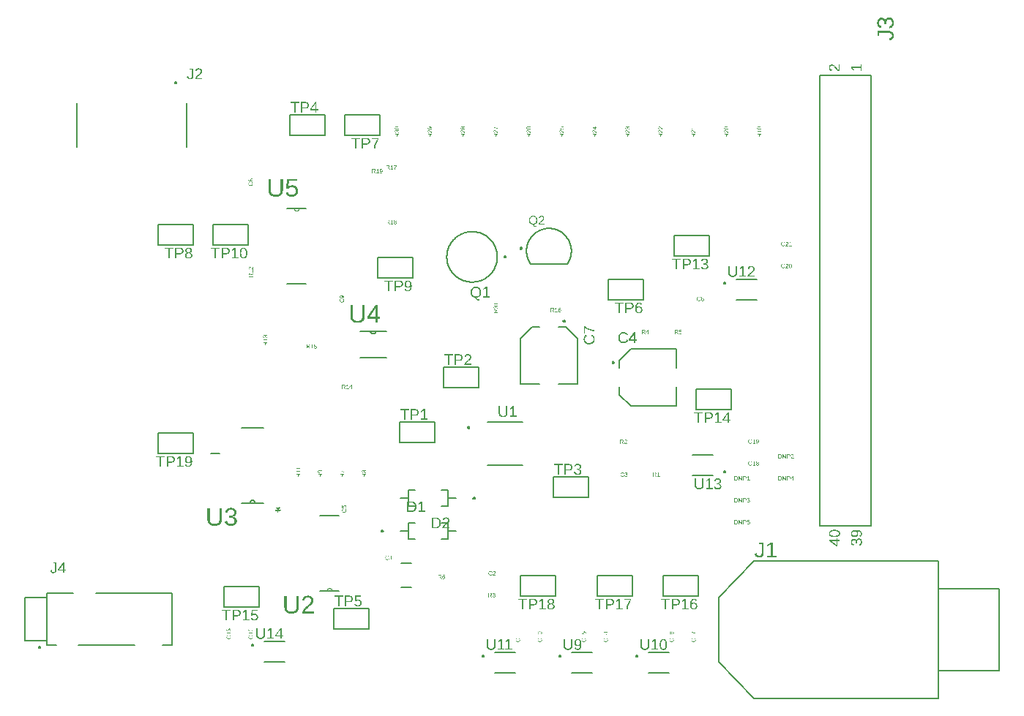
<source format=gbr>
G04 EAGLE Gerber RS-274X export*
G75*
%MOMM*%
%FSLAX34Y34*%
%LPD*%
%INSilkscreen Top*%
%IPPOS*%
%AMOC8*
5,1,8,0,0,1.08239X$1,22.5*%
G01*
G04 Define Apertures*
%ADD10C,0.127000*%
%ADD11C,0.200000*%
%ADD12C,0.152400*%
%ADD13C,0.000000*%
G36*
X397676Y182552D02*
X398002Y182613D01*
X398306Y182715D01*
X398588Y182859D01*
X398845Y183041D01*
X399071Y183261D01*
X399266Y183519D01*
X399431Y183814D01*
X398893Y184083D01*
X398757Y183846D01*
X398605Y183641D01*
X398437Y183467D01*
X398253Y183325D01*
X398053Y183215D01*
X397837Y183136D01*
X397606Y183088D01*
X397359Y183072D01*
X397165Y183081D01*
X396981Y183106D01*
X396808Y183149D01*
X396645Y183208D01*
X396492Y183285D01*
X396349Y183378D01*
X396217Y183488D01*
X396095Y183616D01*
X395985Y183757D01*
X395890Y183909D01*
X395810Y184072D01*
X395744Y184246D01*
X395693Y184431D01*
X395657Y184627D01*
X395635Y184834D01*
X395628Y185052D01*
X395635Y185272D01*
X395656Y185480D01*
X395691Y185675D01*
X395740Y185859D01*
X395803Y186031D01*
X395880Y186191D01*
X395971Y186339D01*
X396076Y186474D01*
X396194Y186596D01*
X396323Y186701D01*
X396463Y186791D01*
X396614Y186864D01*
X396776Y186920D01*
X396950Y186961D01*
X397135Y186985D01*
X397331Y186993D01*
X397579Y186979D01*
X397810Y186937D01*
X398023Y186867D01*
X398219Y186769D01*
X398393Y186645D01*
X398542Y186495D01*
X398665Y186320D01*
X398762Y186121D01*
X399386Y186328D01*
X399247Y186608D01*
X399073Y186851D01*
X398864Y187058D01*
X398621Y187228D01*
X398345Y187361D01*
X398036Y187455D01*
X397696Y187512D01*
X397324Y187531D01*
X397054Y187521D01*
X396799Y187490D01*
X396559Y187439D01*
X396335Y187367D01*
X396125Y187274D01*
X395930Y187161D01*
X395751Y187027D01*
X395586Y186873D01*
X395439Y186700D01*
X395312Y186512D01*
X395204Y186308D01*
X395116Y186088D01*
X395047Y185853D01*
X394998Y185601D01*
X394968Y185335D01*
X394959Y185052D01*
X394976Y184677D01*
X395029Y184328D01*
X395117Y184005D01*
X395240Y183709D01*
X395396Y183441D01*
X395585Y183207D01*
X395805Y183005D01*
X396057Y182836D01*
X396337Y182703D01*
X396643Y182607D01*
X396973Y182550D01*
X397328Y182531D01*
X397676Y182552D01*
G37*
G36*
X403277Y183128D02*
X402094Y183128D01*
X402094Y187459D01*
X401521Y187459D01*
X400373Y186669D01*
X400373Y186083D01*
X401470Y186866D01*
X401470Y183128D01*
X400232Y183128D01*
X400232Y182600D01*
X403277Y182600D01*
X403277Y183128D01*
G37*
G36*
X516948Y164552D02*
X517274Y164613D01*
X517578Y164715D01*
X517860Y164859D01*
X518117Y165041D01*
X518343Y165261D01*
X518538Y165519D01*
X518704Y165814D01*
X518166Y166083D01*
X518029Y165846D01*
X517877Y165641D01*
X517709Y165467D01*
X517525Y165325D01*
X517325Y165215D01*
X517110Y165136D01*
X516878Y165088D01*
X516631Y165072D01*
X516437Y165081D01*
X516253Y165106D01*
X516080Y165149D01*
X515917Y165208D01*
X515764Y165285D01*
X515621Y165378D01*
X515489Y165488D01*
X515367Y165616D01*
X515258Y165757D01*
X515163Y165909D01*
X515082Y166072D01*
X515017Y166246D01*
X514966Y166431D01*
X514929Y166627D01*
X514907Y166834D01*
X514900Y167052D01*
X514907Y167272D01*
X514928Y167480D01*
X514963Y167675D01*
X515012Y167859D01*
X515075Y168031D01*
X515152Y168191D01*
X515243Y168339D01*
X515348Y168474D01*
X515466Y168596D01*
X515595Y168701D01*
X515735Y168791D01*
X515886Y168864D01*
X516049Y168920D01*
X516222Y168961D01*
X516407Y168985D01*
X516603Y168993D01*
X516852Y168979D01*
X517082Y168937D01*
X517296Y168867D01*
X517491Y168769D01*
X517666Y168645D01*
X517814Y168495D01*
X517937Y168320D01*
X518035Y168121D01*
X518659Y168328D01*
X518519Y168608D01*
X518345Y168851D01*
X518136Y169058D01*
X517893Y169228D01*
X517617Y169361D01*
X517309Y169455D01*
X516968Y169512D01*
X516596Y169531D01*
X516326Y169521D01*
X516071Y169490D01*
X515832Y169439D01*
X515607Y169367D01*
X515397Y169274D01*
X515202Y169161D01*
X515023Y169027D01*
X514858Y168873D01*
X514711Y168700D01*
X514584Y168512D01*
X514476Y168308D01*
X514388Y168088D01*
X514319Y167853D01*
X514270Y167601D01*
X514241Y167335D01*
X514231Y167052D01*
X514248Y166677D01*
X514301Y166328D01*
X514389Y166005D01*
X514512Y165709D01*
X514668Y165441D01*
X514857Y165207D01*
X515077Y165005D01*
X515329Y164836D01*
X515610Y164703D01*
X515915Y164607D01*
X516245Y164550D01*
X516600Y164531D01*
X516948Y164552D01*
G37*
G36*
X522539Y165128D02*
X520004Y165128D01*
X520140Y165374D01*
X520342Y165629D01*
X520617Y165906D01*
X520973Y166214D01*
X521577Y166723D01*
X521949Y167079D01*
X522173Y167359D01*
X522333Y167638D01*
X522390Y167778D01*
X522430Y167918D01*
X522455Y168059D01*
X522463Y168200D01*
X522457Y168355D01*
X522438Y168501D01*
X522364Y168765D01*
X522241Y168993D01*
X522068Y169185D01*
X521849Y169336D01*
X521588Y169445D01*
X521285Y169510D01*
X520938Y169531D01*
X520619Y169510D01*
X520330Y169445D01*
X520072Y169337D01*
X519844Y169186D01*
X519653Y168999D01*
X519507Y168782D01*
X519406Y168535D01*
X519349Y168259D01*
X519983Y168200D01*
X520019Y168384D01*
X520081Y168546D01*
X520170Y168687D01*
X520285Y168805D01*
X520422Y168900D01*
X520577Y168967D01*
X520749Y169007D01*
X520938Y169021D01*
X521136Y169007D01*
X521310Y168966D01*
X521462Y168897D01*
X521590Y168800D01*
X521693Y168679D01*
X521766Y168535D01*
X521810Y168368D01*
X521825Y168180D01*
X521816Y168035D01*
X521791Y167898D01*
X521748Y167770D01*
X521689Y167648D01*
X521531Y167419D01*
X521332Y167200D01*
X521098Y166986D01*
X520837Y166773D01*
X520283Y166309D01*
X520010Y166044D01*
X519750Y165750D01*
X519516Y165418D01*
X519321Y165038D01*
X519321Y164600D01*
X522539Y164600D01*
X522539Y165128D01*
G37*
G36*
X669548Y278852D02*
X669874Y278913D01*
X670178Y279015D01*
X670460Y279159D01*
X670717Y279341D01*
X670943Y279561D01*
X671138Y279819D01*
X671304Y280114D01*
X670766Y280383D01*
X670629Y280146D01*
X670477Y279941D01*
X670309Y279767D01*
X670125Y279625D01*
X669925Y279515D01*
X669710Y279436D01*
X669478Y279388D01*
X669231Y279372D01*
X669037Y279381D01*
X668853Y279406D01*
X668680Y279449D01*
X668517Y279508D01*
X668364Y279585D01*
X668221Y279678D01*
X668089Y279788D01*
X667967Y279916D01*
X667858Y280057D01*
X667763Y280209D01*
X667682Y280372D01*
X667617Y280546D01*
X667566Y280731D01*
X667529Y280927D01*
X667507Y281134D01*
X667500Y281352D01*
X667507Y281572D01*
X667528Y281780D01*
X667563Y281975D01*
X667612Y282159D01*
X667675Y282331D01*
X667752Y282491D01*
X667843Y282639D01*
X667948Y282774D01*
X668066Y282896D01*
X668195Y283001D01*
X668335Y283091D01*
X668486Y283164D01*
X668649Y283220D01*
X668822Y283261D01*
X669007Y283285D01*
X669203Y283293D01*
X669452Y283279D01*
X669682Y283237D01*
X669896Y283167D01*
X670091Y283069D01*
X670266Y282945D01*
X670414Y282795D01*
X670537Y282620D01*
X670635Y282421D01*
X671259Y282628D01*
X671119Y282908D01*
X670945Y283151D01*
X670736Y283358D01*
X670493Y283528D01*
X670217Y283661D01*
X669909Y283755D01*
X669568Y283812D01*
X669196Y283831D01*
X668926Y283821D01*
X668671Y283790D01*
X668432Y283739D01*
X668207Y283667D01*
X667997Y283574D01*
X667802Y283461D01*
X667623Y283327D01*
X667458Y283173D01*
X667311Y283000D01*
X667184Y282812D01*
X667076Y282608D01*
X666988Y282388D01*
X666919Y282153D01*
X666870Y281901D01*
X666841Y281635D01*
X666831Y281352D01*
X666848Y280977D01*
X666901Y280628D01*
X666989Y280305D01*
X667112Y280009D01*
X667268Y279741D01*
X667457Y279507D01*
X667677Y279305D01*
X667929Y279136D01*
X668210Y279003D01*
X668515Y278907D01*
X668845Y278850D01*
X669200Y278831D01*
X669548Y278852D01*
G37*
G36*
X673909Y278854D02*
X674237Y278923D01*
X674519Y279039D01*
X674756Y279200D01*
X674943Y279403D01*
X675016Y279519D01*
X675076Y279645D01*
X675123Y279780D01*
X675157Y279924D01*
X675177Y280078D01*
X675183Y280241D01*
X675164Y280464D01*
X675108Y280667D01*
X675013Y280851D01*
X674880Y281014D01*
X674713Y281152D01*
X674516Y281259D01*
X674289Y281335D01*
X674032Y281379D01*
X674032Y281393D01*
X674265Y281457D01*
X674469Y281544D01*
X674644Y281654D01*
X674789Y281788D01*
X674902Y281945D01*
X674984Y282123D01*
X675033Y282323D01*
X675049Y282545D01*
X675043Y282693D01*
X675024Y282832D01*
X674948Y283085D01*
X674821Y283305D01*
X674644Y283492D01*
X674421Y283640D01*
X674157Y283746D01*
X673853Y283810D01*
X673507Y283831D01*
X673188Y283810D01*
X672899Y283748D01*
X672641Y283643D01*
X672413Y283497D01*
X672222Y283313D01*
X672076Y283097D01*
X671974Y282848D01*
X671918Y282566D01*
X672542Y282517D01*
X672576Y282698D01*
X672636Y282857D01*
X672723Y282995D01*
X672837Y283111D01*
X672973Y283203D01*
X673129Y283268D01*
X673305Y283308D01*
X673501Y283321D01*
X673713Y283307D01*
X673897Y283264D01*
X674053Y283194D01*
X674182Y283095D01*
X674282Y282972D01*
X674354Y282828D01*
X674397Y282664D01*
X674411Y282480D01*
X674393Y282294D01*
X674341Y282129D01*
X674253Y281986D01*
X674130Y281864D01*
X673975Y281767D01*
X673792Y281697D01*
X673579Y281655D01*
X673338Y281642D01*
X673001Y281642D01*
X673001Y281104D01*
X673352Y281104D01*
X673623Y281090D01*
X673860Y281048D01*
X674064Y280978D01*
X674233Y280881D01*
X674367Y280759D01*
X674462Y280615D01*
X674519Y280450D01*
X674539Y280262D01*
X674522Y280049D01*
X674472Y279863D01*
X674388Y279705D01*
X674271Y279576D01*
X674125Y279475D01*
X673954Y279403D01*
X673757Y279359D01*
X673535Y279345D01*
X673314Y279358D01*
X673118Y279399D01*
X672948Y279466D01*
X672803Y279560D01*
X672683Y279682D01*
X672589Y279830D01*
X672520Y280005D01*
X672476Y280207D01*
X671835Y280148D01*
X671899Y279842D01*
X672007Y279576D01*
X672160Y279350D01*
X672357Y279164D01*
X672596Y279018D01*
X672872Y278914D01*
X673185Y278852D01*
X673535Y278831D01*
X673909Y278854D01*
G37*
G36*
X684154Y436494D02*
X685888Y436494D01*
X685888Y437738D01*
X684154Y437738D01*
X684154Y446041D01*
X682498Y446041D01*
X676849Y437720D01*
X676849Y436494D01*
X682665Y436494D01*
X682665Y433700D01*
X684154Y433700D01*
X684154Y436494D01*
G37*
G36*
X670877Y433538D02*
X671311Y433577D01*
X671732Y433642D01*
X672139Y433733D01*
X672532Y433850D01*
X672912Y433993D01*
X673277Y434162D01*
X673629Y434357D01*
X673964Y434577D01*
X674280Y434821D01*
X674577Y435088D01*
X674854Y435379D01*
X675112Y435695D01*
X675351Y436034D01*
X675571Y436396D01*
X675771Y436783D01*
X674404Y437466D01*
X674236Y437155D01*
X674058Y436865D01*
X673870Y436594D01*
X673671Y436343D01*
X673463Y436113D01*
X673245Y435902D01*
X673016Y435712D01*
X672777Y435541D01*
X672529Y435391D01*
X672270Y435261D01*
X672001Y435151D01*
X671723Y435060D01*
X671434Y434990D01*
X671135Y434940D01*
X670826Y434910D01*
X670507Y434900D01*
X670014Y434921D01*
X669548Y434986D01*
X669107Y435094D01*
X668693Y435245D01*
X668305Y435439D01*
X667942Y435676D01*
X667607Y435956D01*
X667297Y436279D01*
X667019Y436638D01*
X666778Y437025D01*
X666574Y437439D01*
X666407Y437881D01*
X666277Y438351D01*
X666184Y438849D01*
X666129Y439374D01*
X666110Y439927D01*
X666128Y440486D01*
X666181Y441014D01*
X666270Y441511D01*
X666395Y441978D01*
X666555Y442414D01*
X666751Y442820D01*
X666982Y443195D01*
X667249Y443540D01*
X667548Y443849D01*
X667875Y444117D01*
X668231Y444343D01*
X668615Y444529D01*
X669028Y444673D01*
X669469Y444776D01*
X669939Y444838D01*
X670437Y444858D01*
X670757Y444849D01*
X671067Y444823D01*
X671366Y444778D01*
X671653Y444716D01*
X671929Y444636D01*
X672195Y444538D01*
X672449Y444423D01*
X672692Y444289D01*
X672922Y444139D01*
X673135Y443973D01*
X673332Y443791D01*
X673512Y443593D01*
X673676Y443379D01*
X673824Y443149D01*
X673956Y442904D01*
X674072Y442642D01*
X675657Y443168D01*
X675490Y443535D01*
X675302Y443879D01*
X675092Y444200D01*
X674860Y444497D01*
X674606Y444771D01*
X674330Y445022D01*
X674032Y445250D01*
X673712Y445454D01*
X673372Y445635D01*
X673011Y445791D01*
X672629Y445924D01*
X672228Y446032D01*
X671806Y446116D01*
X671364Y446177D01*
X670902Y446213D01*
X670419Y446225D01*
X670072Y446218D01*
X669733Y446199D01*
X669405Y446166D01*
X669086Y446120D01*
X668776Y446061D01*
X668476Y445989D01*
X668186Y445905D01*
X667906Y445806D01*
X667634Y445695D01*
X667373Y445571D01*
X667121Y445434D01*
X666879Y445284D01*
X666423Y444944D01*
X666005Y444552D01*
X665631Y444114D01*
X665308Y443635D01*
X665034Y443117D01*
X664915Y442843D01*
X664809Y442559D01*
X664716Y442265D01*
X664635Y441961D01*
X664567Y441647D01*
X664511Y441323D01*
X664467Y440989D01*
X664436Y440645D01*
X664417Y440291D01*
X664411Y439927D01*
X664422Y439443D01*
X664456Y438975D01*
X664511Y438524D01*
X664589Y438089D01*
X664690Y437671D01*
X664812Y437269D01*
X664957Y436884D01*
X665125Y436516D01*
X665313Y436166D01*
X665522Y435837D01*
X665751Y435529D01*
X666001Y435242D01*
X666270Y434975D01*
X666560Y434729D01*
X666870Y434504D01*
X667200Y434300D01*
X667549Y434118D01*
X667913Y433961D01*
X668293Y433828D01*
X668688Y433719D01*
X669100Y433634D01*
X669527Y433573D01*
X669969Y433537D01*
X670428Y433525D01*
X670877Y433538D01*
G37*
%LPC*%
G36*
X678303Y437738D02*
X678443Y437913D01*
X678916Y438561D01*
X682078Y443221D01*
X682420Y443799D01*
X682665Y444263D01*
X682665Y437738D01*
X678303Y437738D01*
G37*
%LPD*%
G36*
X347723Y237348D02*
X348072Y237401D01*
X348395Y237489D01*
X348691Y237612D01*
X348959Y237768D01*
X349193Y237957D01*
X349395Y238177D01*
X349564Y238429D01*
X349697Y238710D01*
X349793Y239015D01*
X349850Y239345D01*
X349869Y239700D01*
X349848Y240048D01*
X349787Y240374D01*
X349685Y240678D01*
X349541Y240960D01*
X349359Y241217D01*
X349139Y241443D01*
X348881Y241638D01*
X348586Y241804D01*
X348317Y241266D01*
X348554Y241129D01*
X348759Y240977D01*
X348933Y240809D01*
X349075Y240625D01*
X349186Y240425D01*
X349264Y240210D01*
X349312Y239978D01*
X349328Y239731D01*
X349319Y239537D01*
X349294Y239353D01*
X349251Y239180D01*
X349192Y239017D01*
X349115Y238864D01*
X349022Y238721D01*
X348912Y238589D01*
X348784Y238467D01*
X348643Y238358D01*
X348491Y238263D01*
X348328Y238182D01*
X348154Y238117D01*
X347969Y238066D01*
X347773Y238029D01*
X347566Y238007D01*
X347348Y238000D01*
X347128Y238007D01*
X346920Y238028D01*
X346725Y238063D01*
X346541Y238112D01*
X346369Y238175D01*
X346209Y238252D01*
X346061Y238343D01*
X345926Y238448D01*
X345804Y238566D01*
X345699Y238695D01*
X345609Y238835D01*
X345536Y238986D01*
X345480Y239149D01*
X345439Y239322D01*
X345415Y239507D01*
X345407Y239703D01*
X345421Y239952D01*
X345463Y240182D01*
X345533Y240396D01*
X345631Y240591D01*
X345755Y240766D01*
X345905Y240914D01*
X346080Y241037D01*
X346279Y241135D01*
X346072Y241759D01*
X345792Y241619D01*
X345549Y241445D01*
X345342Y241236D01*
X345172Y240993D01*
X345039Y240717D01*
X344945Y240409D01*
X344888Y240068D01*
X344869Y239696D01*
X344879Y239426D01*
X344910Y239171D01*
X344961Y238932D01*
X345033Y238707D01*
X345126Y238497D01*
X345239Y238302D01*
X345373Y238123D01*
X345527Y237958D01*
X345700Y237811D01*
X345888Y237684D01*
X346092Y237576D01*
X346312Y237488D01*
X346547Y237419D01*
X346799Y237370D01*
X347065Y237341D01*
X347348Y237331D01*
X347723Y237348D01*
G37*
G36*
X348978Y242423D02*
X349209Y242536D01*
X349408Y242687D01*
X349572Y242876D01*
X349702Y243101D01*
X349795Y243359D01*
X349850Y243650D01*
X349869Y243973D01*
X349862Y244170D01*
X349841Y244356D01*
X349807Y244531D01*
X349759Y244695D01*
X349697Y244848D01*
X349621Y244990D01*
X349531Y245121D01*
X349428Y245240D01*
X349312Y245347D01*
X349186Y245440D01*
X349050Y245519D01*
X348904Y245583D01*
X348748Y245633D01*
X348581Y245669D01*
X348404Y245690D01*
X348217Y245697D01*
X348052Y245691D01*
X347895Y245671D01*
X347746Y245637D01*
X347605Y245591D01*
X347347Y245458D01*
X347121Y245271D01*
X346936Y245040D01*
X346864Y244911D01*
X346805Y244773D01*
X346759Y244625D01*
X346726Y244469D01*
X346706Y244303D01*
X346700Y244128D01*
X346719Y243840D01*
X346777Y243577D01*
X346874Y243339D01*
X347010Y243125D01*
X345469Y243218D01*
X345469Y245414D01*
X344941Y245414D01*
X344941Y242652D01*
X347555Y242490D01*
X347555Y243097D01*
X347393Y243314D01*
X347286Y243532D01*
X347227Y243757D01*
X347207Y244001D01*
X347224Y244230D01*
X347277Y244434D01*
X347366Y244613D01*
X347490Y244768D01*
X347642Y244892D01*
X347816Y244981D01*
X348013Y245035D01*
X348231Y245052D01*
X348481Y245035D01*
X348702Y244982D01*
X348895Y244893D01*
X349060Y244770D01*
X349192Y244615D01*
X349287Y244432D01*
X349343Y244223D01*
X349362Y243987D01*
X349351Y243793D01*
X349317Y243618D01*
X349261Y243463D01*
X349182Y243327D01*
X349081Y243211D01*
X348957Y243113D01*
X348810Y243035D01*
X348641Y242976D01*
X348714Y242349D01*
X348978Y242423D01*
G37*
G36*
X631157Y432093D02*
X631625Y432126D01*
X632076Y432182D01*
X632511Y432260D01*
X632929Y432361D01*
X633331Y432483D01*
X633716Y432628D01*
X634084Y432796D01*
X634434Y432984D01*
X634763Y433193D01*
X635071Y433422D01*
X635359Y433671D01*
X635625Y433941D01*
X635871Y434231D01*
X636096Y434541D01*
X636300Y434871D01*
X636482Y435220D01*
X636639Y435584D01*
X636772Y435964D01*
X636881Y436359D01*
X636966Y436770D01*
X637027Y437198D01*
X637063Y437640D01*
X637075Y438099D01*
X637062Y438547D01*
X637023Y438982D01*
X636958Y439403D01*
X636867Y439810D01*
X636750Y440203D01*
X636607Y440583D01*
X636438Y440948D01*
X636243Y441300D01*
X636023Y441635D01*
X635779Y441951D01*
X635512Y442248D01*
X635221Y442525D01*
X634905Y442783D01*
X634566Y443022D01*
X634204Y443241D01*
X633817Y443442D01*
X633134Y442075D01*
X633445Y441907D01*
X633735Y441729D01*
X634006Y441541D01*
X634257Y441342D01*
X634487Y441134D01*
X634698Y440915D01*
X634888Y440687D01*
X635059Y440448D01*
X635209Y440200D01*
X635339Y439941D01*
X635449Y439672D01*
X635540Y439393D01*
X635610Y439105D01*
X635660Y438806D01*
X635690Y438497D01*
X635700Y438178D01*
X635679Y437685D01*
X635614Y437218D01*
X635506Y436778D01*
X635355Y436364D01*
X635161Y435975D01*
X634924Y435613D01*
X634644Y435277D01*
X634321Y434968D01*
X633962Y434689D01*
X633575Y434448D01*
X633161Y434244D01*
X632719Y434078D01*
X632249Y433948D01*
X631751Y433855D01*
X631226Y433799D01*
X630673Y433781D01*
X630114Y433799D01*
X629586Y433852D01*
X629089Y433941D01*
X628622Y434066D01*
X628186Y434226D01*
X627780Y434421D01*
X627405Y434653D01*
X627060Y434919D01*
X626751Y435218D01*
X626483Y435546D01*
X626257Y435902D01*
X626071Y436286D01*
X625927Y436699D01*
X625824Y437140D01*
X625762Y437609D01*
X625742Y438108D01*
X625751Y438428D01*
X625777Y438738D01*
X625822Y439036D01*
X625884Y439324D01*
X625964Y439600D01*
X626062Y439866D01*
X626178Y440120D01*
X626311Y440363D01*
X626461Y440592D01*
X626627Y440805D01*
X626809Y441002D01*
X627007Y441183D01*
X627221Y441347D01*
X627451Y441495D01*
X627696Y441627D01*
X627958Y441742D01*
X627432Y443328D01*
X627065Y443161D01*
X626721Y442973D01*
X626400Y442763D01*
X626103Y442531D01*
X625829Y442277D01*
X625578Y442001D01*
X625350Y441703D01*
X625146Y441383D01*
X624965Y441043D01*
X624809Y440681D01*
X624676Y440300D01*
X624568Y439899D01*
X624484Y439477D01*
X624423Y439035D01*
X624387Y438573D01*
X624375Y438090D01*
X624382Y437742D01*
X624401Y437404D01*
X624434Y437076D01*
X624480Y436757D01*
X624539Y436447D01*
X624611Y436147D01*
X624696Y435857D01*
X624794Y435576D01*
X624905Y435305D01*
X625029Y435044D01*
X625166Y434792D01*
X625316Y434549D01*
X625656Y434093D01*
X626048Y433676D01*
X626486Y433302D01*
X626965Y432978D01*
X627483Y432704D01*
X627757Y432586D01*
X628041Y432480D01*
X628335Y432387D01*
X628639Y432306D01*
X628953Y432237D01*
X629277Y432181D01*
X629611Y432138D01*
X629955Y432107D01*
X630309Y432088D01*
X630673Y432082D01*
X631157Y432093D01*
G37*
G36*
X625899Y451658D02*
X626739Y451092D01*
X627553Y450569D01*
X628343Y450087D01*
X629108Y449647D01*
X629849Y449249D01*
X630564Y448893D01*
X631255Y448580D01*
X631921Y448308D01*
X632571Y448073D01*
X633212Y447869D01*
X633847Y447697D01*
X634473Y447556D01*
X635091Y447446D01*
X635702Y447368D01*
X636305Y447321D01*
X636900Y447305D01*
X636900Y448952D01*
X636475Y448958D01*
X636053Y448976D01*
X635221Y449049D01*
X634402Y449171D01*
X633598Y449342D01*
X632798Y449561D01*
X631993Y449829D01*
X631182Y450145D01*
X630366Y450511D01*
X629469Y450970D01*
X628415Y451568D01*
X627205Y452306D01*
X625838Y453182D01*
X624559Y453182D01*
X624559Y445028D01*
X625899Y445028D01*
X625899Y451658D01*
G37*
G36*
X425395Y237993D02*
X425822Y238029D01*
X426236Y238089D01*
X426637Y238172D01*
X427025Y238279D01*
X427399Y238410D01*
X427760Y238565D01*
X428108Y238743D01*
X428440Y238944D01*
X428753Y239166D01*
X429046Y239409D01*
X429319Y239673D01*
X429573Y239958D01*
X429808Y240263D01*
X430023Y240590D01*
X430219Y240937D01*
X430394Y241303D01*
X430545Y241683D01*
X430673Y242079D01*
X430778Y242489D01*
X430859Y242914D01*
X430917Y243354D01*
X430952Y243809D01*
X430964Y244279D01*
X430957Y244636D01*
X430937Y244983D01*
X430904Y245319D01*
X430857Y245645D01*
X430797Y245961D01*
X430724Y246267D01*
X430638Y246562D01*
X430538Y246846D01*
X430425Y247120D01*
X430298Y247384D01*
X430159Y247638D01*
X430005Y247881D01*
X429839Y248114D01*
X429659Y248336D01*
X429466Y248548D01*
X429260Y248750D01*
X429042Y248940D01*
X428812Y249119D01*
X428571Y249284D01*
X428319Y249438D01*
X428056Y249579D01*
X427781Y249708D01*
X427496Y249825D01*
X427199Y249929D01*
X426891Y250021D01*
X426571Y250101D01*
X426241Y250169D01*
X425899Y250224D01*
X425547Y250267D01*
X425183Y250298D01*
X424807Y250316D01*
X424421Y250322D01*
X420340Y250322D01*
X420340Y237981D01*
X424955Y237981D01*
X425395Y237993D01*
G37*
%LPC*%
G36*
X422013Y239321D02*
X422013Y248982D01*
X424386Y248982D01*
X424964Y248963D01*
X425507Y248907D01*
X426015Y248813D01*
X426487Y248681D01*
X426924Y248512D01*
X427326Y248305D01*
X427693Y248060D01*
X428025Y247778D01*
X428320Y247460D01*
X428575Y247108D01*
X428791Y246721D01*
X428968Y246301D01*
X429105Y245847D01*
X429204Y245358D01*
X429262Y244835D01*
X429282Y244279D01*
X429273Y243904D01*
X429248Y243542D01*
X429205Y243192D01*
X429144Y242856D01*
X429067Y242531D01*
X428972Y242219D01*
X428860Y241920D01*
X428730Y241634D01*
X428585Y241362D01*
X428425Y241106D01*
X428249Y240867D01*
X428059Y240644D01*
X427854Y240438D01*
X427634Y240248D01*
X427399Y240074D01*
X427149Y239917D01*
X426887Y239777D01*
X426614Y239656D01*
X426331Y239554D01*
X426038Y239470D01*
X425735Y239405D01*
X425421Y239359D01*
X425097Y239331D01*
X424763Y239321D01*
X422013Y239321D01*
G37*
%LPD*%
G36*
X440906Y239321D02*
X437902Y239321D01*
X437902Y250322D01*
X436448Y250322D01*
X433531Y248316D01*
X433531Y246828D01*
X436316Y248816D01*
X436316Y239321D01*
X433172Y239321D01*
X433172Y237981D01*
X440906Y237981D01*
X440906Y239321D01*
G37*
G36*
X453730Y219229D02*
X454157Y219265D01*
X454571Y219324D01*
X454971Y219408D01*
X455359Y219515D01*
X455733Y219646D01*
X456095Y219801D01*
X456443Y219979D01*
X456775Y220180D01*
X457087Y220402D01*
X457380Y220645D01*
X457654Y220909D01*
X457908Y221193D01*
X458143Y221499D01*
X458358Y221826D01*
X458554Y222173D01*
X458728Y222539D01*
X458879Y222919D01*
X459007Y223314D01*
X459112Y223725D01*
X459193Y224150D01*
X459252Y224590D01*
X459287Y225045D01*
X459298Y225515D01*
X459292Y225872D01*
X459272Y226219D01*
X459238Y226555D01*
X459192Y226881D01*
X459132Y227197D01*
X459059Y227502D01*
X458972Y227797D01*
X458872Y228082D01*
X458759Y228356D01*
X458633Y228620D01*
X458493Y228874D01*
X458340Y229117D01*
X458174Y229350D01*
X457994Y229572D01*
X457801Y229784D01*
X457595Y229986D01*
X457376Y230176D01*
X457146Y230354D01*
X456905Y230520D01*
X456653Y230674D01*
X456390Y230815D01*
X456116Y230944D01*
X455830Y231061D01*
X455533Y231165D01*
X455225Y231257D01*
X454906Y231337D01*
X454575Y231405D01*
X454234Y231460D01*
X453881Y231503D01*
X453517Y231534D01*
X453142Y231552D01*
X452756Y231558D01*
X448674Y231558D01*
X448674Y219217D01*
X453290Y219217D01*
X453730Y219229D01*
G37*
%LPC*%
G36*
X450347Y220557D02*
X450347Y230218D01*
X452721Y230218D01*
X453299Y230199D01*
X453841Y230143D01*
X454349Y230049D01*
X454821Y229917D01*
X455259Y229748D01*
X455661Y229541D01*
X456028Y229296D01*
X456360Y229014D01*
X456654Y228696D01*
X456910Y228343D01*
X457126Y227957D01*
X457302Y227537D01*
X457440Y227082D01*
X457538Y226594D01*
X457597Y226071D01*
X457617Y225515D01*
X457608Y225140D01*
X457582Y224778D01*
X457539Y224428D01*
X457479Y224091D01*
X457401Y223767D01*
X457306Y223455D01*
X457194Y223156D01*
X457065Y222870D01*
X456919Y222598D01*
X456759Y222342D01*
X456584Y222103D01*
X456394Y221880D01*
X456189Y221674D01*
X455969Y221484D01*
X455734Y221310D01*
X455484Y221153D01*
X455221Y221013D01*
X454949Y220892D01*
X454666Y220790D01*
X454373Y220706D01*
X454069Y220641D01*
X453755Y220595D01*
X453431Y220567D01*
X453097Y220557D01*
X450347Y220557D01*
G37*
%LPD*%
G36*
X469214Y220557D02*
X462776Y220557D01*
X462929Y220867D01*
X463122Y221182D01*
X463358Y221504D01*
X463635Y221832D01*
X463958Y222172D01*
X464333Y222533D01*
X464760Y222915D01*
X465238Y223316D01*
X466079Y224012D01*
X466773Y224610D01*
X467318Y225111D01*
X467716Y225515D01*
X468020Y225869D01*
X468284Y226224D01*
X468509Y226579D01*
X468693Y226934D01*
X468837Y227289D01*
X468939Y227645D01*
X469001Y228003D01*
X469021Y228361D01*
X469006Y228755D01*
X468959Y229125D01*
X468880Y229472D01*
X468771Y229797D01*
X468630Y230098D01*
X468457Y230375D01*
X468253Y230630D01*
X468018Y230862D01*
X467754Y231068D01*
X467463Y231247D01*
X467145Y231398D01*
X466800Y231522D01*
X466428Y231618D01*
X466029Y231687D01*
X465603Y231728D01*
X465150Y231742D01*
X464735Y231728D01*
X464339Y231687D01*
X463962Y231619D01*
X463605Y231523D01*
X463267Y231400D01*
X462949Y231249D01*
X462649Y231071D01*
X462369Y230866D01*
X462113Y230638D01*
X461885Y230390D01*
X461685Y230124D01*
X461514Y229839D01*
X461371Y229535D01*
X461257Y229212D01*
X461170Y228871D01*
X461112Y228510D01*
X462724Y228361D01*
X462761Y228602D01*
X462814Y228828D01*
X462885Y229041D01*
X462972Y229240D01*
X463077Y229426D01*
X463198Y229597D01*
X463336Y229755D01*
X463490Y229898D01*
X463659Y230027D01*
X463839Y230138D01*
X464030Y230232D01*
X464231Y230309D01*
X464444Y230369D01*
X464669Y230412D01*
X464904Y230437D01*
X465150Y230446D01*
X465408Y230437D01*
X465651Y230411D01*
X465880Y230367D01*
X466094Y230306D01*
X466293Y230227D01*
X466479Y230130D01*
X466649Y230017D01*
X466805Y229885D01*
X466945Y229738D01*
X467066Y229576D01*
X467168Y229401D01*
X467252Y229211D01*
X467317Y229007D01*
X467364Y228788D01*
X467392Y228556D01*
X467401Y228309D01*
X467379Y227942D01*
X467314Y227595D01*
X467206Y227267D01*
X467055Y226960D01*
X466869Y226665D01*
X466655Y226377D01*
X466415Y226096D01*
X466148Y225821D01*
X465554Y225278D01*
X464892Y224735D01*
X464192Y224169D01*
X463486Y223557D01*
X463135Y223230D01*
X462793Y222885D01*
X462459Y222521D01*
X462133Y222138D01*
X461823Y221731D01*
X461538Y221294D01*
X461278Y220827D01*
X461042Y220330D01*
X461042Y219217D01*
X469214Y219217D01*
X469214Y220557D01*
G37*
G36*
X705110Y281117D02*
X706624Y281117D01*
X707886Y279100D01*
X708645Y279100D01*
X707853Y280302D01*
X707265Y281193D01*
X707528Y281259D01*
X707761Y281358D01*
X707822Y281398D01*
X707963Y281491D01*
X708136Y281659D01*
X708274Y281854D01*
X708373Y282071D01*
X708432Y282309D01*
X708452Y282569D01*
X708445Y282728D01*
X708424Y282879D01*
X708389Y283020D01*
X708340Y283152D01*
X708277Y283276D01*
X708201Y283390D01*
X708005Y283592D01*
X707759Y283752D01*
X707465Y283867D01*
X707125Y283936D01*
X706738Y283959D01*
X704452Y283959D01*
X704452Y279100D01*
X705110Y279100D01*
X705110Y281117D01*
G37*
G36*
X712549Y279628D02*
X711366Y279628D01*
X711366Y283959D01*
X710794Y283959D01*
X709645Y283169D01*
X709645Y282583D01*
X710742Y283366D01*
X710742Y279628D01*
X709504Y279628D01*
X709504Y279100D01*
X712549Y279100D01*
X712549Y279628D01*
G37*
%LPC*%
G36*
X705110Y281638D02*
X705110Y283431D01*
X706672Y283431D01*
X706927Y283417D01*
X707150Y283376D01*
X707342Y283306D01*
X707502Y283209D01*
X707628Y283085D01*
X707718Y282936D01*
X707772Y282762D01*
X707790Y282562D01*
X707772Y282355D01*
X707719Y282173D01*
X707630Y282015D01*
X707505Y281881D01*
X707348Y281775D01*
X707162Y281699D01*
X706946Y281653D01*
X706700Y281638D01*
X705110Y281638D01*
G37*
%LPD*%
G36*
X667210Y319017D02*
X668724Y319017D01*
X669986Y317000D01*
X670745Y317000D01*
X669953Y318202D01*
X669365Y319093D01*
X669628Y319159D01*
X669861Y319258D01*
X669922Y319298D01*
X670063Y319391D01*
X670236Y319559D01*
X670374Y319754D01*
X670473Y319971D01*
X670532Y320209D01*
X670552Y320469D01*
X670545Y320628D01*
X670524Y320779D01*
X670489Y320920D01*
X670440Y321052D01*
X670377Y321176D01*
X670301Y321290D01*
X670105Y321492D01*
X669859Y321652D01*
X669565Y321767D01*
X669225Y321836D01*
X668838Y321859D01*
X666552Y321859D01*
X666552Y317000D01*
X667210Y317000D01*
X667210Y319017D01*
G37*
G36*
X674639Y317528D02*
X672104Y317528D01*
X672240Y317774D01*
X672442Y318029D01*
X672717Y318306D01*
X673073Y318614D01*
X673677Y319123D01*
X674049Y319479D01*
X674273Y319759D01*
X674433Y320038D01*
X674490Y320178D01*
X674530Y320318D01*
X674555Y320459D01*
X674563Y320600D01*
X674557Y320755D01*
X674538Y320901D01*
X674464Y321165D01*
X674341Y321393D01*
X674168Y321585D01*
X673949Y321736D01*
X673688Y321845D01*
X673385Y321910D01*
X673038Y321931D01*
X672719Y321910D01*
X672430Y321845D01*
X672172Y321737D01*
X671944Y321586D01*
X671753Y321399D01*
X671607Y321182D01*
X671506Y320935D01*
X671449Y320659D01*
X672083Y320600D01*
X672119Y320784D01*
X672181Y320946D01*
X672270Y321087D01*
X672385Y321205D01*
X672522Y321300D01*
X672677Y321367D01*
X672849Y321407D01*
X673038Y321421D01*
X673236Y321407D01*
X673410Y321366D01*
X673562Y321297D01*
X673690Y321200D01*
X673793Y321079D01*
X673866Y320935D01*
X673910Y320768D01*
X673925Y320580D01*
X673916Y320435D01*
X673891Y320298D01*
X673848Y320170D01*
X673789Y320048D01*
X673631Y319819D01*
X673432Y319600D01*
X673198Y319386D01*
X672937Y319173D01*
X672383Y318709D01*
X672110Y318444D01*
X671850Y318150D01*
X671616Y317818D01*
X671421Y317438D01*
X671421Y317000D01*
X674639Y317000D01*
X674639Y317528D01*
G37*
%LPC*%
G36*
X667210Y319538D02*
X667210Y321331D01*
X668772Y321331D01*
X669027Y321317D01*
X669250Y321276D01*
X669442Y321206D01*
X669602Y321109D01*
X669728Y320985D01*
X669818Y320836D01*
X669872Y320662D01*
X669890Y320462D01*
X669872Y320255D01*
X669819Y320073D01*
X669730Y319915D01*
X669605Y319781D01*
X669448Y319675D01*
X669262Y319599D01*
X669046Y319553D01*
X668800Y319538D01*
X667210Y319538D01*
G37*
%LPD*%
G36*
X514810Y141417D02*
X516324Y141417D01*
X517586Y139400D01*
X518345Y139400D01*
X517553Y140602D01*
X516965Y141493D01*
X517228Y141559D01*
X517461Y141658D01*
X517522Y141698D01*
X517663Y141791D01*
X517836Y141959D01*
X517974Y142154D01*
X518073Y142371D01*
X518132Y142609D01*
X518152Y142869D01*
X518145Y143028D01*
X518124Y143179D01*
X518089Y143320D01*
X518040Y143452D01*
X517977Y143576D01*
X517901Y143690D01*
X517705Y143892D01*
X517459Y144052D01*
X517165Y144167D01*
X516825Y144236D01*
X516438Y144259D01*
X514152Y144259D01*
X514152Y139400D01*
X514810Y139400D01*
X514810Y141417D01*
G37*
G36*
X521009Y139354D02*
X521337Y139423D01*
X521619Y139539D01*
X521856Y139700D01*
X522043Y139903D01*
X522116Y140019D01*
X522176Y140145D01*
X522223Y140280D01*
X522257Y140424D01*
X522277Y140578D01*
X522283Y140741D01*
X522264Y140964D01*
X522208Y141167D01*
X522113Y141351D01*
X521980Y141514D01*
X521813Y141652D01*
X521616Y141759D01*
X521389Y141835D01*
X521132Y141879D01*
X521132Y141893D01*
X521365Y141957D01*
X521569Y142044D01*
X521744Y142154D01*
X521889Y142288D01*
X522002Y142445D01*
X522084Y142623D01*
X522133Y142823D01*
X522149Y143045D01*
X522143Y143193D01*
X522124Y143332D01*
X522048Y143585D01*
X521921Y143805D01*
X521744Y143992D01*
X521521Y144140D01*
X521257Y144246D01*
X520953Y144310D01*
X520607Y144331D01*
X520288Y144310D01*
X519999Y144248D01*
X519741Y144143D01*
X519513Y143997D01*
X519322Y143813D01*
X519176Y143597D01*
X519074Y143348D01*
X519018Y143066D01*
X519642Y143017D01*
X519676Y143198D01*
X519736Y143357D01*
X519823Y143495D01*
X519937Y143611D01*
X520073Y143703D01*
X520229Y143768D01*
X520405Y143808D01*
X520601Y143821D01*
X520813Y143807D01*
X520997Y143764D01*
X521153Y143694D01*
X521282Y143595D01*
X521382Y143472D01*
X521454Y143328D01*
X521497Y143164D01*
X521511Y142980D01*
X521493Y142794D01*
X521441Y142629D01*
X521353Y142486D01*
X521230Y142364D01*
X521075Y142267D01*
X520892Y142197D01*
X520679Y142155D01*
X520438Y142142D01*
X520101Y142142D01*
X520101Y141604D01*
X520452Y141604D01*
X520723Y141590D01*
X520960Y141548D01*
X521164Y141478D01*
X521333Y141381D01*
X521467Y141259D01*
X521562Y141115D01*
X521619Y140950D01*
X521639Y140762D01*
X521622Y140549D01*
X521572Y140363D01*
X521488Y140205D01*
X521371Y140076D01*
X521225Y139975D01*
X521054Y139903D01*
X520857Y139859D01*
X520635Y139845D01*
X520414Y139858D01*
X520218Y139899D01*
X520048Y139966D01*
X519903Y140060D01*
X519783Y140182D01*
X519689Y140330D01*
X519620Y140505D01*
X519576Y140707D01*
X518935Y140648D01*
X518999Y140342D01*
X519107Y140076D01*
X519260Y139850D01*
X519457Y139664D01*
X519696Y139518D01*
X519972Y139414D01*
X520285Y139352D01*
X520635Y139331D01*
X521009Y139354D01*
G37*
%LPC*%
G36*
X514810Y141938D02*
X514810Y143731D01*
X516372Y143731D01*
X516627Y143717D01*
X516850Y143676D01*
X517042Y143606D01*
X517202Y143509D01*
X517328Y143385D01*
X517418Y143236D01*
X517472Y143062D01*
X517490Y142862D01*
X517472Y142655D01*
X517419Y142473D01*
X517330Y142315D01*
X517205Y142181D01*
X517048Y142075D01*
X516862Y141999D01*
X516646Y141953D01*
X516400Y141938D01*
X514810Y141938D01*
G37*
%LPD*%
G36*
X692310Y446017D02*
X693824Y446017D01*
X695086Y444000D01*
X695845Y444000D01*
X695053Y445202D01*
X694465Y446093D01*
X694728Y446159D01*
X694961Y446258D01*
X695022Y446298D01*
X695163Y446391D01*
X695336Y446559D01*
X695474Y446754D01*
X695573Y446971D01*
X695632Y447209D01*
X695652Y447469D01*
X695645Y447628D01*
X695624Y447779D01*
X695589Y447920D01*
X695540Y448052D01*
X695477Y448176D01*
X695401Y448290D01*
X695205Y448492D01*
X694959Y448652D01*
X694665Y448767D01*
X694325Y448836D01*
X693938Y448859D01*
X691652Y448859D01*
X691652Y444000D01*
X692310Y444000D01*
X692310Y446017D01*
G37*
G36*
X699204Y445100D02*
X699887Y445100D01*
X699887Y445590D01*
X699204Y445590D01*
X699204Y448859D01*
X698552Y448859D01*
X696328Y445583D01*
X696328Y445100D01*
X698618Y445100D01*
X698618Y444000D01*
X699204Y444000D01*
X699204Y445100D01*
G37*
%LPC*%
G36*
X692310Y446538D02*
X692310Y448331D01*
X693872Y448331D01*
X694127Y448317D01*
X694350Y448276D01*
X694542Y448206D01*
X694702Y448109D01*
X694828Y447985D01*
X694918Y447836D01*
X694972Y447662D01*
X694990Y447462D01*
X694972Y447255D01*
X694919Y447073D01*
X694830Y446915D01*
X694705Y446781D01*
X694548Y446675D01*
X694362Y446599D01*
X694146Y446553D01*
X693900Y446538D01*
X692310Y446538D01*
G37*
G36*
X696900Y445590D02*
X696956Y445659D01*
X697142Y445914D01*
X698387Y447749D01*
X698521Y447976D01*
X698618Y448159D01*
X698618Y445590D01*
X696900Y445590D01*
G37*
%LPD*%
G36*
X730410Y446017D02*
X731924Y446017D01*
X733186Y444000D01*
X733945Y444000D01*
X733153Y445202D01*
X732565Y446093D01*
X732828Y446159D01*
X733061Y446258D01*
X733122Y446298D01*
X733263Y446391D01*
X733436Y446559D01*
X733574Y446754D01*
X733673Y446971D01*
X733732Y447209D01*
X733752Y447469D01*
X733745Y447628D01*
X733724Y447779D01*
X733689Y447920D01*
X733640Y448052D01*
X733577Y448176D01*
X733501Y448290D01*
X733305Y448492D01*
X733059Y448652D01*
X732765Y448767D01*
X732425Y448836D01*
X732038Y448859D01*
X729752Y448859D01*
X729752Y444000D01*
X730410Y444000D01*
X730410Y446017D01*
G37*
G36*
X736370Y443938D02*
X736556Y443959D01*
X736731Y443993D01*
X736895Y444041D01*
X737048Y444103D01*
X737190Y444179D01*
X737321Y444269D01*
X737440Y444372D01*
X737547Y444488D01*
X737640Y444614D01*
X737719Y444750D01*
X737783Y444896D01*
X737833Y445052D01*
X737869Y445219D01*
X737890Y445396D01*
X737897Y445583D01*
X737891Y445748D01*
X737871Y445905D01*
X737837Y446054D01*
X737791Y446195D01*
X737658Y446453D01*
X737471Y446679D01*
X737240Y446864D01*
X737111Y446936D01*
X736973Y446995D01*
X736825Y447041D01*
X736669Y447074D01*
X736503Y447094D01*
X736328Y447100D01*
X736040Y447081D01*
X735777Y447023D01*
X735539Y446926D01*
X735325Y446790D01*
X735418Y448331D01*
X737614Y448331D01*
X737614Y448859D01*
X734852Y448859D01*
X734690Y446245D01*
X735297Y446245D01*
X735514Y446407D01*
X735732Y446514D01*
X735957Y446573D01*
X736201Y446593D01*
X736430Y446576D01*
X736634Y446523D01*
X736813Y446434D01*
X736968Y446310D01*
X737092Y446158D01*
X737181Y445984D01*
X737235Y445787D01*
X737252Y445569D01*
X737235Y445319D01*
X737182Y445098D01*
X737093Y444905D01*
X736970Y444740D01*
X736815Y444608D01*
X736632Y444513D01*
X736423Y444457D01*
X736187Y444438D01*
X735993Y444449D01*
X735818Y444483D01*
X735663Y444539D01*
X735527Y444618D01*
X735411Y444719D01*
X735313Y444843D01*
X735235Y444990D01*
X735176Y445159D01*
X734549Y445086D01*
X734623Y444822D01*
X734736Y444591D01*
X734887Y444392D01*
X735076Y444228D01*
X735301Y444098D01*
X735559Y444005D01*
X735850Y443950D01*
X736173Y443931D01*
X736370Y443938D01*
G37*
%LPC*%
G36*
X730410Y446538D02*
X730410Y448331D01*
X731972Y448331D01*
X732227Y448317D01*
X732450Y448276D01*
X732642Y448206D01*
X732802Y448109D01*
X732928Y447985D01*
X733018Y447836D01*
X733072Y447662D01*
X733090Y447462D01*
X733072Y447255D01*
X733019Y447073D01*
X732930Y446915D01*
X732805Y446781D01*
X732648Y446675D01*
X732462Y446599D01*
X732246Y446553D01*
X732000Y446538D01*
X730410Y446538D01*
G37*
%LPD*%
G36*
X456738Y162417D02*
X458252Y162417D01*
X459514Y160400D01*
X460273Y160400D01*
X459481Y161602D01*
X458893Y162493D01*
X459156Y162559D01*
X459389Y162658D01*
X459450Y162698D01*
X459591Y162791D01*
X459764Y162959D01*
X459902Y163154D01*
X460001Y163371D01*
X460060Y163609D01*
X460080Y163869D01*
X460073Y164028D01*
X460052Y164179D01*
X460017Y164320D01*
X459968Y164452D01*
X459905Y164576D01*
X459828Y164690D01*
X459633Y164892D01*
X459386Y165052D01*
X459093Y165167D01*
X458753Y165236D01*
X458366Y165259D01*
X456079Y165259D01*
X456079Y160400D01*
X456738Y160400D01*
X456738Y162417D01*
G37*
G36*
X462821Y160338D02*
X462990Y160359D01*
X463148Y160394D01*
X463297Y160442D01*
X463436Y160505D01*
X463565Y160581D01*
X463685Y160672D01*
X463794Y160776D01*
X463892Y160892D01*
X463976Y161019D01*
X464048Y161155D01*
X464107Y161302D01*
X464153Y161459D01*
X464185Y161626D01*
X464205Y161803D01*
X464211Y161990D01*
X464205Y162163D01*
X464187Y162327D01*
X464112Y162628D01*
X463989Y162892D01*
X463816Y163121D01*
X463602Y163305D01*
X463352Y163436D01*
X463214Y163482D01*
X463068Y163515D01*
X462913Y163535D01*
X462749Y163542D01*
X462556Y163531D01*
X462375Y163501D01*
X462205Y163449D01*
X462046Y163378D01*
X461901Y163286D01*
X461773Y163176D01*
X461663Y163048D01*
X461570Y162900D01*
X461588Y163341D01*
X461643Y163727D01*
X461734Y164058D01*
X461861Y164333D01*
X462022Y164549D01*
X462113Y164635D01*
X462212Y164704D01*
X462319Y164758D01*
X462433Y164797D01*
X462555Y164820D01*
X462684Y164828D01*
X462831Y164819D01*
X462965Y164791D01*
X463085Y164744D01*
X463192Y164680D01*
X463285Y164596D01*
X463365Y164494D01*
X463431Y164374D01*
X463484Y164235D01*
X464077Y164342D01*
X463992Y164574D01*
X463883Y164775D01*
X463748Y164945D01*
X463587Y165084D01*
X463401Y165192D01*
X463190Y165269D01*
X462953Y165316D01*
X462690Y165331D01*
X462488Y165321D01*
X462297Y165289D01*
X462118Y165236D01*
X461952Y165162D01*
X461797Y165067D01*
X461654Y164951D01*
X461523Y164814D01*
X461404Y164655D01*
X461298Y164477D01*
X461207Y164281D01*
X461129Y164066D01*
X461065Y163833D01*
X461016Y163582D01*
X460981Y163312D01*
X460959Y163024D01*
X460952Y162717D01*
X460959Y162435D01*
X460980Y162169D01*
X461013Y161921D01*
X461061Y161691D01*
X461122Y161477D01*
X461197Y161281D01*
X461285Y161103D01*
X461387Y160941D01*
X461502Y160798D01*
X461628Y160674D01*
X461767Y160569D01*
X461918Y160484D01*
X462081Y160417D01*
X462256Y160369D01*
X462443Y160341D01*
X462642Y160331D01*
X462821Y160338D01*
G37*
%LPC*%
G36*
X456738Y162938D02*
X456738Y164731D01*
X458300Y164731D01*
X458555Y164717D01*
X458778Y164676D01*
X458970Y164606D01*
X459130Y164509D01*
X459256Y164385D01*
X459345Y164236D01*
X459399Y164062D01*
X459417Y163862D01*
X459400Y163655D01*
X459346Y163473D01*
X459257Y163315D01*
X459133Y163181D01*
X458976Y163075D01*
X458789Y162999D01*
X458573Y162953D01*
X458328Y162938D01*
X456738Y162938D01*
G37*
G36*
X462414Y160853D02*
X462226Y160921D01*
X462058Y161033D01*
X461909Y161190D01*
X461788Y161382D01*
X461701Y161599D01*
X461649Y161842D01*
X461632Y162110D01*
X461648Y162321D01*
X461699Y162507D01*
X461782Y162670D01*
X461899Y162809D01*
X462043Y162920D01*
X462208Y162999D01*
X462394Y163046D01*
X462601Y163062D01*
X462819Y163044D01*
X463012Y162991D01*
X463179Y162901D01*
X463322Y162776D01*
X463435Y162618D01*
X463515Y162429D01*
X463564Y162211D01*
X463580Y161962D01*
X463564Y161712D01*
X463516Y161491D01*
X463437Y161298D01*
X463325Y161133D01*
X463185Y161001D01*
X463021Y160906D01*
X462834Y160850D01*
X462621Y160831D01*
X462414Y160853D01*
G37*
%LPD*%
G36*
X425879Y349510D02*
X429505Y349510D01*
X429983Y349526D01*
X430435Y349575D01*
X430862Y349655D01*
X431263Y349769D01*
X431638Y349914D01*
X431988Y350091D01*
X432312Y350301D01*
X432610Y350544D01*
X432878Y350813D01*
X433110Y351105D01*
X433307Y351420D01*
X433468Y351757D01*
X433593Y352116D01*
X433682Y352498D01*
X433735Y352902D01*
X433753Y353329D01*
X433736Y353759D01*
X433682Y354164D01*
X433593Y354544D01*
X433469Y354899D01*
X433309Y355229D01*
X433113Y355534D01*
X432882Y355815D01*
X432615Y356070D01*
X432315Y356298D01*
X431987Y356496D01*
X431629Y356663D01*
X431242Y356799D01*
X430825Y356906D01*
X430380Y356982D01*
X429905Y357027D01*
X429400Y357042D01*
X424207Y357042D01*
X424207Y344702D01*
X425879Y344702D01*
X425879Y349510D01*
G37*
G36*
X418104Y355676D02*
X422343Y355676D01*
X422343Y357042D01*
X412200Y357042D01*
X412200Y355676D01*
X416440Y355676D01*
X416440Y344702D01*
X418104Y344702D01*
X418104Y355676D01*
G37*
G36*
X443804Y346042D02*
X440800Y346042D01*
X440800Y357042D01*
X439346Y357042D01*
X436429Y355037D01*
X436429Y353548D01*
X439214Y355536D01*
X439214Y346042D01*
X436070Y346042D01*
X436070Y344702D01*
X443804Y344702D01*
X443804Y346042D01*
G37*
%LPC*%
G36*
X425879Y350833D02*
X425879Y355702D01*
X429199Y355702D01*
X429547Y355693D01*
X429872Y355665D01*
X430175Y355618D01*
X430456Y355553D01*
X430714Y355469D01*
X430950Y355366D01*
X431163Y355245D01*
X431354Y355105D01*
X431522Y354946D01*
X431668Y354768D01*
X431791Y354572D01*
X431892Y354357D01*
X431971Y354124D01*
X432027Y353872D01*
X432060Y353601D01*
X432072Y353311D01*
X432061Y353011D01*
X432028Y352730D01*
X431973Y352469D01*
X431897Y352227D01*
X431798Y352004D01*
X431678Y351801D01*
X431535Y351617D01*
X431371Y351452D01*
X431185Y351307D01*
X430977Y351181D01*
X430747Y351075D01*
X430495Y350988D01*
X430221Y350920D01*
X429926Y350871D01*
X429608Y350842D01*
X429269Y350833D01*
X425879Y350833D01*
G37*
%LPD*%
G36*
X476679Y413010D02*
X480305Y413010D01*
X480783Y413026D01*
X481235Y413075D01*
X481662Y413155D01*
X482063Y413269D01*
X482438Y413414D01*
X482788Y413591D01*
X483112Y413801D01*
X483410Y414044D01*
X483678Y414313D01*
X483910Y414605D01*
X484107Y414920D01*
X484268Y415257D01*
X484393Y415616D01*
X484482Y415998D01*
X484535Y416402D01*
X484553Y416829D01*
X484536Y417259D01*
X484482Y417664D01*
X484393Y418044D01*
X484269Y418399D01*
X484109Y418729D01*
X483913Y419034D01*
X483682Y419315D01*
X483415Y419570D01*
X483115Y419798D01*
X482787Y419996D01*
X482429Y420163D01*
X482042Y420299D01*
X481625Y420406D01*
X481180Y420482D01*
X480705Y420527D01*
X480200Y420542D01*
X475007Y420542D01*
X475007Y408202D01*
X476679Y408202D01*
X476679Y413010D01*
G37*
G36*
X494578Y409542D02*
X488140Y409542D01*
X488292Y409851D01*
X488486Y410167D01*
X488722Y410488D01*
X488999Y410816D01*
X489322Y411157D01*
X489697Y411518D01*
X490123Y411899D01*
X490601Y412301D01*
X491443Y412996D01*
X492136Y413595D01*
X492682Y414096D01*
X493080Y414499D01*
X493384Y414854D01*
X493648Y415209D01*
X493872Y415563D01*
X494057Y415918D01*
X494200Y416273D01*
X494303Y416630D01*
X494364Y416987D01*
X494385Y417346D01*
X494369Y417739D01*
X494322Y418110D01*
X494244Y418457D01*
X494134Y418781D01*
X493993Y419082D01*
X493821Y419360D01*
X493617Y419615D01*
X493382Y419846D01*
X493118Y420052D01*
X492827Y420231D01*
X492509Y420383D01*
X492164Y420506D01*
X491792Y420603D01*
X491393Y420671D01*
X490967Y420713D01*
X490514Y420726D01*
X490099Y420713D01*
X489703Y420672D01*
X489326Y420603D01*
X488969Y420507D01*
X488631Y420384D01*
X488312Y420234D01*
X488013Y420056D01*
X487733Y419851D01*
X487477Y419622D01*
X487249Y419375D01*
X487049Y419109D01*
X486878Y418824D01*
X486735Y418520D01*
X486620Y418197D01*
X486534Y417855D01*
X486476Y417495D01*
X488088Y417346D01*
X488124Y417586D01*
X488178Y417813D01*
X488249Y418026D01*
X488336Y418225D01*
X488440Y418410D01*
X488561Y418581D01*
X488699Y418739D01*
X488854Y418883D01*
X489023Y419011D01*
X489202Y419122D01*
X489393Y419216D01*
X489595Y419293D01*
X489808Y419353D01*
X490032Y419396D01*
X490267Y419422D01*
X490514Y419430D01*
X490771Y419421D01*
X491015Y419395D01*
X491243Y419351D01*
X491457Y419290D01*
X491657Y419211D01*
X491842Y419115D01*
X492013Y419001D01*
X492169Y418870D01*
X492309Y418722D01*
X492430Y418561D01*
X492532Y418385D01*
X492616Y418195D01*
X492681Y417991D01*
X492727Y417773D01*
X492755Y417540D01*
X492765Y417293D01*
X492743Y416926D01*
X492678Y416579D01*
X492570Y416252D01*
X492419Y415944D01*
X492232Y415650D01*
X492019Y415362D01*
X491779Y415080D01*
X491512Y414806D01*
X490918Y414263D01*
X490255Y413720D01*
X489556Y413154D01*
X488850Y412542D01*
X488499Y412215D01*
X488157Y411869D01*
X487822Y411505D01*
X487496Y411123D01*
X487187Y410716D01*
X486902Y410279D01*
X486642Y409811D01*
X486406Y409314D01*
X486406Y408202D01*
X494578Y408202D01*
X494578Y409542D01*
G37*
G36*
X468904Y419176D02*
X473143Y419176D01*
X473143Y420542D01*
X463000Y420542D01*
X463000Y419176D01*
X467240Y419176D01*
X467240Y408202D01*
X468904Y408202D01*
X468904Y419176D01*
G37*
%LPC*%
G36*
X476679Y414333D02*
X476679Y419202D01*
X479999Y419202D01*
X480347Y419193D01*
X480672Y419165D01*
X480975Y419118D01*
X481256Y419053D01*
X481514Y418969D01*
X481750Y418866D01*
X481963Y418745D01*
X482154Y418605D01*
X482322Y418446D01*
X482468Y418268D01*
X482591Y418072D01*
X482692Y417857D01*
X482771Y417624D01*
X482827Y417372D01*
X482860Y417101D01*
X482872Y416811D01*
X482861Y416511D01*
X482828Y416230D01*
X482773Y415969D01*
X482697Y415727D01*
X482598Y415504D01*
X482478Y415301D01*
X482335Y415117D01*
X482171Y414952D01*
X481985Y414807D01*
X481777Y414681D01*
X481547Y414575D01*
X481295Y414488D01*
X481021Y414420D01*
X480726Y414371D01*
X480408Y414342D01*
X480069Y414333D01*
X476679Y414333D01*
G37*
%LPD*%
G36*
X603679Y286010D02*
X607305Y286010D01*
X607783Y286026D01*
X608235Y286075D01*
X608662Y286155D01*
X609063Y286269D01*
X609438Y286414D01*
X609788Y286591D01*
X610112Y286801D01*
X610410Y287044D01*
X610678Y287313D01*
X610910Y287605D01*
X611107Y287920D01*
X611268Y288257D01*
X611393Y288616D01*
X611482Y288998D01*
X611535Y289402D01*
X611553Y289829D01*
X611536Y290259D01*
X611482Y290664D01*
X611393Y291044D01*
X611269Y291399D01*
X611109Y291729D01*
X610913Y292034D01*
X610682Y292315D01*
X610415Y292570D01*
X610115Y292798D01*
X609787Y292996D01*
X609429Y293163D01*
X609042Y293299D01*
X608625Y293406D01*
X608180Y293482D01*
X607705Y293527D01*
X607200Y293542D01*
X602007Y293542D01*
X602007Y281202D01*
X603679Y281202D01*
X603679Y286010D01*
G37*
G36*
X617994Y281041D02*
X618454Y281085D01*
X618885Y281158D01*
X619287Y281261D01*
X619660Y281393D01*
X620004Y281554D01*
X620319Y281744D01*
X620605Y281964D01*
X620860Y282210D01*
X621081Y282480D01*
X621267Y282775D01*
X621420Y283094D01*
X621539Y283436D01*
X621624Y283803D01*
X621675Y284194D01*
X621692Y284609D01*
X621680Y284898D01*
X621643Y285175D01*
X621583Y285439D01*
X621499Y285690D01*
X621390Y285929D01*
X621258Y286156D01*
X621101Y286370D01*
X620921Y286571D01*
X620719Y286756D01*
X620497Y286921D01*
X620257Y287067D01*
X619997Y287193D01*
X619718Y287299D01*
X619420Y287385D01*
X619103Y287452D01*
X618766Y287499D01*
X618766Y287534D01*
X619072Y287607D01*
X619359Y287695D01*
X619628Y287798D01*
X619877Y287916D01*
X620108Y288049D01*
X620321Y288197D01*
X620514Y288359D01*
X620689Y288537D01*
X620844Y288729D01*
X620978Y288935D01*
X621092Y289154D01*
X621185Y289388D01*
X621257Y289635D01*
X621309Y289896D01*
X621340Y290171D01*
X621350Y290459D01*
X621334Y290834D01*
X621286Y291188D01*
X621205Y291520D01*
X621093Y291831D01*
X620948Y292121D01*
X620771Y292390D01*
X620562Y292637D01*
X620321Y292864D01*
X620051Y293066D01*
X619755Y293241D01*
X619433Y293389D01*
X619085Y293511D01*
X618711Y293605D01*
X618312Y293672D01*
X617886Y293713D01*
X617435Y293726D01*
X617020Y293713D01*
X616624Y293673D01*
X616247Y293607D01*
X615890Y293514D01*
X615552Y293395D01*
X615233Y293249D01*
X614934Y293076D01*
X614654Y292877D01*
X614398Y292654D01*
X614170Y292410D01*
X613970Y292146D01*
X613799Y291861D01*
X613656Y291555D01*
X613541Y291228D01*
X613455Y290880D01*
X613397Y290512D01*
X614983Y290389D01*
X615017Y290626D01*
X615069Y290848D01*
X615137Y291057D01*
X615222Y291252D01*
X615324Y291434D01*
X615443Y291601D01*
X615579Y291755D01*
X615731Y291896D01*
X615899Y292021D01*
X616078Y292130D01*
X616270Y292221D01*
X616475Y292297D01*
X616692Y292355D01*
X616921Y292397D01*
X617163Y292422D01*
X617417Y292430D01*
X617695Y292421D01*
X617956Y292394D01*
X618198Y292349D01*
X618424Y292287D01*
X618631Y292206D01*
X618821Y292107D01*
X618993Y291991D01*
X619147Y291856D01*
X619284Y291707D01*
X619402Y291544D01*
X619502Y291368D01*
X619584Y291179D01*
X619648Y290977D01*
X619693Y290762D01*
X619721Y290534D01*
X619730Y290293D01*
X619718Y290050D01*
X619685Y289821D01*
X619629Y289605D01*
X619551Y289403D01*
X619451Y289214D01*
X619328Y289039D01*
X619183Y288878D01*
X619016Y288730D01*
X618828Y288597D01*
X618623Y288483D01*
X618399Y288385D01*
X618156Y288306D01*
X617896Y288244D01*
X617617Y288200D01*
X617321Y288174D01*
X617006Y288165D01*
X616147Y288165D01*
X616147Y286798D01*
X617041Y286798D01*
X617396Y286790D01*
X617729Y286763D01*
X618041Y286719D01*
X618332Y286657D01*
X618601Y286578D01*
X618848Y286481D01*
X619074Y286366D01*
X619279Y286233D01*
X619460Y286085D01*
X619618Y285923D01*
X619751Y285748D01*
X619860Y285558D01*
X619945Y285355D01*
X620005Y285137D01*
X620042Y284906D01*
X620054Y284661D01*
X620043Y284381D01*
X620011Y284119D01*
X619958Y283874D01*
X619884Y283648D01*
X619789Y283439D01*
X619672Y283247D01*
X619534Y283074D01*
X619375Y282918D01*
X619197Y282781D01*
X619004Y282662D01*
X618794Y282561D01*
X618568Y282478D01*
X618326Y282414D01*
X618069Y282368D01*
X617795Y282341D01*
X617505Y282332D01*
X617216Y282340D01*
X616944Y282366D01*
X616687Y282409D01*
X616447Y282468D01*
X616222Y282545D01*
X616014Y282639D01*
X615822Y282751D01*
X615646Y282879D01*
X615486Y283024D01*
X615342Y283187D01*
X615214Y283366D01*
X615102Y283563D01*
X615007Y283777D01*
X614927Y284008D01*
X614864Y284256D01*
X614816Y284521D01*
X613187Y284372D01*
X613254Y283971D01*
X613349Y283595D01*
X613472Y283245D01*
X613624Y282919D01*
X613804Y282620D01*
X614012Y282345D01*
X614249Y282096D01*
X614514Y281872D01*
X614805Y281674D01*
X615120Y281502D01*
X615458Y281357D01*
X615820Y281238D01*
X616206Y281145D01*
X616615Y281079D01*
X617048Y281040D01*
X617505Y281027D01*
X617994Y281041D01*
G37*
G36*
X595904Y292176D02*
X600143Y292176D01*
X600143Y293542D01*
X590000Y293542D01*
X590000Y292176D01*
X594240Y292176D01*
X594240Y281202D01*
X595904Y281202D01*
X595904Y292176D01*
G37*
%LPC*%
G36*
X603679Y287333D02*
X603679Y292202D01*
X606999Y292202D01*
X607347Y292193D01*
X607672Y292165D01*
X607975Y292118D01*
X608256Y292053D01*
X608514Y291969D01*
X608750Y291866D01*
X608963Y291745D01*
X609154Y291605D01*
X609322Y291446D01*
X609468Y291268D01*
X609591Y291072D01*
X609692Y290857D01*
X609771Y290624D01*
X609827Y290372D01*
X609860Y290101D01*
X609872Y289811D01*
X609861Y289511D01*
X609828Y289230D01*
X609773Y288969D01*
X609697Y288727D01*
X609598Y288504D01*
X609478Y288301D01*
X609335Y288117D01*
X609171Y287952D01*
X608985Y287807D01*
X608777Y287681D01*
X608547Y287575D01*
X608295Y287488D01*
X608021Y287420D01*
X607726Y287371D01*
X607408Y287342D01*
X607069Y287333D01*
X603679Y287333D01*
G37*
%LPD*%
G36*
X298879Y705110D02*
X302505Y705110D01*
X302983Y705126D01*
X303435Y705175D01*
X303862Y705255D01*
X304263Y705369D01*
X304638Y705514D01*
X304988Y705691D01*
X305312Y705901D01*
X305610Y706144D01*
X305878Y706413D01*
X306110Y706705D01*
X306307Y707020D01*
X306468Y707357D01*
X306593Y707716D01*
X306682Y708098D01*
X306735Y708502D01*
X306753Y708929D01*
X306736Y709359D01*
X306682Y709764D01*
X306593Y710144D01*
X306469Y710499D01*
X306309Y710829D01*
X306113Y711134D01*
X305882Y711415D01*
X305615Y711670D01*
X305315Y711898D01*
X304987Y712096D01*
X304629Y712263D01*
X304242Y712399D01*
X303825Y712506D01*
X303380Y712582D01*
X302905Y712627D01*
X302400Y712642D01*
X297207Y712642D01*
X297207Y700302D01*
X298879Y700302D01*
X298879Y705110D01*
G37*
G36*
X315420Y703096D02*
X317154Y703096D01*
X317154Y704339D01*
X315420Y704339D01*
X315420Y712642D01*
X313765Y712642D01*
X308115Y704322D01*
X308115Y703096D01*
X313931Y703096D01*
X313931Y700302D01*
X315420Y700302D01*
X315420Y703096D01*
G37*
G36*
X291104Y711276D02*
X295343Y711276D01*
X295343Y712642D01*
X285200Y712642D01*
X285200Y711276D01*
X289440Y711276D01*
X289440Y700302D01*
X291104Y700302D01*
X291104Y711276D01*
G37*
%LPC*%
G36*
X298879Y706433D02*
X298879Y711302D01*
X302199Y711302D01*
X302547Y711293D01*
X302872Y711265D01*
X303175Y711218D01*
X303456Y711153D01*
X303714Y711069D01*
X303950Y710966D01*
X304163Y710845D01*
X304354Y710705D01*
X304522Y710546D01*
X304668Y710368D01*
X304791Y710172D01*
X304892Y709957D01*
X304971Y709724D01*
X305027Y709472D01*
X305060Y709201D01*
X305072Y708911D01*
X305061Y708611D01*
X305028Y708330D01*
X304973Y708069D01*
X304897Y707827D01*
X304798Y707604D01*
X304678Y707401D01*
X304535Y707217D01*
X304371Y707052D01*
X304185Y706907D01*
X303977Y706781D01*
X303747Y706675D01*
X303495Y706588D01*
X303221Y706520D01*
X302926Y706471D01*
X302608Y706442D01*
X302269Y706433D01*
X298879Y706433D01*
G37*
G36*
X309569Y704339D02*
X309710Y704515D01*
X310183Y705163D01*
X313344Y709822D01*
X313686Y710400D01*
X313931Y710864D01*
X313931Y704339D01*
X309569Y704339D01*
G37*
%LPD*%
G36*
X349679Y133610D02*
X353305Y133610D01*
X353783Y133626D01*
X354235Y133675D01*
X354662Y133755D01*
X355063Y133869D01*
X355438Y134014D01*
X355788Y134191D01*
X356112Y134401D01*
X356410Y134644D01*
X356678Y134913D01*
X356910Y135205D01*
X357107Y135520D01*
X357268Y135857D01*
X357393Y136216D01*
X357482Y136598D01*
X357535Y137002D01*
X357553Y137429D01*
X357536Y137859D01*
X357482Y138264D01*
X357393Y138644D01*
X357269Y138999D01*
X357109Y139329D01*
X356913Y139634D01*
X356682Y139915D01*
X356415Y140170D01*
X356115Y140398D01*
X355787Y140596D01*
X355429Y140763D01*
X355042Y140899D01*
X354625Y141006D01*
X354180Y141082D01*
X353705Y141127D01*
X353200Y141142D01*
X348007Y141142D01*
X348007Y128802D01*
X349679Y128802D01*
X349679Y133610D01*
G37*
G36*
X363848Y128644D02*
X364320Y128697D01*
X364765Y128784D01*
X365181Y128907D01*
X365569Y129064D01*
X365930Y129257D01*
X366262Y129485D01*
X366566Y129748D01*
X366838Y130041D01*
X367074Y130360D01*
X367273Y130705D01*
X367436Y131077D01*
X367563Y131474D01*
X367654Y131897D01*
X367708Y132347D01*
X367727Y132822D01*
X367710Y133241D01*
X367659Y133640D01*
X367574Y134018D01*
X367456Y134377D01*
X367304Y134715D01*
X367118Y135032D01*
X366898Y135330D01*
X366645Y135607D01*
X366363Y135858D01*
X366058Y136075D01*
X365730Y136258D01*
X365378Y136408D01*
X365004Y136525D01*
X364606Y136609D01*
X364185Y136659D01*
X363741Y136676D01*
X363368Y136663D01*
X363011Y136626D01*
X362669Y136565D01*
X362342Y136479D01*
X362031Y136368D01*
X361736Y136232D01*
X361457Y136072D01*
X361193Y135887D01*
X361429Y139802D01*
X367008Y139802D01*
X367008Y141142D01*
X359993Y141142D01*
X359581Y134504D01*
X361123Y134504D01*
X361399Y134727D01*
X361674Y134915D01*
X361950Y135068D01*
X362226Y135187D01*
X362508Y135275D01*
X362800Y135338D01*
X363103Y135376D01*
X363417Y135388D01*
X363716Y135377D01*
X363999Y135343D01*
X364266Y135287D01*
X364518Y135209D01*
X364753Y135108D01*
X364973Y134984D01*
X365178Y134838D01*
X365366Y134670D01*
X365536Y134483D01*
X365682Y134283D01*
X365806Y134068D01*
X365908Y133840D01*
X365987Y133598D01*
X366044Y133341D01*
X366077Y133071D01*
X366089Y132787D01*
X366078Y132461D01*
X366044Y132153D01*
X365988Y131862D01*
X365909Y131590D01*
X365808Y131336D01*
X365685Y131099D01*
X365539Y130881D01*
X365371Y130680D01*
X365182Y130501D01*
X364977Y130345D01*
X364754Y130213D01*
X364514Y130106D01*
X364257Y130022D01*
X363983Y129962D01*
X363691Y129926D01*
X363382Y129914D01*
X363130Y129921D01*
X362890Y129943D01*
X362662Y129978D01*
X362447Y130028D01*
X362244Y130093D01*
X362053Y130171D01*
X361874Y130264D01*
X361707Y130372D01*
X361553Y130493D01*
X361411Y130629D01*
X361281Y130779D01*
X361164Y130944D01*
X361058Y131122D01*
X360965Y131316D01*
X360885Y131523D01*
X360816Y131745D01*
X359222Y131561D01*
X359304Y131214D01*
X359411Y130889D01*
X359542Y130585D01*
X359697Y130302D01*
X359877Y130040D01*
X360081Y129799D01*
X360309Y129579D01*
X360562Y129380D01*
X360837Y129203D01*
X361134Y129050D01*
X361451Y128921D01*
X361788Y128815D01*
X362147Y128732D01*
X362526Y128674D01*
X362926Y128638D01*
X363347Y128627D01*
X363848Y128644D01*
G37*
G36*
X341904Y139776D02*
X346143Y139776D01*
X346143Y141142D01*
X336000Y141142D01*
X336000Y139776D01*
X340240Y139776D01*
X340240Y128802D01*
X341904Y128802D01*
X341904Y139776D01*
G37*
%LPC*%
G36*
X349679Y134933D02*
X349679Y139802D01*
X352999Y139802D01*
X353347Y139793D01*
X353672Y139765D01*
X353975Y139718D01*
X354256Y139653D01*
X354514Y139569D01*
X354750Y139466D01*
X354963Y139345D01*
X355154Y139205D01*
X355322Y139046D01*
X355468Y138868D01*
X355591Y138672D01*
X355692Y138457D01*
X355771Y138224D01*
X355827Y137972D01*
X355860Y137701D01*
X355872Y137411D01*
X355861Y137111D01*
X355828Y136830D01*
X355773Y136569D01*
X355697Y136327D01*
X355598Y136104D01*
X355478Y135901D01*
X355335Y135717D01*
X355171Y135552D01*
X354985Y135407D01*
X354777Y135281D01*
X354547Y135175D01*
X354295Y135088D01*
X354021Y135020D01*
X353726Y134971D01*
X353408Y134942D01*
X353069Y134933D01*
X349679Y134933D01*
G37*
%LPD*%
G36*
X531530Y347897D02*
X531905Y347924D01*
X532267Y347969D01*
X532616Y348032D01*
X532953Y348113D01*
X533276Y348212D01*
X533586Y348328D01*
X533883Y348463D01*
X534166Y348615D01*
X534432Y348783D01*
X534681Y348966D01*
X534914Y349166D01*
X535131Y349382D01*
X535331Y349614D01*
X535515Y349862D01*
X535682Y350126D01*
X535831Y350404D01*
X535960Y350695D01*
X536069Y351000D01*
X536159Y351317D01*
X536228Y351647D01*
X536278Y351990D01*
X536308Y352345D01*
X536318Y352714D01*
X536318Y360426D01*
X534651Y360426D01*
X534651Y352811D01*
X534636Y352387D01*
X534593Y351990D01*
X534521Y351619D01*
X534419Y351274D01*
X534289Y350955D01*
X534130Y350663D01*
X533942Y350397D01*
X533725Y350156D01*
X533482Y349944D01*
X533216Y349759D01*
X532927Y349603D01*
X532614Y349475D01*
X532279Y349376D01*
X531920Y349305D01*
X531538Y349263D01*
X531133Y349248D01*
X530739Y349262D01*
X530369Y349303D01*
X530023Y349372D01*
X529700Y349468D01*
X529402Y349591D01*
X529127Y349742D01*
X528876Y349920D01*
X528650Y350126D01*
X528448Y350358D01*
X528273Y350615D01*
X528126Y350899D01*
X528005Y351207D01*
X527911Y351541D01*
X527843Y351901D01*
X527803Y352286D01*
X527790Y352696D01*
X527790Y360426D01*
X526114Y360426D01*
X526114Y352556D01*
X526124Y352198D01*
X526153Y351853D01*
X526202Y351521D01*
X526270Y351201D01*
X526357Y350893D01*
X526464Y350598D01*
X526591Y350316D01*
X526737Y350047D01*
X526901Y349791D01*
X527080Y349552D01*
X527276Y349327D01*
X527487Y349119D01*
X527714Y348926D01*
X527958Y348749D01*
X528217Y348587D01*
X528492Y348441D01*
X528781Y348312D01*
X529082Y348199D01*
X529395Y348104D01*
X529720Y348027D01*
X530057Y347966D01*
X530407Y347923D01*
X530768Y347897D01*
X531141Y347888D01*
X531530Y347897D01*
G37*
G36*
X546812Y349406D02*
X543803Y349406D01*
X543803Y360426D01*
X542347Y360426D01*
X539425Y358417D01*
X539425Y356925D01*
X542215Y358917D01*
X542215Y349406D01*
X539065Y349406D01*
X539065Y348064D01*
X546812Y348064D01*
X546812Y349406D01*
G37*
G36*
X287032Y120323D02*
X287647Y120367D01*
X288241Y120441D01*
X288814Y120544D01*
X289365Y120677D01*
X289895Y120839D01*
X290404Y121030D01*
X290891Y121251D01*
X291355Y121500D01*
X291791Y121775D01*
X292200Y122076D01*
X292582Y122404D01*
X292937Y122758D01*
X293266Y123138D01*
X293567Y123545D01*
X293841Y123978D01*
X294086Y124434D01*
X294298Y124912D01*
X294477Y125411D01*
X294624Y125931D01*
X294738Y126472D01*
X294819Y127034D01*
X294868Y127618D01*
X294884Y128222D01*
X294884Y140870D01*
X292151Y140870D01*
X292151Y128381D01*
X292145Y128028D01*
X292127Y127686D01*
X292097Y127355D01*
X292056Y127035D01*
X291937Y126426D01*
X291771Y125861D01*
X291558Y125338D01*
X291297Y124858D01*
X290988Y124422D01*
X290632Y124028D01*
X290234Y123679D01*
X289797Y123376D01*
X289323Y123120D01*
X288810Y122911D01*
X288260Y122748D01*
X287671Y122632D01*
X287045Y122562D01*
X286380Y122539D01*
X285735Y122561D01*
X285128Y122629D01*
X284560Y122741D01*
X284031Y122898D01*
X283542Y123101D01*
X283092Y123348D01*
X282680Y123640D01*
X282308Y123978D01*
X281978Y124358D01*
X281691Y124781D01*
X281449Y125245D01*
X281251Y125751D01*
X281097Y126299D01*
X280986Y126889D01*
X280920Y127520D01*
X280898Y128194D01*
X280898Y140870D01*
X278150Y140870D01*
X278150Y127963D01*
X278166Y127377D01*
X278214Y126810D01*
X278294Y126265D01*
X278405Y125740D01*
X278549Y125236D01*
X278725Y124753D01*
X278932Y124290D01*
X279172Y123848D01*
X279440Y123429D01*
X279735Y123036D01*
X280055Y122668D01*
X280402Y122326D01*
X280775Y122010D01*
X281173Y121719D01*
X281598Y121454D01*
X282049Y121215D01*
X282523Y121002D01*
X283017Y120818D01*
X283531Y120663D01*
X284064Y120535D01*
X284617Y120436D01*
X285190Y120365D01*
X285782Y120323D01*
X286395Y120308D01*
X287032Y120323D01*
G37*
G36*
X312065Y122798D02*
X301489Y122798D01*
X301739Y123306D01*
X302057Y123825D01*
X302444Y124353D01*
X302899Y124891D01*
X303430Y125451D01*
X304047Y126044D01*
X304747Y126671D01*
X305532Y127330D01*
X306914Y128473D01*
X308054Y129456D01*
X308950Y130279D01*
X309604Y130942D01*
X310104Y131525D01*
X310538Y132107D01*
X310906Y132690D01*
X311209Y133273D01*
X311335Y133565D01*
X311445Y133857D01*
X311537Y134149D01*
X311613Y134442D01*
X311672Y134735D01*
X311715Y135029D01*
X311740Y135324D01*
X311748Y135618D01*
X311742Y135946D01*
X311722Y136265D01*
X311690Y136574D01*
X311645Y136873D01*
X311587Y137163D01*
X311517Y137444D01*
X311433Y137715D01*
X311336Y137976D01*
X311227Y138228D01*
X311105Y138471D01*
X310821Y138927D01*
X310487Y139346D01*
X310101Y139726D01*
X309667Y140065D01*
X309188Y140359D01*
X308666Y140608D01*
X308099Y140811D01*
X307488Y140969D01*
X306832Y141082D01*
X306132Y141150D01*
X305388Y141173D01*
X304706Y141150D01*
X304056Y141083D01*
X303437Y140970D01*
X302850Y140813D01*
X302295Y140610D01*
X301772Y140363D01*
X301280Y140071D01*
X300820Y139734D01*
X300399Y139358D01*
X300024Y138952D01*
X299696Y138515D01*
X299415Y138046D01*
X299180Y137547D01*
X298992Y137017D01*
X298850Y136455D01*
X298755Y135863D01*
X301403Y135618D01*
X301463Y136013D01*
X301551Y136386D01*
X301667Y136736D01*
X301811Y137063D01*
X301982Y137367D01*
X302181Y137649D01*
X302407Y137907D01*
X302662Y138144D01*
X302939Y138354D01*
X303234Y138537D01*
X303547Y138692D01*
X303879Y138818D01*
X304229Y138916D01*
X304597Y138987D01*
X304984Y139029D01*
X305388Y139043D01*
X305812Y139029D01*
X306211Y138985D01*
X306587Y138913D01*
X306939Y138813D01*
X307267Y138683D01*
X307571Y138525D01*
X307851Y138338D01*
X308108Y138122D01*
X308337Y137880D01*
X308536Y137615D01*
X308704Y137326D01*
X308842Y137014D01*
X308949Y136679D01*
X309025Y136320D01*
X309071Y135938D01*
X309086Y135532D01*
X309077Y135227D01*
X309051Y134929D01*
X309006Y134640D01*
X308944Y134359D01*
X308864Y134086D01*
X308767Y133822D01*
X308651Y133565D01*
X308518Y133316D01*
X308212Y132832D01*
X307861Y132359D01*
X307467Y131897D01*
X307029Y131446D01*
X306554Y130999D01*
X306052Y130553D01*
X305522Y130107D01*
X304964Y129661D01*
X303814Y128731D01*
X302654Y127726D01*
X302078Y127189D01*
X301516Y126622D01*
X300967Y126024D01*
X300431Y125395D01*
X299923Y124726D01*
X299455Y124008D01*
X299027Y123241D01*
X298640Y122424D01*
X298640Y120596D01*
X312065Y120596D01*
X312065Y122798D01*
G37*
G36*
X271298Y239943D02*
X273637Y239005D01*
X274031Y240179D01*
X271579Y240818D01*
X273234Y242991D01*
X272192Y243621D01*
X270825Y241379D01*
X269512Y243639D01*
X268469Y243008D01*
X270090Y240818D01*
X267620Y240179D01*
X268014Y239023D01*
X270326Y239925D01*
X270212Y237341D01*
X271403Y237341D01*
X271298Y239943D01*
G37*
G36*
X198087Y221977D02*
X198702Y222021D01*
X199296Y222095D01*
X199868Y222198D01*
X200419Y222330D01*
X200948Y222492D01*
X201456Y222683D01*
X201943Y222904D01*
X202406Y223153D01*
X202841Y223427D01*
X203250Y223728D01*
X203632Y224056D01*
X203987Y224409D01*
X204315Y224789D01*
X204616Y225195D01*
X204890Y225628D01*
X205134Y226084D01*
X205346Y226561D01*
X205525Y227060D01*
X205671Y227579D01*
X205785Y228120D01*
X205867Y228681D01*
X205915Y229264D01*
X205932Y229868D01*
X205932Y242503D01*
X203201Y242503D01*
X203201Y230026D01*
X203195Y229674D01*
X203177Y229333D01*
X203147Y229002D01*
X203106Y228682D01*
X202987Y228074D01*
X202822Y227509D01*
X202608Y226987D01*
X202348Y226508D01*
X202040Y226072D01*
X201684Y225678D01*
X201286Y225329D01*
X200850Y225027D01*
X200376Y224772D01*
X199864Y224562D01*
X199314Y224400D01*
X198726Y224283D01*
X198101Y224214D01*
X197437Y224190D01*
X196792Y224213D01*
X196185Y224280D01*
X195618Y224393D01*
X195090Y224550D01*
X194601Y224752D01*
X194152Y224999D01*
X193741Y225291D01*
X193369Y225628D01*
X193039Y226008D01*
X192753Y226430D01*
X192511Y226894D01*
X192313Y227399D01*
X192159Y227947D01*
X192048Y228536D01*
X191982Y229167D01*
X191960Y229839D01*
X191960Y242503D01*
X189215Y242503D01*
X189215Y229609D01*
X189231Y229023D01*
X189279Y228458D01*
X189359Y227913D01*
X189470Y227389D01*
X189614Y226885D01*
X189789Y226402D01*
X189996Y225940D01*
X190236Y225498D01*
X190504Y225080D01*
X190798Y224687D01*
X191118Y224320D01*
X191465Y223978D01*
X191837Y223662D01*
X192235Y223372D01*
X192660Y223107D01*
X193110Y222868D01*
X193584Y222656D01*
X194077Y222472D01*
X194590Y222316D01*
X195123Y222189D01*
X195675Y222090D01*
X196247Y222019D01*
X196839Y221977D01*
X197451Y221963D01*
X198087Y221977D01*
G37*
G36*
X216809Y221969D02*
X217204Y221987D01*
X217588Y222017D01*
X217959Y222059D01*
X218319Y222113D01*
X218667Y222179D01*
X219003Y222257D01*
X219326Y222347D01*
X219639Y222449D01*
X219939Y222563D01*
X220227Y222689D01*
X220503Y222828D01*
X220768Y222978D01*
X221020Y223140D01*
X221261Y223314D01*
X221490Y223501D01*
X221706Y223698D01*
X221907Y223905D01*
X222095Y224122D01*
X222270Y224349D01*
X222430Y224585D01*
X222576Y224832D01*
X222708Y225088D01*
X222827Y225355D01*
X222931Y225631D01*
X223021Y225917D01*
X223098Y226213D01*
X223161Y226519D01*
X223209Y226835D01*
X223244Y227160D01*
X223265Y227496D01*
X223272Y227841D01*
X223252Y228316D01*
X223193Y228770D01*
X223094Y229204D01*
X222956Y229617D01*
X222778Y230009D01*
X222561Y230380D01*
X222304Y230731D01*
X222007Y231061D01*
X221675Y231365D01*
X221312Y231636D01*
X220917Y231875D01*
X220491Y232082D01*
X220033Y232256D01*
X219544Y232398D01*
X219023Y232507D01*
X218471Y232585D01*
X218471Y232642D01*
X218973Y232762D01*
X219445Y232907D01*
X219885Y233076D01*
X220295Y233269D01*
X220674Y233487D01*
X221022Y233730D01*
X221340Y233997D01*
X221626Y234288D01*
X221881Y234603D01*
X222101Y234941D01*
X222288Y235301D01*
X222440Y235684D01*
X222559Y236090D01*
X222644Y236518D01*
X222695Y236969D01*
X222712Y237443D01*
X222705Y237755D01*
X222685Y238058D01*
X222652Y238353D01*
X222606Y238638D01*
X222547Y238915D01*
X222474Y239184D01*
X222388Y239443D01*
X222289Y239694D01*
X222052Y240170D01*
X221762Y240611D01*
X221418Y241017D01*
X221023Y241389D01*
X220579Y241721D01*
X220093Y242008D01*
X219565Y242251D01*
X218994Y242451D01*
X218381Y242605D01*
X217725Y242716D01*
X217027Y242782D01*
X216286Y242805D01*
X215605Y242783D01*
X214956Y242717D01*
X214338Y242608D01*
X213751Y242456D01*
X213197Y242260D01*
X212674Y242020D01*
X212182Y241737D01*
X211723Y241410D01*
X211302Y241045D01*
X210928Y240645D01*
X210601Y240211D01*
X210320Y239743D01*
X210085Y239241D01*
X209897Y238704D01*
X209755Y238134D01*
X209660Y237529D01*
X212262Y237328D01*
X212319Y237716D01*
X212403Y238081D01*
X212515Y238424D01*
X212655Y238744D01*
X212823Y239042D01*
X213018Y239317D01*
X213240Y239570D01*
X213491Y239800D01*
X213765Y240006D01*
X214060Y240184D01*
X214375Y240335D01*
X214711Y240458D01*
X215067Y240554D01*
X215443Y240622D01*
X215840Y240663D01*
X216258Y240677D01*
X216714Y240662D01*
X217141Y240618D01*
X217540Y240545D01*
X217909Y240442D01*
X218249Y240309D01*
X218561Y240148D01*
X218843Y239956D01*
X219097Y239736D01*
X219321Y239490D01*
X219515Y239222D01*
X219679Y238934D01*
X219813Y238624D01*
X219918Y238292D01*
X219993Y237939D01*
X220037Y237565D01*
X220052Y237170D01*
X220034Y236771D01*
X219979Y236395D01*
X219888Y236041D01*
X219760Y235709D01*
X219595Y235400D01*
X219393Y235112D01*
X219155Y234847D01*
X218881Y234604D01*
X218573Y234387D01*
X218235Y234199D01*
X217868Y234039D01*
X217470Y233909D01*
X217043Y233808D01*
X216586Y233735D01*
X216099Y233692D01*
X215582Y233677D01*
X214173Y233677D01*
X214173Y231435D01*
X215640Y231435D01*
X216222Y231420D01*
X216769Y231377D01*
X217281Y231304D01*
X217758Y231203D01*
X218199Y231073D01*
X218606Y230913D01*
X218976Y230725D01*
X219312Y230508D01*
X219610Y230265D01*
X219869Y229999D01*
X220087Y229710D01*
X220266Y229399D01*
X220405Y229065D01*
X220505Y228709D01*
X220564Y228330D01*
X220584Y227928D01*
X220567Y227468D01*
X220515Y227037D01*
X220428Y226636D01*
X220306Y226264D01*
X220149Y225921D01*
X219958Y225607D01*
X219731Y225323D01*
X219470Y225067D01*
X219179Y224842D01*
X218861Y224646D01*
X218517Y224480D01*
X218146Y224345D01*
X217749Y224240D01*
X217326Y224164D01*
X216877Y224119D01*
X216401Y224104D01*
X215928Y224118D01*
X215480Y224160D01*
X215059Y224231D01*
X214665Y224329D01*
X214297Y224455D01*
X213955Y224610D01*
X213640Y224792D01*
X213351Y225003D01*
X213088Y225241D01*
X212852Y225508D01*
X212642Y225803D01*
X212459Y226126D01*
X212301Y226476D01*
X212171Y226855D01*
X212067Y227263D01*
X211989Y227698D01*
X209315Y227453D01*
X209425Y226795D01*
X209581Y226178D01*
X209783Y225603D01*
X210032Y225069D01*
X210327Y224577D01*
X210669Y224126D01*
X211058Y223717D01*
X211493Y223350D01*
X211970Y223024D01*
X212487Y222743D01*
X213042Y222504D01*
X213636Y222309D01*
X214269Y222158D01*
X214941Y222049D01*
X215652Y221984D01*
X216401Y221963D01*
X216809Y221969D01*
G37*
G36*
X762193Y482238D02*
X762362Y482259D01*
X762521Y482294D01*
X762670Y482342D01*
X762809Y482405D01*
X762938Y482481D01*
X763057Y482572D01*
X763166Y482676D01*
X763264Y482792D01*
X763349Y482919D01*
X763420Y483055D01*
X763479Y483202D01*
X763525Y483359D01*
X763557Y483526D01*
X763577Y483703D01*
X763583Y483890D01*
X763577Y484063D01*
X763559Y484227D01*
X763485Y484528D01*
X763361Y484792D01*
X763189Y485021D01*
X762974Y485205D01*
X762724Y485336D01*
X762587Y485382D01*
X762440Y485415D01*
X762285Y485435D01*
X762121Y485442D01*
X761929Y485431D01*
X761747Y485401D01*
X761577Y485349D01*
X761418Y485278D01*
X761273Y485186D01*
X761145Y485076D01*
X761035Y484948D01*
X760942Y484800D01*
X760960Y485241D01*
X761015Y485627D01*
X761106Y485958D01*
X761233Y486233D01*
X761394Y486449D01*
X761486Y486535D01*
X761585Y486604D01*
X761691Y486658D01*
X761805Y486697D01*
X761927Y486720D01*
X762056Y486728D01*
X762203Y486719D01*
X762337Y486691D01*
X762458Y486644D01*
X762564Y486580D01*
X762658Y486496D01*
X762737Y486394D01*
X762803Y486274D01*
X762856Y486135D01*
X763449Y486242D01*
X763365Y486474D01*
X763255Y486675D01*
X763120Y486845D01*
X762959Y486984D01*
X762773Y487092D01*
X762562Y487169D01*
X762325Y487216D01*
X762063Y487231D01*
X761860Y487221D01*
X761669Y487189D01*
X761491Y487136D01*
X761324Y487062D01*
X761169Y486967D01*
X761026Y486851D01*
X760895Y486714D01*
X760776Y486555D01*
X760670Y486377D01*
X760579Y486181D01*
X760501Y485966D01*
X760438Y485733D01*
X760388Y485482D01*
X760353Y485212D01*
X760332Y484924D01*
X760325Y484617D01*
X760331Y484335D01*
X760352Y484069D01*
X760386Y483821D01*
X760433Y483591D01*
X760494Y483377D01*
X760569Y483181D01*
X760657Y483003D01*
X760759Y482841D01*
X760874Y482698D01*
X761000Y482574D01*
X761139Y482469D01*
X761290Y482384D01*
X761453Y482317D01*
X761628Y482269D01*
X761815Y482241D01*
X762014Y482231D01*
X762193Y482238D01*
G37*
G36*
X757948Y482252D02*
X758274Y482313D01*
X758578Y482415D01*
X758860Y482559D01*
X759117Y482741D01*
X759343Y482961D01*
X759538Y483219D01*
X759704Y483514D01*
X759166Y483783D01*
X759029Y483546D01*
X758877Y483341D01*
X758709Y483167D01*
X758525Y483025D01*
X758325Y482915D01*
X758110Y482836D01*
X757878Y482788D01*
X757631Y482772D01*
X757437Y482781D01*
X757253Y482806D01*
X757080Y482849D01*
X756917Y482908D01*
X756764Y482985D01*
X756621Y483078D01*
X756489Y483188D01*
X756367Y483316D01*
X756258Y483457D01*
X756163Y483609D01*
X756082Y483772D01*
X756017Y483946D01*
X755966Y484131D01*
X755929Y484327D01*
X755907Y484534D01*
X755900Y484752D01*
X755907Y484972D01*
X755928Y485180D01*
X755963Y485375D01*
X756012Y485559D01*
X756075Y485731D01*
X756152Y485891D01*
X756243Y486039D01*
X756348Y486174D01*
X756466Y486296D01*
X756595Y486401D01*
X756735Y486491D01*
X756886Y486564D01*
X757049Y486620D01*
X757222Y486661D01*
X757407Y486685D01*
X757603Y486693D01*
X757852Y486679D01*
X758082Y486637D01*
X758296Y486567D01*
X758491Y486469D01*
X758666Y486345D01*
X758814Y486195D01*
X758937Y486020D01*
X759035Y485821D01*
X759659Y486028D01*
X759519Y486308D01*
X759345Y486551D01*
X759136Y486758D01*
X758893Y486928D01*
X758617Y487061D01*
X758309Y487155D01*
X757968Y487212D01*
X757596Y487231D01*
X757326Y487221D01*
X757071Y487190D01*
X756832Y487139D01*
X756607Y487067D01*
X756397Y486974D01*
X756202Y486861D01*
X756023Y486727D01*
X755858Y486573D01*
X755711Y486400D01*
X755584Y486212D01*
X755476Y486008D01*
X755388Y485788D01*
X755319Y485553D01*
X755270Y485301D01*
X755241Y485035D01*
X755231Y484752D01*
X755248Y484377D01*
X755301Y484028D01*
X755389Y483705D01*
X755512Y483409D01*
X755668Y483141D01*
X755857Y482907D01*
X756077Y482705D01*
X756329Y482536D01*
X756610Y482403D01*
X756915Y482307D01*
X757245Y482250D01*
X757600Y482231D01*
X757948Y482252D01*
G37*
%LPC*%
G36*
X761786Y482753D02*
X761598Y482821D01*
X761430Y482933D01*
X761282Y483090D01*
X761160Y483282D01*
X761073Y483499D01*
X761021Y483742D01*
X761004Y484010D01*
X761021Y484221D01*
X761071Y484407D01*
X761154Y484570D01*
X761271Y484709D01*
X761415Y484820D01*
X761580Y484899D01*
X761766Y484946D01*
X761973Y484962D01*
X762191Y484944D01*
X762384Y484891D01*
X762552Y484801D01*
X762694Y484676D01*
X762807Y484518D01*
X762888Y484329D01*
X762936Y484111D01*
X762952Y483862D01*
X762936Y483612D01*
X762889Y483391D01*
X762809Y483198D01*
X762697Y483033D01*
X762557Y482901D01*
X762394Y482806D01*
X762206Y482750D01*
X761994Y482731D01*
X761786Y482753D01*
G37*
%LPD*%
G36*
X586882Y471417D02*
X588396Y471417D01*
X589658Y469400D01*
X590417Y469400D01*
X589625Y470602D01*
X589038Y471493D01*
X589300Y471559D01*
X589533Y471658D01*
X589594Y471698D01*
X589736Y471791D01*
X589908Y471959D01*
X590047Y472154D01*
X590145Y472371D01*
X590204Y472609D01*
X590224Y472869D01*
X590217Y473028D01*
X590196Y473179D01*
X590161Y473320D01*
X590112Y473452D01*
X590050Y473576D01*
X589973Y473690D01*
X589777Y473892D01*
X589531Y474052D01*
X589237Y474167D01*
X588897Y474236D01*
X588510Y474259D01*
X586224Y474259D01*
X586224Y469400D01*
X586882Y469400D01*
X586882Y471417D01*
G37*
G36*
X596872Y469338D02*
X597040Y469359D01*
X597199Y469394D01*
X597348Y469442D01*
X597487Y469505D01*
X597616Y469581D01*
X597735Y469672D01*
X597845Y469776D01*
X597942Y469892D01*
X598027Y470019D01*
X598099Y470155D01*
X598158Y470302D01*
X598203Y470459D01*
X598236Y470626D01*
X598255Y470803D01*
X598262Y470990D01*
X598256Y471163D01*
X598237Y471327D01*
X598163Y471628D01*
X598040Y471892D01*
X597867Y472121D01*
X597652Y472305D01*
X597403Y472436D01*
X597265Y472482D01*
X597119Y472515D01*
X596964Y472535D01*
X596800Y472542D01*
X596607Y472531D01*
X596426Y472501D01*
X596255Y472449D01*
X596096Y472378D01*
X595951Y472286D01*
X595824Y472176D01*
X595713Y472048D01*
X595620Y471900D01*
X595639Y472341D01*
X595693Y472727D01*
X595784Y473058D01*
X595912Y473333D01*
X596072Y473549D01*
X596164Y473635D01*
X596263Y473704D01*
X596370Y473758D01*
X596484Y473797D01*
X596605Y473820D01*
X596734Y473828D01*
X596882Y473819D01*
X597016Y473791D01*
X597136Y473744D01*
X597243Y473680D01*
X597336Y473596D01*
X597416Y473494D01*
X597482Y473374D01*
X597534Y473235D01*
X598127Y473342D01*
X598043Y473574D01*
X597933Y473775D01*
X597798Y473945D01*
X597638Y474084D01*
X597452Y474192D01*
X597240Y474269D01*
X597003Y474316D01*
X596741Y474331D01*
X596538Y474321D01*
X596348Y474289D01*
X596169Y474236D01*
X596002Y474162D01*
X595847Y474067D01*
X595705Y473951D01*
X595574Y473814D01*
X595455Y473655D01*
X595349Y473477D01*
X595257Y473281D01*
X595180Y473066D01*
X595116Y472833D01*
X595067Y472582D01*
X595031Y472312D01*
X595010Y472024D01*
X595003Y471717D01*
X595010Y471435D01*
X595030Y471169D01*
X595064Y470921D01*
X595112Y470691D01*
X595173Y470477D01*
X595247Y470281D01*
X595336Y470103D01*
X595438Y469941D01*
X595552Y469798D01*
X595679Y469674D01*
X595818Y469569D01*
X595969Y469484D01*
X596132Y469417D01*
X596307Y469369D01*
X596494Y469341D01*
X596693Y469331D01*
X596872Y469338D01*
G37*
G36*
X594321Y469928D02*
X593138Y469928D01*
X593138Y474259D01*
X592566Y474259D01*
X591418Y473469D01*
X591418Y472883D01*
X592514Y473666D01*
X592514Y469928D01*
X591276Y469928D01*
X591276Y469400D01*
X594321Y469400D01*
X594321Y469928D01*
G37*
%LPC*%
G36*
X586882Y471938D02*
X586882Y473731D01*
X588445Y473731D01*
X588699Y473717D01*
X588923Y473676D01*
X589114Y473606D01*
X589274Y473509D01*
X589400Y473385D01*
X589490Y473236D01*
X589544Y473062D01*
X589562Y472862D01*
X589544Y472655D01*
X589491Y472473D01*
X589402Y472315D01*
X589277Y472181D01*
X589120Y472075D01*
X588934Y471999D01*
X588718Y471953D01*
X588472Y471938D01*
X586882Y471938D01*
G37*
G36*
X596465Y469853D02*
X596277Y469921D01*
X596109Y470033D01*
X595960Y470190D01*
X595839Y470382D01*
X595752Y470599D01*
X595700Y470842D01*
X595682Y471110D01*
X595699Y471321D01*
X595749Y471507D01*
X595833Y471670D01*
X595950Y471809D01*
X596094Y471920D01*
X596259Y471999D01*
X596445Y472046D01*
X596651Y472062D01*
X596870Y472044D01*
X597063Y471991D01*
X597230Y471901D01*
X597372Y471776D01*
X597485Y471618D01*
X597566Y471429D01*
X597615Y471211D01*
X597631Y470962D01*
X597615Y470712D01*
X597567Y470491D01*
X597487Y470298D01*
X597376Y470133D01*
X597236Y470001D01*
X597072Y469906D01*
X596884Y469850D01*
X596672Y469831D01*
X596465Y469853D01*
G37*
%LPD*%
G36*
X396582Y636517D02*
X398096Y636517D01*
X399358Y634500D01*
X400117Y634500D01*
X399325Y635702D01*
X398738Y636593D01*
X399000Y636659D01*
X399233Y636758D01*
X399294Y636798D01*
X399436Y636891D01*
X399608Y637059D01*
X399747Y637254D01*
X399845Y637471D01*
X399904Y637709D01*
X399924Y637969D01*
X399917Y638128D01*
X399896Y638279D01*
X399861Y638420D01*
X399812Y638552D01*
X399750Y638676D01*
X399673Y638790D01*
X399477Y638992D01*
X399231Y639152D01*
X398937Y639267D01*
X398597Y639336D01*
X398210Y639359D01*
X395924Y639359D01*
X395924Y634500D01*
X396582Y634500D01*
X396582Y636517D01*
G37*
G36*
X404021Y635028D02*
X402838Y635028D01*
X402838Y639359D01*
X402266Y639359D01*
X401118Y638569D01*
X401118Y637983D01*
X402214Y638766D01*
X402214Y635028D01*
X400976Y635028D01*
X400976Y634500D01*
X404021Y634500D01*
X404021Y635028D01*
G37*
%LPC*%
G36*
X396582Y637038D02*
X396582Y638831D01*
X398145Y638831D01*
X398399Y638817D01*
X398623Y638776D01*
X398814Y638706D01*
X398974Y638609D01*
X399100Y638485D01*
X399190Y638336D01*
X399244Y638162D01*
X399262Y637962D01*
X399244Y637755D01*
X399191Y637573D01*
X399102Y637415D01*
X398977Y637281D01*
X398820Y637175D01*
X398634Y637099D01*
X398418Y637053D01*
X398172Y637038D01*
X396582Y637038D01*
G37*
%LPD*%
G36*
X406261Y634833D02*
X406290Y635161D01*
X406338Y635483D01*
X406405Y635800D01*
X406491Y636115D01*
X406597Y636432D01*
X406721Y636751D01*
X406865Y637073D01*
X407046Y637426D01*
X407282Y637841D01*
X407917Y638855D01*
X407917Y639359D01*
X404707Y639359D01*
X404707Y638831D01*
X407317Y638831D01*
X406888Y638180D01*
X406525Y637568D01*
X406228Y636995D01*
X405998Y636460D01*
X405825Y635952D01*
X405702Y635456D01*
X405628Y634972D01*
X405603Y634500D01*
X406251Y634500D01*
X406261Y634833D01*
G37*
G36*
X386197Y461859D02*
X389049Y461859D01*
X389049Y463905D01*
X386197Y463905D01*
X386197Y477560D01*
X383474Y477560D01*
X374184Y463876D01*
X374184Y461859D01*
X383748Y461859D01*
X383748Y457264D01*
X386197Y457264D01*
X386197Y461859D01*
G37*
G36*
X363392Y456991D02*
X364009Y457035D01*
X364603Y457109D01*
X365177Y457212D01*
X365729Y457345D01*
X366259Y457507D01*
X366768Y457698D01*
X367256Y457920D01*
X367720Y458169D01*
X368157Y458444D01*
X368566Y458746D01*
X368949Y459074D01*
X369304Y459428D01*
X369633Y459809D01*
X369935Y460216D01*
X370209Y460649D01*
X370454Y461106D01*
X370666Y461585D01*
X370846Y462084D01*
X370992Y462605D01*
X371107Y463146D01*
X371188Y463709D01*
X371237Y464293D01*
X371253Y464898D01*
X371253Y477560D01*
X368517Y477560D01*
X368517Y465057D01*
X368511Y464704D01*
X368493Y464362D01*
X368463Y464030D01*
X368422Y463710D01*
X368303Y463101D01*
X368137Y462534D01*
X367923Y462011D01*
X367662Y461531D01*
X367353Y461094D01*
X366997Y460700D01*
X366598Y460350D01*
X366161Y460047D01*
X365686Y459791D01*
X365173Y459581D01*
X364622Y459418D01*
X364033Y459302D01*
X363406Y459232D01*
X362741Y459209D01*
X362094Y459231D01*
X361486Y459299D01*
X360918Y459411D01*
X360389Y459569D01*
X359899Y459771D01*
X359448Y460019D01*
X359037Y460312D01*
X358664Y460649D01*
X358333Y461030D01*
X358047Y461453D01*
X357804Y461918D01*
X357605Y462425D01*
X357451Y462973D01*
X357341Y463563D01*
X357275Y464196D01*
X357253Y464870D01*
X357253Y477560D01*
X354501Y477560D01*
X354501Y464639D01*
X354517Y464052D01*
X354565Y463485D01*
X354645Y462939D01*
X354757Y462414D01*
X354901Y461909D01*
X355077Y461425D01*
X355284Y460962D01*
X355524Y460520D01*
X355793Y460100D01*
X356088Y459707D01*
X356409Y459339D01*
X356756Y458996D01*
X357129Y458680D01*
X357528Y458389D01*
X357953Y458123D01*
X358405Y457884D01*
X358879Y457671D01*
X359374Y457487D01*
X359888Y457331D01*
X360421Y457203D01*
X360975Y457104D01*
X361549Y457033D01*
X362142Y456990D01*
X362755Y456976D01*
X363392Y456991D01*
G37*
%LPC*%
G36*
X376575Y463905D02*
X376805Y464193D01*
X377583Y465259D01*
X382783Y472922D01*
X383017Y473296D01*
X383345Y473872D01*
X383748Y474636D01*
X383748Y463905D01*
X376575Y463905D01*
G37*
%LPD*%
G36*
X343984Y485631D02*
X344156Y485649D01*
X344471Y485723D01*
X344751Y485846D01*
X344993Y486018D01*
X345189Y486231D01*
X345266Y486350D01*
X345329Y486477D01*
X345378Y486612D01*
X345413Y486755D01*
X345434Y486907D01*
X345441Y487066D01*
X345430Y487262D01*
X345394Y487450D01*
X345336Y487629D01*
X345253Y487801D01*
X345152Y487956D01*
X345035Y488086D01*
X344903Y488192D01*
X344755Y488273D01*
X345189Y488249D01*
X345570Y488190D01*
X345898Y488095D01*
X346172Y487966D01*
X346390Y487805D01*
X346475Y487713D01*
X346545Y487613D01*
X346599Y487506D01*
X346638Y487391D01*
X346661Y487269D01*
X346669Y487139D01*
X346659Y486987D01*
X346631Y486849D01*
X346584Y486726D01*
X346517Y486616D01*
X346432Y486521D01*
X346328Y486439D01*
X346204Y486372D01*
X346062Y486318D01*
X346155Y485725D01*
X346404Y485811D01*
X346616Y485922D01*
X346791Y486057D01*
X346929Y486216D01*
X347034Y486402D01*
X347109Y486616D01*
X347154Y486858D01*
X347169Y487128D01*
X347158Y487334D01*
X347127Y487527D01*
X347074Y487707D01*
X347001Y487876D01*
X346906Y488033D01*
X346791Y488177D01*
X346654Y488310D01*
X346497Y488430D01*
X346319Y488537D01*
X346124Y488630D01*
X345911Y488709D01*
X345679Y488773D01*
X345430Y488823D01*
X345162Y488859D01*
X344876Y488880D01*
X344572Y488887D01*
X344281Y488881D01*
X344008Y488861D01*
X343755Y488828D01*
X343520Y488783D01*
X343304Y488724D01*
X343106Y488652D01*
X342928Y488568D01*
X342769Y488470D01*
X342628Y488359D01*
X342506Y488237D01*
X342403Y488102D01*
X342319Y487954D01*
X342253Y487795D01*
X342206Y487623D01*
X342178Y487439D01*
X342169Y487242D01*
X342176Y487057D01*
X342196Y486882D01*
X342230Y486718D01*
X342278Y486564D01*
X342339Y486420D01*
X342414Y486287D01*
X342503Y486165D01*
X342605Y486052D01*
X342719Y485952D01*
X342843Y485865D01*
X342978Y485792D01*
X343123Y485732D01*
X343278Y485685D01*
X343443Y485652D01*
X343618Y485631D01*
X343803Y485625D01*
X343984Y485631D01*
G37*
G36*
X345023Y480576D02*
X345372Y480629D01*
X345695Y480717D01*
X345991Y480840D01*
X346259Y480996D01*
X346493Y481185D01*
X346695Y481405D01*
X346864Y481657D01*
X346997Y481937D01*
X347093Y482243D01*
X347150Y482573D01*
X347169Y482928D01*
X347148Y483276D01*
X347087Y483602D01*
X346985Y483906D01*
X346841Y484188D01*
X346659Y484445D01*
X346439Y484671D01*
X346181Y484866D01*
X345886Y485031D01*
X345617Y484493D01*
X345854Y484357D01*
X346059Y484205D01*
X346233Y484037D01*
X346375Y483853D01*
X346486Y483653D01*
X346564Y483437D01*
X346612Y483206D01*
X346628Y482959D01*
X346619Y482765D01*
X346594Y482581D01*
X346551Y482408D01*
X346492Y482245D01*
X346415Y482092D01*
X346322Y481949D01*
X346212Y481817D01*
X346084Y481695D01*
X345943Y481585D01*
X345791Y481490D01*
X345628Y481410D01*
X345454Y481344D01*
X345269Y481293D01*
X345073Y481257D01*
X344866Y481235D01*
X344648Y481228D01*
X344428Y481235D01*
X344220Y481256D01*
X344025Y481291D01*
X343841Y481340D01*
X343669Y481403D01*
X343509Y481480D01*
X343361Y481571D01*
X343226Y481676D01*
X343104Y481794D01*
X342999Y481923D01*
X342909Y482063D01*
X342836Y482214D01*
X342780Y482376D01*
X342739Y482550D01*
X342715Y482735D01*
X342707Y482931D01*
X342721Y483179D01*
X342763Y483410D01*
X342833Y483623D01*
X342931Y483819D01*
X343055Y483993D01*
X343205Y484142D01*
X343380Y484265D01*
X343579Y484362D01*
X343372Y484986D01*
X343092Y484847D01*
X342849Y484673D01*
X342642Y484464D01*
X342472Y484221D01*
X342339Y483945D01*
X342245Y483636D01*
X342188Y483296D01*
X342169Y482924D01*
X342179Y482654D01*
X342210Y482399D01*
X342261Y482159D01*
X342333Y481935D01*
X342426Y481725D01*
X342539Y481530D01*
X342673Y481351D01*
X342827Y481186D01*
X343000Y481039D01*
X343188Y480912D01*
X343392Y480804D01*
X343612Y480716D01*
X343847Y480647D01*
X344099Y480598D01*
X344365Y480568D01*
X344648Y480559D01*
X345023Y480576D01*
G37*
%LPC*%
G36*
X343556Y486272D02*
X343336Y486321D01*
X343143Y486401D01*
X342977Y486515D01*
X342844Y486656D01*
X342748Y486821D01*
X342691Y487009D01*
X342672Y487221D01*
X342694Y487436D01*
X342761Y487628D01*
X342873Y487796D01*
X343029Y487942D01*
X343222Y488060D01*
X343443Y488144D01*
X343693Y488194D01*
X343972Y488211D01*
X344111Y488203D01*
X344243Y488178D01*
X344367Y488136D01*
X344483Y488078D01*
X344588Y488006D01*
X344681Y487921D01*
X344762Y487824D01*
X344829Y487715D01*
X344883Y487597D01*
X344921Y487474D01*
X344944Y487347D01*
X344952Y487215D01*
X344932Y487005D01*
X344874Y486819D01*
X344778Y486655D01*
X344643Y486515D01*
X344475Y486401D01*
X344279Y486321D01*
X344055Y486272D01*
X343803Y486256D01*
X343556Y486272D01*
G37*
%LPD*%
G36*
X716834Y78331D02*
X717088Y78350D01*
X717334Y78382D01*
X717572Y78427D01*
X718023Y78554D01*
X718441Y78732D01*
X718827Y78961D01*
X719181Y79241D01*
X719502Y79572D01*
X719791Y79954D01*
X720047Y80384D01*
X720268Y80860D01*
X720456Y81381D01*
X720609Y81949D01*
X720728Y82562D01*
X720813Y83220D01*
X720865Y83925D01*
X720882Y84675D01*
X720865Y85437D01*
X720817Y86151D01*
X720736Y86816D01*
X720622Y87434D01*
X720476Y88003D01*
X720298Y88524D01*
X720087Y88997D01*
X719844Y89422D01*
X719566Y89798D01*
X719253Y90123D01*
X718905Y90399D01*
X718520Y90624D01*
X718100Y90799D01*
X717876Y90868D01*
X717644Y90925D01*
X717403Y90968D01*
X717152Y91000D01*
X716893Y91018D01*
X716625Y91025D01*
X716349Y91019D01*
X716083Y91000D01*
X715826Y90969D01*
X715579Y90926D01*
X715341Y90870D01*
X715113Y90802D01*
X714684Y90628D01*
X714293Y90405D01*
X713939Y90133D01*
X713623Y89811D01*
X713345Y89439D01*
X713102Y89018D01*
X712891Y88547D01*
X712712Y88026D01*
X712566Y87456D01*
X712453Y86835D01*
X712372Y86165D01*
X712323Y85445D01*
X712307Y84675D01*
X712324Y83921D01*
X712374Y83213D01*
X712457Y82552D01*
X712574Y81938D01*
X712724Y81370D01*
X712908Y80848D01*
X713125Y80374D01*
X713375Y79945D01*
X713659Y79565D01*
X713976Y79236D01*
X714326Y78958D01*
X714709Y78730D01*
X715125Y78553D01*
X715574Y78426D01*
X715811Y78382D01*
X716057Y78350D01*
X716310Y78331D01*
X716572Y78325D01*
X716834Y78331D01*
G37*
G36*
X695490Y78334D02*
X695865Y78361D01*
X696226Y78406D01*
X696575Y78468D01*
X696911Y78549D01*
X697233Y78648D01*
X697543Y78764D01*
X697840Y78899D01*
X698121Y79050D01*
X698387Y79217D01*
X698636Y79401D01*
X698869Y79600D01*
X699085Y79816D01*
X699285Y80047D01*
X699468Y80295D01*
X699635Y80558D01*
X699784Y80836D01*
X699913Y81127D01*
X700022Y81431D01*
X700111Y81747D01*
X700181Y82077D01*
X700230Y82419D01*
X700260Y82774D01*
X700270Y83142D01*
X700270Y90841D01*
X698606Y90841D01*
X698606Y83238D01*
X698591Y82816D01*
X698548Y82419D01*
X698476Y82049D01*
X698375Y81705D01*
X698245Y81386D01*
X698086Y81094D01*
X697898Y80829D01*
X697682Y80589D01*
X697439Y80376D01*
X697174Y80192D01*
X696885Y80037D01*
X696573Y79909D01*
X696238Y79810D01*
X695880Y79739D01*
X695498Y79697D01*
X695094Y79682D01*
X694701Y79696D01*
X694331Y79737D01*
X693986Y79806D01*
X693664Y79901D01*
X693366Y80025D01*
X693092Y80175D01*
X692842Y80353D01*
X692615Y80558D01*
X692414Y80790D01*
X692240Y81047D01*
X692092Y81330D01*
X691971Y81638D01*
X691877Y81971D01*
X691810Y82330D01*
X691770Y82715D01*
X691757Y83125D01*
X691757Y90841D01*
X690084Y90841D01*
X690084Y82984D01*
X690094Y82627D01*
X690123Y82283D01*
X690171Y81951D01*
X690239Y81631D01*
X690327Y81324D01*
X690434Y81030D01*
X690560Y80748D01*
X690706Y80479D01*
X690869Y80224D01*
X691048Y79985D01*
X691244Y79761D01*
X691455Y79553D01*
X691681Y79361D01*
X691924Y79184D01*
X692183Y79022D01*
X692457Y78877D01*
X692746Y78747D01*
X693046Y78635D01*
X693359Y78540D01*
X693684Y78463D01*
X694020Y78402D01*
X694369Y78359D01*
X694730Y78333D01*
X695102Y78325D01*
X695490Y78334D01*
G37*
%LPC*%
G36*
X716251Y79631D02*
X715937Y79688D01*
X715645Y79784D01*
X715378Y79917D01*
X715134Y80088D01*
X714914Y80297D01*
X714718Y80544D01*
X714545Y80830D01*
X714394Y81156D01*
X714263Y81527D01*
X714152Y81941D01*
X714062Y82400D01*
X713992Y82902D01*
X713941Y83449D01*
X713911Y84040D01*
X713901Y84675D01*
X713911Y85328D01*
X713941Y85933D01*
X713990Y86490D01*
X714060Y87000D01*
X714149Y87462D01*
X714258Y87877D01*
X714387Y88244D01*
X714536Y88564D01*
X714708Y88841D01*
X714905Y89081D01*
X715127Y89284D01*
X715376Y89450D01*
X715650Y89580D01*
X715949Y89672D01*
X716274Y89727D01*
X716625Y89746D01*
X716967Y89727D01*
X717284Y89671D01*
X717576Y89577D01*
X717843Y89446D01*
X718085Y89277D01*
X718302Y89071D01*
X718494Y88827D01*
X718661Y88546D01*
X718806Y88223D01*
X718931Y87854D01*
X719038Y87439D01*
X719124Y86978D01*
X719192Y86471D01*
X719240Y85918D01*
X719269Y85320D01*
X719279Y84675D01*
X719269Y84052D01*
X719238Y83470D01*
X719188Y82931D01*
X719117Y82433D01*
X719026Y81976D01*
X718914Y81561D01*
X718783Y81188D01*
X718631Y80856D01*
X718457Y80565D01*
X718260Y80312D01*
X718040Y80098D01*
X717796Y79923D01*
X717530Y79787D01*
X717240Y79690D01*
X716926Y79632D01*
X716590Y79612D01*
X716251Y79631D01*
G37*
%LPD*%
G36*
X710738Y79840D02*
X707733Y79840D01*
X707733Y90841D01*
X706280Y90841D01*
X703363Y88835D01*
X703363Y87346D01*
X706148Y89334D01*
X706148Y79840D01*
X703004Y79840D01*
X703004Y78500D01*
X710738Y78500D01*
X710738Y79840D01*
G37*
G36*
X617661Y78332D02*
X617918Y78352D01*
X618167Y78385D01*
X618408Y78432D01*
X618642Y78492D01*
X618868Y78565D01*
X619297Y78752D01*
X619694Y78992D01*
X620062Y79286D01*
X620398Y79632D01*
X620703Y80033D01*
X620975Y80483D01*
X621211Y80979D01*
X621411Y81521D01*
X621574Y82109D01*
X621701Y82742D01*
X621791Y83422D01*
X621846Y84148D01*
X621864Y84920D01*
X621847Y85660D01*
X621798Y86353D01*
X621715Y86997D01*
X621599Y87594D01*
X621450Y88142D01*
X621268Y88643D01*
X621053Y89096D01*
X620804Y89501D01*
X620524Y89858D01*
X620212Y90167D01*
X619869Y90429D01*
X619495Y90644D01*
X619089Y90810D01*
X618653Y90929D01*
X618185Y91001D01*
X617939Y91019D01*
X617686Y91025D01*
X617215Y91007D01*
X616771Y90955D01*
X616354Y90869D01*
X615963Y90748D01*
X615598Y90592D01*
X615261Y90401D01*
X614949Y90176D01*
X614664Y89917D01*
X614410Y89627D01*
X614189Y89311D01*
X614003Y88969D01*
X613850Y88602D01*
X613731Y88209D01*
X613646Y87789D01*
X613595Y87344D01*
X613578Y86873D01*
X613594Y86414D01*
X613641Y85978D01*
X613719Y85566D01*
X613828Y85176D01*
X613968Y84810D01*
X614140Y84467D01*
X614343Y84148D01*
X614577Y83851D01*
X614837Y83585D01*
X615118Y83353D01*
X615419Y83158D01*
X615742Y82998D01*
X616085Y82873D01*
X616449Y82784D01*
X616834Y82731D01*
X617239Y82713D01*
X617491Y82720D01*
X617737Y82743D01*
X617978Y82780D01*
X618214Y82832D01*
X618444Y82899D01*
X618670Y82981D01*
X618890Y83078D01*
X619105Y83190D01*
X619310Y83314D01*
X619499Y83448D01*
X619672Y83592D01*
X619830Y83745D01*
X619972Y83908D01*
X620099Y84081D01*
X620209Y84264D01*
X620305Y84456D01*
X620285Y83888D01*
X620243Y83354D01*
X620179Y82853D01*
X620092Y82387D01*
X619984Y81953D01*
X619853Y81554D01*
X619700Y81188D01*
X619525Y80856D01*
X619330Y80560D01*
X619115Y80304D01*
X618881Y80087D01*
X618628Y79910D01*
X618355Y79772D01*
X618064Y79674D01*
X617753Y79615D01*
X617423Y79595D01*
X617226Y79601D01*
X617038Y79619D01*
X616689Y79691D01*
X616375Y79812D01*
X616096Y79980D01*
X615854Y80197D01*
X615646Y80462D01*
X615475Y80775D01*
X615339Y81136D01*
X613832Y80900D01*
X613934Y80572D01*
X614052Y80268D01*
X614184Y79987D01*
X614333Y79729D01*
X614496Y79495D01*
X614676Y79285D01*
X614870Y79097D01*
X615080Y78934D01*
X615307Y78791D01*
X615552Y78667D01*
X615815Y78563D01*
X616095Y78477D01*
X616394Y78410D01*
X616710Y78363D01*
X617045Y78334D01*
X617397Y78325D01*
X617661Y78332D01*
G37*
G36*
X606590Y78334D02*
X606965Y78361D01*
X607326Y78406D01*
X607675Y78468D01*
X608011Y78549D01*
X608333Y78648D01*
X608643Y78764D01*
X608940Y78899D01*
X609221Y79050D01*
X609487Y79217D01*
X609736Y79401D01*
X609969Y79600D01*
X610185Y79816D01*
X610385Y80047D01*
X610568Y80295D01*
X610735Y80558D01*
X610884Y80836D01*
X611013Y81127D01*
X611122Y81431D01*
X611211Y81747D01*
X611281Y82077D01*
X611330Y82419D01*
X611360Y82774D01*
X611370Y83142D01*
X611370Y90841D01*
X609706Y90841D01*
X609706Y83238D01*
X609691Y82816D01*
X609648Y82419D01*
X609576Y82049D01*
X609475Y81705D01*
X609345Y81386D01*
X609186Y81094D01*
X608998Y80829D01*
X608782Y80589D01*
X608539Y80376D01*
X608274Y80192D01*
X607985Y80037D01*
X607673Y79909D01*
X607338Y79810D01*
X606980Y79739D01*
X606598Y79697D01*
X606194Y79682D01*
X605801Y79696D01*
X605431Y79737D01*
X605086Y79806D01*
X604764Y79901D01*
X604466Y80025D01*
X604192Y80175D01*
X603942Y80353D01*
X603715Y80558D01*
X603514Y80790D01*
X603340Y81047D01*
X603192Y81330D01*
X603071Y81638D01*
X602977Y81971D01*
X602910Y82330D01*
X602870Y82715D01*
X602857Y83125D01*
X602857Y90841D01*
X601184Y90841D01*
X601184Y82984D01*
X601194Y82627D01*
X601223Y82283D01*
X601271Y81951D01*
X601339Y81631D01*
X601427Y81324D01*
X601534Y81030D01*
X601660Y80748D01*
X601806Y80479D01*
X601969Y80224D01*
X602148Y79985D01*
X602344Y79761D01*
X602555Y79553D01*
X602781Y79361D01*
X603024Y79184D01*
X603283Y79022D01*
X603557Y78877D01*
X603846Y78747D01*
X604146Y78635D01*
X604459Y78540D01*
X604784Y78463D01*
X605120Y78402D01*
X605469Y78359D01*
X605830Y78333D01*
X606202Y78325D01*
X606590Y78334D01*
G37*
%LPC*%
G36*
X617343Y83969D02*
X617084Y84006D01*
X616840Y84067D01*
X616611Y84153D01*
X616396Y84263D01*
X616195Y84398D01*
X616010Y84557D01*
X615838Y84740D01*
X615684Y84945D01*
X615551Y85168D01*
X615438Y85408D01*
X615345Y85666D01*
X615274Y85941D01*
X615222Y86234D01*
X615191Y86545D01*
X615181Y86873D01*
X615191Y87195D01*
X615222Y87500D01*
X615274Y87788D01*
X615345Y88059D01*
X615438Y88313D01*
X615551Y88549D01*
X615684Y88769D01*
X615838Y88971D01*
X616010Y89153D01*
X616197Y89310D01*
X616398Y89443D01*
X616615Y89552D01*
X616847Y89637D01*
X617094Y89698D01*
X617356Y89734D01*
X617634Y89746D01*
X617913Y89732D01*
X618178Y89689D01*
X618429Y89618D01*
X618665Y89519D01*
X618886Y89392D01*
X619093Y89236D01*
X619286Y89052D01*
X619464Y88839D01*
X619624Y88604D01*
X619763Y88350D01*
X619880Y88078D01*
X619976Y87787D01*
X620051Y87479D01*
X620105Y87152D01*
X620137Y86807D01*
X620147Y86444D01*
X620126Y86090D01*
X620063Y85756D01*
X619958Y85442D01*
X619810Y85148D01*
X619626Y84879D01*
X619410Y84643D01*
X619164Y84439D01*
X618886Y84268D01*
X618587Y84131D01*
X618275Y84034D01*
X617952Y83976D01*
X617616Y83957D01*
X617343Y83969D01*
G37*
%LPD*%
G36*
X517690Y78334D02*
X518065Y78361D01*
X518426Y78406D01*
X518775Y78468D01*
X519111Y78549D01*
X519433Y78648D01*
X519743Y78764D01*
X520040Y78899D01*
X520321Y79050D01*
X520587Y79217D01*
X520836Y79401D01*
X521069Y79600D01*
X521285Y79816D01*
X521485Y80047D01*
X521668Y80295D01*
X521835Y80558D01*
X521984Y80836D01*
X522113Y81127D01*
X522222Y81431D01*
X522311Y81747D01*
X522381Y82077D01*
X522430Y82419D01*
X522460Y82774D01*
X522470Y83142D01*
X522470Y90841D01*
X520806Y90841D01*
X520806Y83238D01*
X520791Y82816D01*
X520748Y82419D01*
X520676Y82049D01*
X520575Y81705D01*
X520445Y81386D01*
X520286Y81094D01*
X520098Y80829D01*
X519882Y80589D01*
X519639Y80376D01*
X519374Y80192D01*
X519085Y80037D01*
X518773Y79909D01*
X518438Y79810D01*
X518080Y79739D01*
X517698Y79697D01*
X517294Y79682D01*
X516901Y79696D01*
X516531Y79737D01*
X516186Y79806D01*
X515864Y79901D01*
X515566Y80025D01*
X515292Y80175D01*
X515042Y80353D01*
X514815Y80558D01*
X514614Y80790D01*
X514440Y81047D01*
X514292Y81330D01*
X514171Y81638D01*
X514077Y81971D01*
X514010Y82330D01*
X513970Y82715D01*
X513957Y83125D01*
X513957Y90841D01*
X512284Y90841D01*
X512284Y82984D01*
X512294Y82627D01*
X512323Y82283D01*
X512371Y81951D01*
X512439Y81631D01*
X512527Y81324D01*
X512634Y81030D01*
X512760Y80748D01*
X512906Y80479D01*
X513069Y80224D01*
X513248Y79985D01*
X513444Y79761D01*
X513655Y79553D01*
X513881Y79361D01*
X514124Y79184D01*
X514383Y79022D01*
X514657Y78877D01*
X514946Y78747D01*
X515246Y78635D01*
X515559Y78540D01*
X515884Y78463D01*
X516220Y78402D01*
X516569Y78359D01*
X516930Y78333D01*
X517302Y78325D01*
X517690Y78334D01*
G37*
G36*
X532938Y79840D02*
X529933Y79840D01*
X529933Y90841D01*
X528480Y90841D01*
X525563Y88835D01*
X525563Y87346D01*
X528348Y89334D01*
X528348Y79840D01*
X525204Y79840D01*
X525204Y78500D01*
X532938Y78500D01*
X532938Y79840D01*
G37*
G36*
X541594Y79840D02*
X538590Y79840D01*
X538590Y90841D01*
X537136Y90841D01*
X534219Y88835D01*
X534219Y87346D01*
X537004Y89334D01*
X537004Y79840D01*
X533860Y79840D01*
X533860Y78500D01*
X541594Y78500D01*
X541594Y79840D01*
G37*
G36*
X797090Y510134D02*
X797465Y510161D01*
X797826Y510206D01*
X798175Y510268D01*
X798511Y510349D01*
X798833Y510448D01*
X799143Y510564D01*
X799440Y510699D01*
X799721Y510850D01*
X799987Y511017D01*
X800236Y511201D01*
X800469Y511400D01*
X800685Y511616D01*
X800885Y511847D01*
X801068Y512095D01*
X801235Y512358D01*
X801384Y512636D01*
X801513Y512927D01*
X801622Y513231D01*
X801711Y513547D01*
X801781Y513877D01*
X801830Y514219D01*
X801860Y514574D01*
X801870Y514942D01*
X801870Y522641D01*
X800206Y522641D01*
X800206Y515038D01*
X800191Y514616D01*
X800148Y514219D01*
X800076Y513849D01*
X799975Y513505D01*
X799845Y513186D01*
X799686Y512894D01*
X799498Y512629D01*
X799282Y512389D01*
X799039Y512176D01*
X798774Y511992D01*
X798485Y511837D01*
X798173Y511709D01*
X797838Y511610D01*
X797480Y511539D01*
X797098Y511497D01*
X796694Y511482D01*
X796301Y511496D01*
X795931Y511537D01*
X795586Y511606D01*
X795264Y511701D01*
X794966Y511825D01*
X794692Y511975D01*
X794442Y512153D01*
X794215Y512358D01*
X794014Y512590D01*
X793840Y512847D01*
X793692Y513130D01*
X793571Y513438D01*
X793477Y513771D01*
X793410Y514130D01*
X793370Y514515D01*
X793357Y514925D01*
X793357Y522641D01*
X791684Y522641D01*
X791684Y514784D01*
X791694Y514427D01*
X791723Y514083D01*
X791771Y513751D01*
X791839Y513431D01*
X791927Y513124D01*
X792034Y512830D01*
X792160Y512548D01*
X792306Y512279D01*
X792469Y512024D01*
X792648Y511785D01*
X792844Y511561D01*
X793055Y511353D01*
X793281Y511161D01*
X793524Y510984D01*
X793783Y510822D01*
X794057Y510677D01*
X794346Y510547D01*
X794646Y510435D01*
X794959Y510340D01*
X795284Y510263D01*
X795620Y510202D01*
X795969Y510159D01*
X796330Y510133D01*
X796702Y510125D01*
X797090Y510134D01*
G37*
G36*
X822280Y511640D02*
X815843Y511640D01*
X815995Y511950D01*
X816189Y512265D01*
X816424Y512587D01*
X816701Y512914D01*
X817024Y513255D01*
X817399Y513616D01*
X817826Y513997D01*
X818304Y514399D01*
X819145Y515095D01*
X819839Y515693D01*
X820384Y516194D01*
X820782Y516597D01*
X821086Y516952D01*
X821351Y517307D01*
X821575Y517662D01*
X821759Y518016D01*
X821903Y518372D01*
X822005Y518728D01*
X822067Y519085D01*
X822087Y519444D01*
X822072Y519837D01*
X822025Y520208D01*
X821946Y520555D01*
X821837Y520879D01*
X821696Y521180D01*
X821523Y521458D01*
X821320Y521713D01*
X821085Y521944D01*
X820820Y522151D01*
X820529Y522330D01*
X820211Y522481D01*
X819866Y522605D01*
X819494Y522701D01*
X819095Y522770D01*
X818669Y522811D01*
X818216Y522825D01*
X817801Y522811D01*
X817405Y522770D01*
X817029Y522702D01*
X816671Y522606D01*
X816333Y522483D01*
X816015Y522332D01*
X815715Y522154D01*
X815435Y521949D01*
X815179Y521720D01*
X814951Y521473D01*
X814752Y521207D01*
X814580Y520922D01*
X814437Y520618D01*
X814323Y520295D01*
X814236Y519953D01*
X814178Y519593D01*
X815790Y519444D01*
X815827Y519684D01*
X815881Y519911D01*
X815951Y520124D01*
X816039Y520323D01*
X816143Y520508D01*
X816264Y520680D01*
X816402Y520837D01*
X816556Y520981D01*
X816725Y521109D01*
X816905Y521221D01*
X817096Y521315D01*
X817298Y521392D01*
X817511Y521451D01*
X817735Y521494D01*
X817970Y521520D01*
X818216Y521528D01*
X818474Y521520D01*
X818717Y521493D01*
X818946Y521450D01*
X819160Y521388D01*
X819360Y521309D01*
X819545Y521213D01*
X819715Y521099D01*
X819872Y520968D01*
X820011Y520821D01*
X820132Y520659D01*
X820234Y520483D01*
X820318Y520293D01*
X820383Y520089D01*
X820430Y519871D01*
X820458Y519638D01*
X820467Y519391D01*
X820445Y519025D01*
X820381Y518678D01*
X820272Y518350D01*
X820121Y518043D01*
X819935Y517748D01*
X819722Y517460D01*
X819481Y517179D01*
X819215Y516904D01*
X818620Y516361D01*
X817958Y515818D01*
X817258Y515252D01*
X816552Y514640D01*
X816201Y514313D01*
X815859Y513968D01*
X815525Y513604D01*
X815199Y513221D01*
X814889Y512814D01*
X814604Y512377D01*
X814344Y511910D01*
X814108Y511412D01*
X814108Y510300D01*
X822280Y510300D01*
X822280Y511640D01*
G37*
G36*
X812338Y511640D02*
X809333Y511640D01*
X809333Y522641D01*
X807880Y522641D01*
X804963Y520635D01*
X804963Y519146D01*
X807748Y521134D01*
X807748Y511640D01*
X804604Y511640D01*
X804604Y510300D01*
X812338Y510300D01*
X812338Y511640D01*
G37*
G36*
X758385Y264234D02*
X758760Y264261D01*
X759122Y264306D01*
X759470Y264368D01*
X759806Y264449D01*
X760129Y264548D01*
X760438Y264664D01*
X760735Y264799D01*
X761017Y264950D01*
X761282Y265117D01*
X761531Y265301D01*
X761764Y265500D01*
X761980Y265716D01*
X762180Y265947D01*
X762363Y266195D01*
X762530Y266458D01*
X762679Y266736D01*
X762808Y267027D01*
X762917Y267331D01*
X763007Y267647D01*
X763076Y267977D01*
X763126Y268319D01*
X763155Y268674D01*
X763165Y269042D01*
X763165Y276741D01*
X761501Y276741D01*
X761501Y269138D01*
X761487Y268716D01*
X761443Y268319D01*
X761371Y267949D01*
X761270Y267605D01*
X761140Y267286D01*
X760981Y266994D01*
X760794Y266729D01*
X760577Y266489D01*
X760335Y266276D01*
X760069Y266092D01*
X759780Y265937D01*
X759468Y265809D01*
X759133Y265710D01*
X758775Y265639D01*
X758393Y265597D01*
X757989Y265582D01*
X757596Y265596D01*
X757226Y265637D01*
X756881Y265706D01*
X756559Y265801D01*
X756261Y265925D01*
X755987Y266075D01*
X755737Y266253D01*
X755510Y266458D01*
X755309Y266690D01*
X755135Y266947D01*
X754987Y267230D01*
X754867Y267538D01*
X754773Y267871D01*
X754706Y268230D01*
X754665Y268615D01*
X754652Y269025D01*
X754652Y276741D01*
X752979Y276741D01*
X752979Y268884D01*
X752989Y268527D01*
X753018Y268183D01*
X753067Y267851D01*
X753135Y267531D01*
X753222Y267224D01*
X753329Y266930D01*
X753455Y266648D01*
X753601Y266379D01*
X753764Y266124D01*
X753944Y265885D01*
X754139Y265661D01*
X754350Y265453D01*
X754577Y265261D01*
X754819Y265084D01*
X755078Y264922D01*
X755353Y264777D01*
X755641Y264647D01*
X755942Y264535D01*
X756254Y264440D01*
X756579Y264363D01*
X756915Y264302D01*
X757264Y264259D01*
X757625Y264233D01*
X757998Y264225D01*
X758385Y264234D01*
G37*
G36*
X779992Y264240D02*
X780452Y264283D01*
X780883Y264357D01*
X781285Y264459D01*
X781658Y264591D01*
X782002Y264752D01*
X782317Y264942D01*
X782603Y265162D01*
X782858Y265408D01*
X783078Y265679D01*
X783265Y265973D01*
X783418Y266292D01*
X783536Y266635D01*
X783621Y267001D01*
X783672Y267392D01*
X783689Y267807D01*
X783677Y268096D01*
X783641Y268373D01*
X783581Y268637D01*
X783496Y268889D01*
X783388Y269128D01*
X783256Y269354D01*
X783099Y269568D01*
X782918Y269769D01*
X782716Y269954D01*
X782495Y270119D01*
X782254Y270265D01*
X781994Y270391D01*
X781715Y270497D01*
X781417Y270584D01*
X781100Y270650D01*
X780764Y270697D01*
X780764Y270732D01*
X781070Y270806D01*
X781357Y270894D01*
X781625Y270997D01*
X781875Y271115D01*
X782106Y271247D01*
X782318Y271395D01*
X782512Y271558D01*
X782686Y271735D01*
X782841Y271927D01*
X782976Y272133D01*
X783089Y272353D01*
X783182Y272586D01*
X783255Y272833D01*
X783306Y273094D01*
X783337Y273369D01*
X783348Y273658D01*
X783332Y274033D01*
X783283Y274386D01*
X783203Y274718D01*
X783090Y275030D01*
X782946Y275320D01*
X782769Y275588D01*
X782560Y275836D01*
X782318Y276062D01*
X782048Y276264D01*
X781752Y276439D01*
X781430Y276588D01*
X781082Y276709D01*
X780709Y276803D01*
X780309Y276871D01*
X779884Y276911D01*
X779433Y276925D01*
X779017Y276911D01*
X778622Y276872D01*
X778245Y276805D01*
X777888Y276712D01*
X777550Y276593D01*
X777231Y276447D01*
X776932Y276274D01*
X776652Y276075D01*
X776395Y275852D01*
X776168Y275609D01*
X775968Y275344D01*
X775797Y275059D01*
X775654Y274753D01*
X775539Y274426D01*
X775453Y274079D01*
X775395Y273710D01*
X776980Y273588D01*
X777015Y273824D01*
X777066Y274046D01*
X777135Y274255D01*
X777220Y274450D01*
X777322Y274632D01*
X777441Y274800D01*
X777576Y274954D01*
X777729Y275094D01*
X777896Y275219D01*
X778076Y275328D01*
X778268Y275420D01*
X778472Y275495D01*
X778689Y275553D01*
X778919Y275595D01*
X779161Y275620D01*
X779415Y275628D01*
X779693Y275619D01*
X779953Y275593D01*
X780196Y275548D01*
X780421Y275485D01*
X780629Y275404D01*
X780818Y275306D01*
X780990Y275189D01*
X781145Y275055D01*
X781281Y274905D01*
X781400Y274742D01*
X781500Y274566D01*
X781582Y274377D01*
X781645Y274175D01*
X781691Y273960D01*
X781718Y273732D01*
X781727Y273491D01*
X781716Y273249D01*
X781683Y273019D01*
X781627Y272803D01*
X781549Y272601D01*
X781448Y272413D01*
X781326Y272238D01*
X781181Y272076D01*
X781013Y271928D01*
X780826Y271796D01*
X780620Y271681D01*
X780396Y271584D01*
X780154Y271504D01*
X779894Y271442D01*
X779615Y271398D01*
X779318Y271372D01*
X779003Y271363D01*
X778145Y271363D01*
X778145Y269997D01*
X779038Y269997D01*
X779393Y269988D01*
X779727Y269961D01*
X780039Y269917D01*
X780329Y269855D01*
X780598Y269776D01*
X780846Y269679D01*
X781072Y269564D01*
X781276Y269432D01*
X781458Y269284D01*
X781615Y269122D01*
X781749Y268946D01*
X781858Y268756D01*
X781942Y268553D01*
X782003Y268336D01*
X782039Y268105D01*
X782051Y267860D01*
X782041Y267579D01*
X782009Y267317D01*
X781956Y267073D01*
X781882Y266846D01*
X781786Y266637D01*
X781670Y266446D01*
X781532Y266272D01*
X781373Y266117D01*
X781195Y265979D01*
X781001Y265860D01*
X780791Y265759D01*
X780566Y265677D01*
X780324Y265612D01*
X780066Y265567D01*
X779792Y265539D01*
X779503Y265530D01*
X779214Y265538D01*
X778941Y265564D01*
X778685Y265607D01*
X778444Y265667D01*
X778220Y265744D01*
X778012Y265838D01*
X777820Y265949D01*
X777644Y266077D01*
X777484Y266223D01*
X777340Y266385D01*
X777212Y266565D01*
X777100Y266762D01*
X777004Y266975D01*
X776925Y267206D01*
X776861Y267454D01*
X776814Y267719D01*
X775185Y267571D01*
X775251Y267169D01*
X775346Y266794D01*
X775470Y266443D01*
X775621Y266118D01*
X775801Y265818D01*
X776010Y265543D01*
X776247Y265294D01*
X776512Y265070D01*
X776803Y264872D01*
X777117Y264700D01*
X777456Y264555D01*
X777818Y264436D01*
X778203Y264344D01*
X778613Y264278D01*
X779046Y264238D01*
X779503Y264225D01*
X779992Y264240D01*
G37*
G36*
X773633Y265740D02*
X770629Y265740D01*
X770629Y276741D01*
X769175Y276741D01*
X766258Y274735D01*
X766258Y273246D01*
X769043Y275234D01*
X769043Y265740D01*
X765899Y265740D01*
X765899Y264400D01*
X773633Y264400D01*
X773633Y265740D01*
G37*
G36*
X274823Y93994D02*
X276557Y93994D01*
X276557Y95238D01*
X274823Y95238D01*
X274823Y103541D01*
X273167Y103541D01*
X267518Y95220D01*
X267518Y93994D01*
X273334Y93994D01*
X273334Y91200D01*
X274823Y91200D01*
X274823Y93994D01*
G37*
G36*
X250990Y91034D02*
X251365Y91061D01*
X251726Y91106D01*
X252075Y91168D01*
X252411Y91249D01*
X252733Y91348D01*
X253043Y91464D01*
X253340Y91599D01*
X253621Y91750D01*
X253887Y91917D01*
X254136Y92101D01*
X254369Y92300D01*
X254585Y92516D01*
X254785Y92747D01*
X254968Y92995D01*
X255135Y93258D01*
X255284Y93536D01*
X255413Y93827D01*
X255522Y94131D01*
X255611Y94447D01*
X255681Y94777D01*
X255730Y95119D01*
X255760Y95474D01*
X255770Y95842D01*
X255770Y103541D01*
X254106Y103541D01*
X254106Y95938D01*
X254091Y95516D01*
X254048Y95119D01*
X253976Y94749D01*
X253875Y94405D01*
X253745Y94086D01*
X253586Y93794D01*
X253398Y93529D01*
X253182Y93289D01*
X252939Y93076D01*
X252674Y92892D01*
X252385Y92737D01*
X252073Y92609D01*
X251738Y92510D01*
X251380Y92439D01*
X250998Y92397D01*
X250594Y92382D01*
X250201Y92396D01*
X249831Y92437D01*
X249486Y92506D01*
X249164Y92601D01*
X248866Y92725D01*
X248592Y92875D01*
X248342Y93053D01*
X248115Y93258D01*
X247914Y93490D01*
X247740Y93747D01*
X247592Y94030D01*
X247471Y94338D01*
X247377Y94671D01*
X247310Y95030D01*
X247270Y95415D01*
X247257Y95825D01*
X247257Y103541D01*
X245584Y103541D01*
X245584Y95684D01*
X245594Y95327D01*
X245623Y94983D01*
X245671Y94651D01*
X245739Y94331D01*
X245827Y94024D01*
X245934Y93730D01*
X246060Y93448D01*
X246206Y93179D01*
X246369Y92924D01*
X246548Y92685D01*
X246744Y92461D01*
X246955Y92253D01*
X247181Y92061D01*
X247424Y91884D01*
X247683Y91722D01*
X247957Y91577D01*
X248246Y91447D01*
X248546Y91335D01*
X248859Y91240D01*
X249184Y91163D01*
X249520Y91102D01*
X249869Y91059D01*
X250230Y91033D01*
X250602Y91025D01*
X250990Y91034D01*
G37*
G36*
X266238Y92540D02*
X263233Y92540D01*
X263233Y103541D01*
X261780Y103541D01*
X258863Y101535D01*
X258863Y100046D01*
X261648Y102034D01*
X261648Y92540D01*
X258504Y92540D01*
X258504Y91200D01*
X266238Y91200D01*
X266238Y92540D01*
G37*
%LPC*%
G36*
X268972Y95238D02*
X269112Y95413D01*
X269585Y96061D01*
X272747Y100721D01*
X273088Y101299D01*
X273334Y101763D01*
X273334Y95238D01*
X268972Y95238D01*
G37*
%LPD*%
G36*
X268679Y603031D02*
X269294Y603075D01*
X269888Y603149D01*
X270461Y603252D01*
X271012Y603384D01*
X271542Y603546D01*
X272051Y603738D01*
X272538Y603959D01*
X273002Y604207D01*
X273438Y604482D01*
X273847Y604784D01*
X274229Y605111D01*
X274584Y605465D01*
X274913Y605846D01*
X275214Y606252D01*
X275488Y606685D01*
X275733Y607142D01*
X275945Y607620D01*
X276124Y608119D01*
X276271Y608639D01*
X276385Y609180D01*
X276466Y609742D01*
X276515Y610325D01*
X276531Y610930D01*
X276531Y623578D01*
X273798Y623578D01*
X273798Y611088D01*
X273792Y610736D01*
X273774Y610394D01*
X273744Y610063D01*
X273703Y609742D01*
X273584Y609134D01*
X273418Y608568D01*
X273205Y608046D01*
X272944Y607566D01*
X272635Y607129D01*
X272279Y606736D01*
X271881Y606387D01*
X271444Y606084D01*
X270970Y605828D01*
X270457Y605619D01*
X269907Y605456D01*
X269318Y605339D01*
X268692Y605270D01*
X268027Y605246D01*
X267382Y605269D01*
X266775Y605336D01*
X266207Y605449D01*
X265678Y605606D01*
X265189Y605808D01*
X264739Y606056D01*
X264327Y606348D01*
X263955Y606685D01*
X263625Y607066D01*
X263338Y607488D01*
X263096Y607953D01*
X262898Y608459D01*
X262744Y609007D01*
X262633Y609596D01*
X262567Y610228D01*
X262545Y610901D01*
X262545Y623578D01*
X259797Y623578D01*
X259797Y610671D01*
X259813Y610084D01*
X259861Y609518D01*
X259941Y608973D01*
X260052Y608448D01*
X260196Y607944D01*
X260372Y607460D01*
X260579Y606998D01*
X260819Y606556D01*
X261087Y606137D01*
X261382Y605744D01*
X261702Y605376D01*
X262049Y605034D01*
X262422Y604718D01*
X262820Y604427D01*
X263245Y604162D01*
X263696Y603923D01*
X264170Y603710D01*
X264664Y603526D01*
X265178Y603370D01*
X265711Y603243D01*
X266264Y603144D01*
X266837Y603073D01*
X267429Y603030D01*
X268042Y603016D01*
X268679Y603031D01*
G37*
G36*
X287179Y603023D02*
X287584Y603045D01*
X287978Y603081D01*
X288360Y603131D01*
X288731Y603196D01*
X289091Y603275D01*
X289438Y603369D01*
X289775Y603476D01*
X290099Y603599D01*
X290413Y603735D01*
X290714Y603887D01*
X291004Y604052D01*
X291283Y604232D01*
X291550Y604426D01*
X291806Y604635D01*
X292050Y604858D01*
X292281Y605093D01*
X292497Y605340D01*
X292698Y605597D01*
X292884Y605864D01*
X293055Y606142D01*
X293212Y606431D01*
X293353Y606731D01*
X293480Y607041D01*
X293591Y607362D01*
X293688Y607694D01*
X293770Y608036D01*
X293837Y608389D01*
X293889Y608753D01*
X293927Y609128D01*
X293949Y609513D01*
X293956Y609908D01*
X293949Y610257D01*
X293929Y610597D01*
X293894Y610929D01*
X293845Y611252D01*
X293783Y611567D01*
X293707Y611874D01*
X293616Y612172D01*
X293512Y612462D01*
X293394Y612744D01*
X293262Y613018D01*
X293116Y613283D01*
X292957Y613540D01*
X292596Y614029D01*
X292179Y614484D01*
X291952Y614697D01*
X291716Y614896D01*
X291470Y615081D01*
X291215Y615252D01*
X290950Y615410D01*
X290676Y615554D01*
X290392Y615684D01*
X290098Y615801D01*
X289795Y615904D01*
X289483Y615993D01*
X289161Y616068D01*
X288830Y616130D01*
X288489Y616178D01*
X288139Y616212D01*
X287779Y616233D01*
X287409Y616240D01*
X286796Y616219D01*
X286209Y616159D01*
X285647Y616057D01*
X285111Y615916D01*
X284600Y615734D01*
X284115Y615511D01*
X283656Y615248D01*
X283222Y614945D01*
X283611Y621376D01*
X292777Y621376D01*
X292777Y623578D01*
X281251Y623578D01*
X280575Y612671D01*
X283107Y612671D01*
X283560Y613038D01*
X284014Y613347D01*
X284467Y613599D01*
X284920Y613793D01*
X285382Y613938D01*
X285863Y614042D01*
X286361Y614104D01*
X286877Y614124D01*
X287368Y614106D01*
X287833Y614051D01*
X288272Y613958D01*
X288685Y613829D01*
X289072Y613663D01*
X289433Y613461D01*
X289769Y613221D01*
X290079Y612944D01*
X290357Y612638D01*
X290598Y612309D01*
X290802Y611956D01*
X290969Y611581D01*
X291099Y611183D01*
X291191Y610762D01*
X291247Y610318D01*
X291266Y609851D01*
X291247Y609315D01*
X291192Y608809D01*
X291100Y608332D01*
X290971Y607885D01*
X290805Y607467D01*
X290602Y607079D01*
X290362Y606720D01*
X290086Y606390D01*
X289777Y606095D01*
X289439Y605839D01*
X289073Y605623D01*
X288679Y605446D01*
X288257Y605308D01*
X287806Y605210D01*
X287327Y605151D01*
X286819Y605131D01*
X286405Y605143D01*
X286011Y605178D01*
X285637Y605237D01*
X285283Y605319D01*
X284949Y605425D01*
X284635Y605554D01*
X284341Y605707D01*
X284068Y605883D01*
X283814Y606083D01*
X283581Y606306D01*
X283368Y606553D01*
X283175Y606823D01*
X283002Y607117D01*
X282849Y607434D01*
X282716Y607774D01*
X282603Y608139D01*
X279985Y607836D01*
X280120Y607267D01*
X280295Y606733D01*
X280510Y606233D01*
X280765Y605768D01*
X281060Y605337D01*
X281396Y604941D01*
X281771Y604580D01*
X282186Y604253D01*
X282639Y603963D01*
X283125Y603712D01*
X283646Y603499D01*
X284201Y603325D01*
X284790Y603190D01*
X285413Y603093D01*
X286070Y603035D01*
X286762Y603016D01*
X287179Y603023D01*
G37*
G36*
X347400Y279038D02*
X345383Y279038D01*
X345383Y280552D01*
X347400Y281814D01*
X347400Y282573D01*
X346198Y281781D01*
X345307Y281193D01*
X345241Y281456D01*
X345142Y281689D01*
X345102Y281750D01*
X345009Y281891D01*
X344841Y282064D01*
X344646Y282202D01*
X344429Y282301D01*
X344191Y282360D01*
X343931Y282380D01*
X343772Y282373D01*
X343621Y282352D01*
X343480Y282317D01*
X343348Y282268D01*
X343224Y282205D01*
X343110Y282128D01*
X342908Y281933D01*
X342748Y281686D01*
X342633Y281393D01*
X342564Y281053D01*
X342541Y280666D01*
X342541Y278379D01*
X347400Y278379D01*
X347400Y279038D01*
G37*
%LPC*%
G36*
X343069Y279038D02*
X343069Y280600D01*
X343083Y280855D01*
X343124Y281078D01*
X343194Y281270D01*
X343291Y281430D01*
X343415Y281556D01*
X343564Y281645D01*
X343738Y281699D01*
X343938Y281717D01*
X344145Y281700D01*
X344327Y281646D01*
X344485Y281557D01*
X344619Y281433D01*
X344725Y281276D01*
X344801Y281089D01*
X344847Y280873D01*
X344862Y280628D01*
X344862Y279038D01*
X343069Y279038D01*
G37*
%LPD*%
G36*
X343069Y285866D02*
X343720Y285437D01*
X344332Y285074D01*
X344905Y284778D01*
X345440Y284547D01*
X345948Y284375D01*
X346444Y284251D01*
X346928Y284177D01*
X347400Y284152D01*
X347400Y284801D01*
X347067Y284810D01*
X346739Y284839D01*
X346417Y284887D01*
X346100Y284954D01*
X345785Y285041D01*
X345468Y285146D01*
X345149Y285271D01*
X344827Y285415D01*
X344474Y285595D01*
X344059Y285831D01*
X343045Y286466D01*
X342541Y286466D01*
X342541Y283256D01*
X343069Y283256D01*
X343069Y285866D01*
G37*
G36*
X371617Y283208D02*
X371772Y283228D01*
X371918Y283262D01*
X372053Y283311D01*
X372180Y283372D01*
X372296Y283448D01*
X372403Y283537D01*
X372500Y283640D01*
X372661Y283881D01*
X372777Y284165D01*
X372846Y284491D01*
X372869Y284859D01*
X372863Y285054D01*
X372845Y285236D01*
X372816Y285407D01*
X372775Y285566D01*
X372658Y285850D01*
X372493Y286087D01*
X372287Y286274D01*
X372169Y286348D01*
X372043Y286408D01*
X371907Y286455D01*
X371762Y286488D01*
X371608Y286508D01*
X371445Y286515D01*
X371215Y286498D01*
X371006Y286450D01*
X370816Y286369D01*
X370646Y286256D01*
X370634Y286244D01*
X370502Y286114D01*
X370388Y285946D01*
X370305Y285752D01*
X370252Y285532D01*
X370238Y285532D01*
X370184Y285721D01*
X370101Y285890D01*
X369994Y286030D01*
X369989Y286037D01*
X369848Y286163D01*
X369686Y286264D01*
X369511Y286336D01*
X369322Y286380D01*
X369120Y286394D01*
X368980Y286387D01*
X368847Y286368D01*
X368604Y286290D01*
X368390Y286160D01*
X368207Y285978D01*
X368059Y285752D01*
X367953Y285487D01*
X367890Y285185D01*
X367869Y284846D01*
X367890Y284513D01*
X367955Y284217D01*
X368063Y283956D01*
X368214Y283730D01*
X368399Y283548D01*
X368611Y283418D01*
X368849Y283340D01*
X368978Y283321D01*
X369114Y283314D01*
X369316Y283329D01*
X369504Y283372D01*
X369679Y283443D01*
X369841Y283544D01*
X369983Y283669D01*
X370097Y283815D01*
X370185Y283982D01*
X370245Y284170D01*
X370258Y284170D01*
X370309Y283967D01*
X370391Y283783D01*
X370505Y283619D01*
X370652Y283473D01*
X370823Y283354D01*
X371014Y283269D01*
X371223Y283218D01*
X371452Y283201D01*
X371617Y283208D01*
G37*
G36*
X372800Y279038D02*
X370783Y279038D01*
X370783Y280552D01*
X372800Y281814D01*
X372800Y282573D01*
X371598Y281781D01*
X370707Y281193D01*
X370641Y281456D01*
X370542Y281689D01*
X370502Y281750D01*
X370409Y281891D01*
X370241Y282064D01*
X370046Y282202D01*
X369829Y282301D01*
X369591Y282360D01*
X369331Y282380D01*
X369172Y282373D01*
X369021Y282352D01*
X368880Y282317D01*
X368748Y282268D01*
X368624Y282205D01*
X368510Y282128D01*
X368308Y281933D01*
X368148Y281686D01*
X368033Y281393D01*
X367964Y281053D01*
X367941Y280666D01*
X367941Y278379D01*
X372800Y278379D01*
X372800Y279038D01*
G37*
%LPC*%
G36*
X368469Y279038D02*
X368469Y280600D01*
X368483Y280855D01*
X368524Y281078D01*
X368594Y281270D01*
X368691Y281430D01*
X368815Y281556D01*
X368964Y281645D01*
X369138Y281699D01*
X369338Y281717D01*
X369545Y281700D01*
X369727Y281646D01*
X369885Y281557D01*
X370019Y281433D01*
X370125Y281276D01*
X370201Y281089D01*
X370247Y280873D01*
X370262Y280628D01*
X370262Y279038D01*
X368469Y279038D01*
G37*
G36*
X371196Y283859D02*
X371015Y283908D01*
X370857Y283991D01*
X370722Y284108D01*
X370614Y284253D01*
X370537Y284425D01*
X370491Y284622D01*
X370476Y284846D01*
X370490Y285075D01*
X370533Y285278D01*
X370605Y285453D01*
X370705Y285601D01*
X370834Y285718D01*
X370990Y285803D01*
X371174Y285853D01*
X371386Y285870D01*
X371634Y285854D01*
X371845Y285808D01*
X372021Y285730D01*
X372160Y285622D01*
X372267Y285481D01*
X372343Y285309D01*
X372388Y285104D01*
X372403Y284866D01*
X372388Y284626D01*
X372341Y284418D01*
X372262Y284242D01*
X372153Y284098D01*
X372011Y283986D01*
X371839Y283906D01*
X371635Y283858D01*
X371400Y283842D01*
X371196Y283859D01*
G37*
G36*
X368963Y283963D02*
X368795Y284006D01*
X368654Y284078D01*
X368538Y284178D01*
X368447Y284306D01*
X368383Y284460D01*
X368344Y284640D01*
X368331Y284846D01*
X368344Y285057D01*
X368382Y285241D01*
X368447Y285396D01*
X368537Y285523D01*
X368653Y285622D01*
X368794Y285693D01*
X368962Y285735D01*
X369155Y285749D01*
X369365Y285735D01*
X369544Y285692D01*
X369692Y285620D01*
X369808Y285520D01*
X369897Y285392D01*
X369960Y285238D01*
X369998Y285058D01*
X370010Y284852D01*
X369997Y284649D01*
X369955Y284470D01*
X369887Y284315D01*
X369791Y284185D01*
X369669Y284082D01*
X369523Y284008D01*
X369351Y283964D01*
X369155Y283949D01*
X368963Y283963D01*
G37*
%LPD*%
G36*
X322000Y279038D02*
X319983Y279038D01*
X319983Y280552D01*
X322000Y281814D01*
X322000Y282573D01*
X320798Y281781D01*
X319907Y281193D01*
X319841Y281456D01*
X319742Y281689D01*
X319702Y281750D01*
X319609Y281891D01*
X319441Y282064D01*
X319246Y282202D01*
X319029Y282301D01*
X318791Y282360D01*
X318531Y282380D01*
X318372Y282373D01*
X318221Y282352D01*
X318080Y282317D01*
X317948Y282268D01*
X317824Y282205D01*
X317710Y282128D01*
X317508Y281933D01*
X317348Y281686D01*
X317233Y281393D01*
X317164Y281053D01*
X317141Y280666D01*
X317141Y278379D01*
X322000Y278379D01*
X322000Y279038D01*
G37*
G36*
X318884Y283231D02*
X319056Y283249D01*
X319371Y283323D01*
X319651Y283446D01*
X319893Y283618D01*
X320089Y283831D01*
X320166Y283950D01*
X320229Y284077D01*
X320278Y284212D01*
X320313Y284355D01*
X320334Y284507D01*
X320341Y284666D01*
X320330Y284862D01*
X320294Y285050D01*
X320236Y285229D01*
X320153Y285401D01*
X320052Y285556D01*
X319935Y285686D01*
X319803Y285792D01*
X319655Y285873D01*
X320089Y285849D01*
X320470Y285790D01*
X320798Y285695D01*
X321072Y285566D01*
X321290Y285405D01*
X321375Y285313D01*
X321445Y285213D01*
X321499Y285106D01*
X321538Y284991D01*
X321561Y284869D01*
X321569Y284739D01*
X321559Y284587D01*
X321531Y284449D01*
X321484Y284326D01*
X321417Y284216D01*
X321332Y284121D01*
X321228Y284039D01*
X321104Y283972D01*
X320962Y283918D01*
X321055Y283325D01*
X321304Y283411D01*
X321516Y283522D01*
X321691Y283657D01*
X321829Y283816D01*
X321934Y284002D01*
X322009Y284216D01*
X322054Y284458D01*
X322069Y284728D01*
X322058Y284934D01*
X322027Y285127D01*
X321974Y285307D01*
X321901Y285476D01*
X321806Y285633D01*
X321691Y285777D01*
X321554Y285910D01*
X321397Y286030D01*
X321219Y286137D01*
X321024Y286230D01*
X320811Y286309D01*
X320579Y286373D01*
X320330Y286423D01*
X320062Y286459D01*
X319776Y286480D01*
X319472Y286487D01*
X319181Y286481D01*
X318908Y286461D01*
X318655Y286428D01*
X318420Y286383D01*
X318204Y286324D01*
X318006Y286252D01*
X317828Y286168D01*
X317669Y286070D01*
X317528Y285959D01*
X317406Y285837D01*
X317303Y285702D01*
X317219Y285554D01*
X317153Y285395D01*
X317106Y285223D01*
X317078Y285039D01*
X317069Y284842D01*
X317076Y284657D01*
X317096Y284482D01*
X317130Y284318D01*
X317178Y284164D01*
X317239Y284020D01*
X317314Y283887D01*
X317403Y283765D01*
X317505Y283652D01*
X317619Y283552D01*
X317743Y283465D01*
X317878Y283392D01*
X318023Y283332D01*
X318178Y283285D01*
X318343Y283252D01*
X318518Y283231D01*
X318703Y283225D01*
X318884Y283231D01*
G37*
%LPC*%
G36*
X317669Y279038D02*
X317669Y280600D01*
X317683Y280855D01*
X317724Y281078D01*
X317794Y281270D01*
X317891Y281430D01*
X318015Y281556D01*
X318164Y281645D01*
X318338Y281699D01*
X318538Y281717D01*
X318745Y281700D01*
X318927Y281646D01*
X319085Y281557D01*
X319219Y281433D01*
X319325Y281276D01*
X319401Y281089D01*
X319447Y280873D01*
X319462Y280628D01*
X319462Y279038D01*
X317669Y279038D01*
G37*
G36*
X318456Y283872D02*
X318236Y283921D01*
X318043Y284001D01*
X317877Y284115D01*
X317744Y284256D01*
X317648Y284421D01*
X317591Y284609D01*
X317572Y284821D01*
X317594Y285036D01*
X317661Y285228D01*
X317773Y285396D01*
X317929Y285542D01*
X318122Y285660D01*
X318343Y285744D01*
X318593Y285794D01*
X318872Y285811D01*
X319011Y285803D01*
X319143Y285778D01*
X319267Y285736D01*
X319383Y285678D01*
X319488Y285606D01*
X319581Y285521D01*
X319662Y285424D01*
X319729Y285315D01*
X319783Y285197D01*
X319821Y285074D01*
X319844Y284947D01*
X319852Y284815D01*
X319832Y284605D01*
X319774Y284419D01*
X319678Y284255D01*
X319543Y284115D01*
X319375Y284001D01*
X319179Y283921D01*
X318955Y283872D01*
X318703Y283856D01*
X318456Y283872D01*
G37*
%LPD*%
G36*
X296600Y279038D02*
X294583Y279038D01*
X294583Y280552D01*
X296600Y281814D01*
X296600Y282573D01*
X295398Y281781D01*
X294507Y281193D01*
X294441Y281456D01*
X294342Y281689D01*
X294302Y281750D01*
X294209Y281891D01*
X294041Y282064D01*
X293846Y282202D01*
X293629Y282301D01*
X293391Y282360D01*
X293131Y282380D01*
X292972Y282373D01*
X292821Y282352D01*
X292680Y282317D01*
X292548Y282268D01*
X292424Y282205D01*
X292310Y282128D01*
X292108Y281933D01*
X291948Y281686D01*
X291833Y281393D01*
X291764Y281053D01*
X291741Y280666D01*
X291741Y278379D01*
X296600Y278379D01*
X296600Y279038D01*
G37*
G36*
X296600Y286477D02*
X296072Y286477D01*
X296072Y285294D01*
X291741Y285294D01*
X291741Y284721D01*
X292531Y283573D01*
X293117Y283573D01*
X292334Y284670D01*
X296072Y284670D01*
X296072Y283432D01*
X296600Y283432D01*
X296600Y286477D01*
G37*
G36*
X296600Y289883D02*
X296072Y289883D01*
X296072Y288700D01*
X291741Y288700D01*
X291741Y288128D01*
X292531Y286979D01*
X293117Y286979D01*
X292334Y288076D01*
X296072Y288076D01*
X296072Y286838D01*
X296600Y286838D01*
X296600Y289883D01*
G37*
%LPC*%
G36*
X292269Y279038D02*
X292269Y280600D01*
X292283Y280855D01*
X292324Y281078D01*
X292394Y281270D01*
X292491Y281430D01*
X292615Y281556D01*
X292764Y281645D01*
X292938Y281699D01*
X293138Y281717D01*
X293345Y281700D01*
X293527Y281646D01*
X293685Y281557D01*
X293819Y281433D01*
X293925Y281276D01*
X294001Y281089D01*
X294047Y280873D01*
X294062Y280628D01*
X294062Y279038D01*
X292269Y279038D01*
G37*
%LPD*%
G36*
X241800Y510582D02*
X239783Y510582D01*
X239783Y512096D01*
X241800Y513358D01*
X241800Y514117D01*
X240598Y513325D01*
X239707Y512738D01*
X239641Y513000D01*
X239542Y513233D01*
X239502Y513294D01*
X239409Y513436D01*
X239241Y513608D01*
X239046Y513747D01*
X238829Y513845D01*
X238591Y513904D01*
X238331Y513924D01*
X238172Y513917D01*
X238021Y513896D01*
X237880Y513861D01*
X237748Y513812D01*
X237624Y513750D01*
X237510Y513673D01*
X237308Y513477D01*
X237148Y513231D01*
X237033Y512937D01*
X236964Y512597D01*
X236941Y512210D01*
X236941Y509924D01*
X241800Y509924D01*
X241800Y510582D01*
G37*
G36*
X241800Y521917D02*
X241272Y521917D01*
X241272Y519382D01*
X241026Y519519D01*
X240771Y519720D01*
X240494Y519995D01*
X240186Y520351D01*
X239677Y520956D01*
X239321Y521327D01*
X239041Y521551D01*
X238762Y521712D01*
X238622Y521768D01*
X238482Y521809D01*
X238341Y521833D01*
X238200Y521841D01*
X238045Y521835D01*
X237899Y521817D01*
X237635Y521742D01*
X237407Y521619D01*
X237215Y521446D01*
X237064Y521228D01*
X236955Y520967D01*
X236890Y520663D01*
X236869Y520317D01*
X236890Y519998D01*
X236955Y519709D01*
X237063Y519450D01*
X237214Y519222D01*
X237401Y519031D01*
X237618Y518885D01*
X237865Y518784D01*
X238141Y518727D01*
X238200Y519362D01*
X238016Y519397D01*
X237854Y519460D01*
X237713Y519548D01*
X237595Y519663D01*
X237500Y519801D01*
X237433Y519955D01*
X237393Y520127D01*
X237379Y520317D01*
X237393Y520514D01*
X237434Y520689D01*
X237503Y520840D01*
X237600Y520969D01*
X237721Y521071D01*
X237865Y521145D01*
X238032Y521189D01*
X238221Y521203D01*
X238365Y521195D01*
X238502Y521169D01*
X238630Y521127D01*
X238752Y521067D01*
X238981Y520910D01*
X239200Y520710D01*
X239414Y520476D01*
X239627Y520215D01*
X240091Y519662D01*
X240356Y519389D01*
X240650Y519129D01*
X240982Y518895D01*
X241362Y518700D01*
X241800Y518700D01*
X241800Y521917D01*
G37*
G36*
X241800Y518021D02*
X241272Y518021D01*
X241272Y516838D01*
X236941Y516838D01*
X236941Y516266D01*
X237731Y515118D01*
X238317Y515118D01*
X237534Y516214D01*
X241272Y516214D01*
X241272Y514976D01*
X241800Y514976D01*
X241800Y518021D01*
G37*
%LPC*%
G36*
X237469Y510582D02*
X237469Y512145D01*
X237483Y512399D01*
X237524Y512623D01*
X237594Y512814D01*
X237691Y512974D01*
X237815Y513100D01*
X237964Y513190D01*
X238138Y513244D01*
X238338Y513262D01*
X238545Y513244D01*
X238727Y513191D01*
X238885Y513102D01*
X239019Y512977D01*
X239125Y512820D01*
X239201Y512634D01*
X239247Y512418D01*
X239262Y512172D01*
X239262Y510582D01*
X237469Y510582D01*
G37*
%LPD*%
G36*
X258500Y431438D02*
X256483Y431438D01*
X256483Y432952D01*
X258500Y434214D01*
X258500Y434973D01*
X257298Y434181D01*
X256407Y433593D01*
X256341Y433856D01*
X256242Y434089D01*
X256202Y434150D01*
X256109Y434291D01*
X255941Y434464D01*
X255746Y434602D01*
X255529Y434701D01*
X255291Y434760D01*
X255031Y434780D01*
X254872Y434773D01*
X254721Y434752D01*
X254580Y434717D01*
X254448Y434668D01*
X254324Y434605D01*
X254210Y434528D01*
X254008Y434333D01*
X253848Y434086D01*
X253733Y433793D01*
X253664Y433453D01*
X253641Y433066D01*
X253641Y430779D01*
X258500Y430779D01*
X258500Y431438D01*
G37*
G36*
X257558Y439533D02*
X257824Y439641D01*
X258050Y439794D01*
X258236Y439991D01*
X258382Y440230D01*
X258486Y440506D01*
X258548Y440819D01*
X258569Y441169D01*
X258546Y441543D01*
X258477Y441871D01*
X258361Y442153D01*
X258200Y442390D01*
X257997Y442577D01*
X257881Y442650D01*
X257755Y442711D01*
X257620Y442757D01*
X257476Y442791D01*
X257322Y442811D01*
X257159Y442817D01*
X256936Y442798D01*
X256733Y442742D01*
X256549Y442647D01*
X256386Y442514D01*
X256248Y442347D01*
X256141Y442150D01*
X256065Y441923D01*
X256021Y441666D01*
X256007Y441666D01*
X255943Y441899D01*
X255856Y442103D01*
X255746Y442278D01*
X255612Y442423D01*
X255455Y442537D01*
X255277Y442618D01*
X255077Y442667D01*
X254855Y442683D01*
X254707Y442677D01*
X254568Y442658D01*
X254315Y442582D01*
X254095Y442455D01*
X253908Y442278D01*
X253760Y442055D01*
X253654Y441791D01*
X253590Y441487D01*
X253569Y441141D01*
X253590Y440822D01*
X253652Y440533D01*
X253757Y440275D01*
X253903Y440047D01*
X254087Y439856D01*
X254303Y439710D01*
X254552Y439609D01*
X254834Y439552D01*
X254883Y440176D01*
X254702Y440210D01*
X254543Y440270D01*
X254405Y440357D01*
X254289Y440471D01*
X254197Y440607D01*
X254132Y440763D01*
X254092Y440939D01*
X254079Y441135D01*
X254093Y441347D01*
X254136Y441531D01*
X254206Y441687D01*
X254305Y441816D01*
X254428Y441916D01*
X254572Y441988D01*
X254736Y442031D01*
X254921Y442045D01*
X255106Y442027D01*
X255271Y441975D01*
X255414Y441887D01*
X255536Y441764D01*
X255633Y441609D01*
X255703Y441426D01*
X255745Y441213D01*
X255758Y440973D01*
X255758Y440635D01*
X256296Y440635D01*
X256296Y440986D01*
X256310Y441257D01*
X256352Y441495D01*
X256422Y441698D01*
X256519Y441867D01*
X256641Y442001D01*
X256785Y442096D01*
X256950Y442154D01*
X257138Y442173D01*
X257351Y442156D01*
X257537Y442106D01*
X257695Y442022D01*
X257824Y441905D01*
X257925Y441759D01*
X257997Y441588D01*
X258041Y441391D01*
X258055Y441169D01*
X258042Y440948D01*
X258001Y440752D01*
X257934Y440582D01*
X257840Y440437D01*
X257718Y440317D01*
X257570Y440223D01*
X257395Y440154D01*
X257193Y440110D01*
X257252Y439469D01*
X257558Y439533D01*
G37*
G36*
X258500Y438877D02*
X257972Y438877D01*
X257972Y437694D01*
X253641Y437694D01*
X253641Y437121D01*
X254431Y435973D01*
X255017Y435973D01*
X254234Y437070D01*
X257972Y437070D01*
X257972Y435832D01*
X258500Y435832D01*
X258500Y438877D01*
G37*
%LPC*%
G36*
X254169Y431438D02*
X254169Y433000D01*
X254183Y433255D01*
X254224Y433478D01*
X254294Y433670D01*
X254391Y433830D01*
X254515Y433956D01*
X254664Y434045D01*
X254838Y434099D01*
X255038Y434117D01*
X255245Y434100D01*
X255427Y434046D01*
X255585Y433957D01*
X255719Y433833D01*
X255825Y433676D01*
X255901Y433489D01*
X255947Y433273D01*
X255962Y433028D01*
X255962Y431438D01*
X254169Y431438D01*
G37*
%LPD*%
G36*
X345482Y382517D02*
X346996Y382517D01*
X348258Y380500D01*
X349017Y380500D01*
X348225Y381702D01*
X347638Y382593D01*
X347900Y382659D01*
X348133Y382758D01*
X348194Y382798D01*
X348336Y382891D01*
X348508Y383059D01*
X348647Y383254D01*
X348745Y383471D01*
X348804Y383709D01*
X348824Y383969D01*
X348817Y384128D01*
X348796Y384279D01*
X348761Y384420D01*
X348712Y384552D01*
X348650Y384676D01*
X348573Y384790D01*
X348377Y384992D01*
X348131Y385152D01*
X347837Y385267D01*
X347497Y385336D01*
X347110Y385359D01*
X344824Y385359D01*
X344824Y380500D01*
X345482Y380500D01*
X345482Y382517D01*
G37*
G36*
X356283Y381600D02*
X356965Y381600D01*
X356965Y382090D01*
X356283Y382090D01*
X356283Y385359D01*
X355631Y385359D01*
X353407Y382083D01*
X353407Y381600D01*
X355696Y381600D01*
X355696Y380500D01*
X356283Y380500D01*
X356283Y381600D01*
G37*
G36*
X352921Y381028D02*
X351738Y381028D01*
X351738Y385359D01*
X351166Y385359D01*
X350018Y384569D01*
X350018Y383983D01*
X351114Y384766D01*
X351114Y381028D01*
X349876Y381028D01*
X349876Y380500D01*
X352921Y380500D01*
X352921Y381028D01*
G37*
%LPC*%
G36*
X345482Y383038D02*
X345482Y384831D01*
X347045Y384831D01*
X347299Y384817D01*
X347523Y384776D01*
X347714Y384706D01*
X347874Y384609D01*
X348000Y384485D01*
X348090Y384336D01*
X348144Y384162D01*
X348162Y383962D01*
X348144Y383755D01*
X348091Y383573D01*
X348002Y383415D01*
X347877Y383281D01*
X347720Y383175D01*
X347534Y383099D01*
X347318Y383053D01*
X347072Y383038D01*
X345482Y383038D01*
G37*
G36*
X353979Y382090D02*
X354034Y382159D01*
X354220Y382414D01*
X355465Y384249D01*
X355600Y384476D01*
X355696Y384659D01*
X355696Y382090D01*
X353979Y382090D01*
G37*
%LPD*%
G36*
X304438Y429317D02*
X305952Y429317D01*
X307214Y427300D01*
X307973Y427300D01*
X307181Y428502D01*
X306593Y429393D01*
X306856Y429459D01*
X307089Y429558D01*
X307150Y429598D01*
X307291Y429691D01*
X307464Y429859D01*
X307602Y430054D01*
X307701Y430271D01*
X307760Y430509D01*
X307780Y430769D01*
X307773Y430928D01*
X307752Y431079D01*
X307717Y431220D01*
X307668Y431352D01*
X307605Y431476D01*
X307528Y431590D01*
X307333Y431792D01*
X307086Y431952D01*
X306793Y432067D01*
X306453Y432136D01*
X306066Y432159D01*
X303779Y432159D01*
X303779Y427300D01*
X304438Y427300D01*
X304438Y429317D01*
G37*
G36*
X314304Y427238D02*
X314490Y427259D01*
X314665Y427293D01*
X314829Y427341D01*
X314982Y427403D01*
X315124Y427479D01*
X315255Y427569D01*
X315374Y427672D01*
X315481Y427788D01*
X315574Y427914D01*
X315653Y428050D01*
X315717Y428196D01*
X315767Y428352D01*
X315803Y428519D01*
X315824Y428696D01*
X315831Y428883D01*
X315825Y429048D01*
X315805Y429205D01*
X315771Y429354D01*
X315725Y429495D01*
X315592Y429753D01*
X315405Y429979D01*
X315174Y430164D01*
X315045Y430236D01*
X314907Y430295D01*
X314759Y430341D01*
X314603Y430374D01*
X314437Y430394D01*
X314262Y430400D01*
X313974Y430381D01*
X313711Y430323D01*
X313473Y430226D01*
X313259Y430090D01*
X313352Y431631D01*
X315548Y431631D01*
X315548Y432159D01*
X312786Y432159D01*
X312624Y429545D01*
X313231Y429545D01*
X313448Y429707D01*
X313666Y429814D01*
X313891Y429873D01*
X314135Y429893D01*
X314364Y429876D01*
X314568Y429823D01*
X314747Y429734D01*
X314902Y429610D01*
X315026Y429458D01*
X315115Y429284D01*
X315169Y429087D01*
X315186Y428869D01*
X315169Y428619D01*
X315116Y428398D01*
X315027Y428205D01*
X314904Y428040D01*
X314749Y427908D01*
X314567Y427813D01*
X314357Y427757D01*
X314121Y427738D01*
X313927Y427749D01*
X313752Y427783D01*
X313597Y427839D01*
X313461Y427918D01*
X313345Y428019D01*
X313247Y428143D01*
X313169Y428290D01*
X313110Y428459D01*
X312483Y428386D01*
X312557Y428122D01*
X312670Y427891D01*
X312821Y427692D01*
X313010Y427528D01*
X313235Y427398D01*
X313493Y427305D01*
X313784Y427250D01*
X314107Y427231D01*
X314304Y427238D01*
G37*
G36*
X311877Y427828D02*
X310694Y427828D01*
X310694Y432159D01*
X310121Y432159D01*
X308973Y431369D01*
X308973Y430783D01*
X310070Y431566D01*
X310070Y427828D01*
X308832Y427828D01*
X308832Y427300D01*
X311877Y427300D01*
X311877Y427828D01*
G37*
%LPC*%
G36*
X304438Y429838D02*
X304438Y431631D01*
X306000Y431631D01*
X306255Y431617D01*
X306478Y431576D01*
X306670Y431506D01*
X306830Y431409D01*
X306956Y431285D01*
X307045Y431136D01*
X307099Y430962D01*
X307117Y430762D01*
X307100Y430555D01*
X307046Y430373D01*
X306957Y430215D01*
X306833Y430081D01*
X306676Y429975D01*
X306489Y429899D01*
X306273Y429853D01*
X306028Y429838D01*
X304438Y429838D01*
G37*
%LPD*%
G36*
X574066Y96282D02*
X574344Y96302D01*
X574605Y96335D01*
X574847Y96381D01*
X575070Y96440D01*
X575275Y96513D01*
X575462Y96598D01*
X575631Y96697D01*
X575781Y96808D01*
X575910Y96933D01*
X576020Y97071D01*
X576110Y97222D01*
X576179Y97385D01*
X576229Y97562D01*
X576259Y97752D01*
X576269Y97955D01*
X576259Y98158D01*
X576229Y98349D01*
X576179Y98526D01*
X576109Y98691D01*
X576018Y98843D01*
X575908Y98982D01*
X575778Y99109D01*
X575628Y99223D01*
X575458Y99323D01*
X575271Y99410D01*
X575066Y99484D01*
X574842Y99545D01*
X574601Y99592D01*
X574342Y99625D01*
X574064Y99645D01*
X573769Y99652D01*
X573469Y99646D01*
X573188Y99626D01*
X572926Y99594D01*
X572683Y99550D01*
X572458Y99492D01*
X572253Y99422D01*
X572067Y99339D01*
X571900Y99243D01*
X571752Y99134D01*
X571624Y99011D01*
X571515Y98874D01*
X571426Y98722D01*
X571357Y98557D01*
X571308Y98377D01*
X571279Y98184D01*
X571269Y97976D01*
X571278Y97763D01*
X571308Y97564D01*
X571356Y97381D01*
X571425Y97212D01*
X571513Y97058D01*
X571620Y96918D01*
X571747Y96794D01*
X571893Y96685D01*
X572059Y96589D01*
X572244Y96506D01*
X572449Y96436D01*
X572674Y96378D01*
X572918Y96333D01*
X573182Y96301D01*
X573466Y96282D01*
X573769Y96276D01*
X574066Y96282D01*
G37*
%LPC*%
G36*
X573274Y96919D02*
X572853Y96966D01*
X572508Y97044D01*
X572238Y97154D01*
X572129Y97221D01*
X572034Y97299D01*
X571954Y97386D01*
X571889Y97484D01*
X571838Y97592D01*
X571801Y97710D01*
X571779Y97838D01*
X571772Y97976D01*
X571780Y98111D01*
X571802Y98236D01*
X571839Y98351D01*
X571890Y98456D01*
X571957Y98551D01*
X572038Y98636D01*
X572134Y98712D01*
X572245Y98778D01*
X572517Y98884D01*
X572862Y98960D01*
X573279Y99006D01*
X573769Y99021D01*
X574243Y99005D01*
X574652Y98957D01*
X574995Y98877D01*
X575272Y98766D01*
X575487Y98620D01*
X575571Y98533D01*
X575640Y98437D01*
X575693Y98332D01*
X575731Y98218D01*
X575754Y98095D01*
X575762Y97962D01*
X575755Y97829D01*
X575732Y97705D01*
X575695Y97590D01*
X575642Y97485D01*
X575575Y97389D01*
X575492Y97302D01*
X575283Y97157D01*
X575008Y97046D01*
X574665Y96967D01*
X574251Y96919D01*
X573769Y96904D01*
X573274Y96919D01*
G37*
%LPD*%
G36*
X574123Y87376D02*
X574472Y87429D01*
X574795Y87517D01*
X575091Y87640D01*
X575359Y87796D01*
X575593Y87985D01*
X575795Y88205D01*
X575964Y88457D01*
X576097Y88737D01*
X576193Y89043D01*
X576250Y89373D01*
X576269Y89728D01*
X576248Y90076D01*
X576187Y90402D01*
X576085Y90706D01*
X575941Y90988D01*
X575759Y91245D01*
X575539Y91471D01*
X575281Y91666D01*
X574986Y91831D01*
X574717Y91293D01*
X574954Y91157D01*
X575159Y91005D01*
X575333Y90837D01*
X575475Y90653D01*
X575586Y90453D01*
X575664Y90237D01*
X575712Y90006D01*
X575728Y89759D01*
X575719Y89565D01*
X575694Y89381D01*
X575651Y89208D01*
X575592Y89045D01*
X575515Y88892D01*
X575422Y88749D01*
X575312Y88617D01*
X575184Y88495D01*
X575043Y88385D01*
X574891Y88290D01*
X574728Y88210D01*
X574554Y88144D01*
X574369Y88093D01*
X574173Y88057D01*
X573966Y88035D01*
X573748Y88028D01*
X573528Y88035D01*
X573320Y88056D01*
X573125Y88091D01*
X572941Y88140D01*
X572769Y88203D01*
X572609Y88280D01*
X572461Y88371D01*
X572326Y88476D01*
X572204Y88594D01*
X572099Y88723D01*
X572009Y88863D01*
X571936Y89014D01*
X571880Y89176D01*
X571839Y89350D01*
X571815Y89535D01*
X571807Y89731D01*
X571821Y89979D01*
X571863Y90210D01*
X571933Y90423D01*
X572031Y90619D01*
X572155Y90793D01*
X572305Y90942D01*
X572480Y91065D01*
X572679Y91162D01*
X572472Y91786D01*
X572192Y91647D01*
X571949Y91473D01*
X571742Y91264D01*
X571572Y91021D01*
X571439Y90745D01*
X571345Y90436D01*
X571288Y90096D01*
X571269Y89724D01*
X571279Y89454D01*
X571310Y89199D01*
X571361Y88959D01*
X571433Y88735D01*
X571526Y88525D01*
X571639Y88330D01*
X571773Y88151D01*
X571927Y87986D01*
X572100Y87839D01*
X572288Y87712D01*
X572492Y87604D01*
X572712Y87516D01*
X572947Y87447D01*
X573199Y87398D01*
X573465Y87368D01*
X573748Y87359D01*
X574123Y87376D01*
G37*
G36*
X576200Y95677D02*
X575672Y95677D01*
X575672Y94494D01*
X571341Y94494D01*
X571341Y93921D01*
X572131Y92773D01*
X572717Y92773D01*
X571934Y93870D01*
X575672Y93870D01*
X575672Y92632D01*
X576200Y92632D01*
X576200Y95677D01*
G37*
G36*
X548723Y87376D02*
X549072Y87429D01*
X549395Y87517D01*
X549691Y87640D01*
X549959Y87796D01*
X550193Y87985D01*
X550395Y88205D01*
X550564Y88457D01*
X550697Y88737D01*
X550793Y89043D01*
X550850Y89373D01*
X550869Y89728D01*
X550848Y90076D01*
X550787Y90402D01*
X550685Y90706D01*
X550541Y90988D01*
X550359Y91245D01*
X550139Y91471D01*
X549881Y91666D01*
X549586Y91831D01*
X549317Y91293D01*
X549554Y91157D01*
X549759Y91005D01*
X549933Y90837D01*
X550075Y90653D01*
X550186Y90453D01*
X550264Y90237D01*
X550312Y90006D01*
X550328Y89759D01*
X550319Y89565D01*
X550294Y89381D01*
X550251Y89208D01*
X550192Y89045D01*
X550115Y88892D01*
X550022Y88749D01*
X549912Y88617D01*
X549784Y88495D01*
X549643Y88385D01*
X549491Y88290D01*
X549328Y88210D01*
X549154Y88144D01*
X548969Y88093D01*
X548773Y88057D01*
X548566Y88035D01*
X548348Y88028D01*
X548128Y88035D01*
X547920Y88056D01*
X547725Y88091D01*
X547541Y88140D01*
X547369Y88203D01*
X547209Y88280D01*
X547061Y88371D01*
X546926Y88476D01*
X546804Y88594D01*
X546699Y88723D01*
X546609Y88863D01*
X546536Y89014D01*
X546480Y89176D01*
X546439Y89350D01*
X546415Y89535D01*
X546407Y89731D01*
X546421Y89979D01*
X546463Y90210D01*
X546533Y90423D01*
X546631Y90619D01*
X546755Y90793D01*
X546905Y90942D01*
X547080Y91065D01*
X547279Y91162D01*
X547072Y91786D01*
X546792Y91647D01*
X546549Y91473D01*
X546342Y91264D01*
X546172Y91021D01*
X546039Y90745D01*
X545945Y90436D01*
X545888Y90096D01*
X545869Y89724D01*
X545879Y89454D01*
X545910Y89199D01*
X545961Y88959D01*
X546033Y88735D01*
X546126Y88525D01*
X546239Y88330D01*
X546373Y88151D01*
X546527Y87986D01*
X546700Y87839D01*
X546888Y87712D01*
X547092Y87604D01*
X547312Y87516D01*
X547547Y87447D01*
X547799Y87398D01*
X548065Y87368D01*
X548348Y87359D01*
X548723Y87376D01*
G37*
G36*
X550800Y95677D02*
X550272Y95677D01*
X550272Y94494D01*
X545941Y94494D01*
X545941Y93921D01*
X546731Y92773D01*
X547317Y92773D01*
X546534Y93870D01*
X550272Y93870D01*
X550272Y92632D01*
X550800Y92632D01*
X550800Y95677D01*
G37*
G36*
X550800Y99083D02*
X550272Y99083D01*
X550272Y97900D01*
X545941Y97900D01*
X545941Y97328D01*
X546731Y96179D01*
X547317Y96179D01*
X546534Y97276D01*
X550272Y97276D01*
X550272Y96038D01*
X550800Y96038D01*
X550800Y99083D01*
G37*
G36*
X239523Y90921D02*
X239872Y90973D01*
X240195Y91061D01*
X240491Y91184D01*
X240759Y91341D01*
X240993Y91529D01*
X241195Y91749D01*
X241364Y92001D01*
X241497Y92282D01*
X241593Y92587D01*
X241650Y92917D01*
X241669Y93272D01*
X241648Y93620D01*
X241587Y93946D01*
X241485Y94250D01*
X241341Y94533D01*
X241159Y94789D01*
X240939Y95015D01*
X240681Y95211D01*
X240386Y95376D01*
X240117Y94838D01*
X240354Y94701D01*
X240559Y94549D01*
X240733Y94381D01*
X240875Y94197D01*
X240986Y93998D01*
X241064Y93782D01*
X241112Y93550D01*
X241128Y93303D01*
X241119Y93109D01*
X241094Y92926D01*
X241051Y92752D01*
X240992Y92589D01*
X240915Y92436D01*
X240822Y92294D01*
X240712Y92161D01*
X240584Y92039D01*
X240443Y91930D01*
X240291Y91835D01*
X240128Y91755D01*
X239954Y91689D01*
X239769Y91638D01*
X239573Y91601D01*
X239366Y91579D01*
X239148Y91572D01*
X238928Y91579D01*
X238720Y91600D01*
X238525Y91635D01*
X238341Y91684D01*
X238169Y91747D01*
X238009Y91824D01*
X237861Y91915D01*
X237726Y92020D01*
X237604Y92138D01*
X237499Y92267D01*
X237409Y92407D01*
X237336Y92558D01*
X237280Y92721D01*
X237239Y92895D01*
X237215Y93080D01*
X237207Y93276D01*
X237221Y93524D01*
X237263Y93755D01*
X237333Y93968D01*
X237431Y94164D01*
X237555Y94338D01*
X237705Y94486D01*
X237880Y94609D01*
X238079Y94707D01*
X237872Y95331D01*
X237592Y95191D01*
X237349Y95017D01*
X237142Y94808D01*
X236972Y94565D01*
X236839Y94289D01*
X236745Y93981D01*
X236688Y93641D01*
X236669Y93269D01*
X236679Y92999D01*
X236710Y92744D01*
X236761Y92504D01*
X236833Y92279D01*
X236926Y92069D01*
X237039Y91875D01*
X237173Y91695D01*
X237327Y91531D01*
X237500Y91384D01*
X237688Y91256D01*
X237892Y91148D01*
X238112Y91060D01*
X238347Y90991D01*
X238599Y90942D01*
X238865Y90913D01*
X239148Y90903D01*
X239523Y90921D01*
G37*
G36*
X241600Y103117D02*
X241072Y103117D01*
X241072Y100582D01*
X240826Y100719D01*
X240571Y100920D01*
X240294Y101195D01*
X239986Y101551D01*
X239477Y102156D01*
X239121Y102527D01*
X238841Y102751D01*
X238562Y102912D01*
X238422Y102968D01*
X238282Y103009D01*
X238141Y103033D01*
X238000Y103041D01*
X237845Y103035D01*
X237699Y103017D01*
X237435Y102942D01*
X237207Y102819D01*
X237015Y102646D01*
X236864Y102428D01*
X236755Y102167D01*
X236690Y101863D01*
X236669Y101517D01*
X236690Y101198D01*
X236755Y100909D01*
X236863Y100650D01*
X237014Y100422D01*
X237201Y100231D01*
X237418Y100085D01*
X237665Y99984D01*
X237941Y99927D01*
X238000Y100562D01*
X237816Y100597D01*
X237654Y100660D01*
X237513Y100748D01*
X237395Y100863D01*
X237300Y101001D01*
X237233Y101155D01*
X237193Y101327D01*
X237179Y101517D01*
X237193Y101714D01*
X237234Y101889D01*
X237303Y102040D01*
X237400Y102169D01*
X237521Y102271D01*
X237665Y102345D01*
X237832Y102389D01*
X238021Y102403D01*
X238165Y102395D01*
X238302Y102369D01*
X238430Y102327D01*
X238552Y102267D01*
X238781Y102110D01*
X239000Y101910D01*
X239214Y101676D01*
X239427Y101415D01*
X239891Y100862D01*
X240156Y100589D01*
X240450Y100329D01*
X240782Y100095D01*
X241162Y99900D01*
X241600Y99900D01*
X241600Y103117D01*
G37*
G36*
X241600Y99221D02*
X241072Y99221D01*
X241072Y98038D01*
X236741Y98038D01*
X236741Y97466D01*
X237531Y96318D01*
X238117Y96318D01*
X237334Y97414D01*
X241072Y97414D01*
X241072Y96176D01*
X241600Y96176D01*
X241600Y99221D01*
G37*
G36*
X214123Y90921D02*
X214472Y90973D01*
X214795Y91061D01*
X215091Y91184D01*
X215359Y91341D01*
X215593Y91529D01*
X215795Y91749D01*
X215964Y92001D01*
X216097Y92282D01*
X216193Y92587D01*
X216250Y92917D01*
X216269Y93272D01*
X216248Y93620D01*
X216187Y93946D01*
X216085Y94250D01*
X215941Y94533D01*
X215759Y94789D01*
X215539Y95015D01*
X215281Y95211D01*
X214986Y95376D01*
X214717Y94838D01*
X214954Y94701D01*
X215159Y94549D01*
X215333Y94381D01*
X215475Y94197D01*
X215586Y93998D01*
X215664Y93782D01*
X215712Y93550D01*
X215728Y93303D01*
X215719Y93109D01*
X215694Y92926D01*
X215651Y92752D01*
X215592Y92589D01*
X215515Y92436D01*
X215422Y92294D01*
X215312Y92161D01*
X215184Y92039D01*
X215043Y91930D01*
X214891Y91835D01*
X214728Y91755D01*
X214554Y91689D01*
X214369Y91638D01*
X214173Y91601D01*
X213966Y91579D01*
X213748Y91572D01*
X213528Y91579D01*
X213320Y91600D01*
X213125Y91635D01*
X212941Y91684D01*
X212769Y91747D01*
X212609Y91824D01*
X212461Y91915D01*
X212326Y92020D01*
X212204Y92138D01*
X212099Y92267D01*
X212009Y92407D01*
X211936Y92558D01*
X211880Y92721D01*
X211839Y92895D01*
X211815Y93080D01*
X211807Y93276D01*
X211821Y93524D01*
X211863Y93755D01*
X211933Y93968D01*
X212031Y94164D01*
X212155Y94338D01*
X212305Y94486D01*
X212480Y94609D01*
X212679Y94707D01*
X212472Y95331D01*
X212192Y95191D01*
X211949Y95017D01*
X211742Y94808D01*
X211572Y94565D01*
X211439Y94289D01*
X211345Y93981D01*
X211288Y93641D01*
X211269Y93269D01*
X211279Y92999D01*
X211310Y92744D01*
X211361Y92504D01*
X211433Y92279D01*
X211526Y92069D01*
X211639Y91875D01*
X211773Y91695D01*
X211927Y91531D01*
X212100Y91384D01*
X212288Y91256D01*
X212492Y91148D01*
X212712Y91060D01*
X212947Y90991D01*
X213199Y90942D01*
X213465Y90913D01*
X213748Y90903D01*
X214123Y90921D01*
G37*
G36*
X215258Y99877D02*
X215524Y99985D01*
X215750Y100138D01*
X215936Y100336D01*
X216082Y100574D01*
X216186Y100850D01*
X216248Y101163D01*
X216269Y101514D01*
X216246Y101887D01*
X216177Y102215D01*
X216061Y102498D01*
X215900Y102734D01*
X215697Y102921D01*
X215581Y102995D01*
X215455Y103055D01*
X215320Y103102D01*
X215176Y103135D01*
X215022Y103155D01*
X214859Y103162D01*
X214636Y103143D01*
X214433Y103086D01*
X214249Y102991D01*
X214086Y102858D01*
X213948Y102692D01*
X213841Y102495D01*
X213765Y102267D01*
X213721Y102010D01*
X213707Y102010D01*
X213643Y102244D01*
X213556Y102448D01*
X213446Y102622D01*
X213312Y102767D01*
X213155Y102881D01*
X212977Y102962D01*
X212777Y103011D01*
X212555Y103027D01*
X212407Y103021D01*
X212268Y103002D01*
X212015Y102926D01*
X211795Y102799D01*
X211608Y102622D01*
X211460Y102399D01*
X211354Y102136D01*
X211290Y101831D01*
X211269Y101486D01*
X211290Y101167D01*
X211352Y100878D01*
X211457Y100619D01*
X211603Y100391D01*
X211787Y100200D01*
X212003Y100054D01*
X212252Y99953D01*
X212534Y99896D01*
X212583Y100520D01*
X212402Y100554D01*
X212243Y100615D01*
X212105Y100702D01*
X211989Y100815D01*
X211897Y100952D01*
X211832Y101108D01*
X211792Y101284D01*
X211779Y101479D01*
X211793Y101691D01*
X211836Y101875D01*
X211906Y102032D01*
X212005Y102160D01*
X212128Y102260D01*
X212272Y102332D01*
X212436Y102375D01*
X212621Y102389D01*
X212806Y102372D01*
X212971Y102319D01*
X213114Y102231D01*
X213236Y102108D01*
X213333Y101954D01*
X213403Y101770D01*
X213445Y101558D01*
X213458Y101317D01*
X213458Y100979D01*
X213996Y100979D01*
X213996Y101331D01*
X214010Y101602D01*
X214052Y101839D01*
X214122Y102042D01*
X214219Y102212D01*
X214341Y102345D01*
X214485Y102441D01*
X214650Y102498D01*
X214838Y102517D01*
X215051Y102500D01*
X215237Y102450D01*
X215395Y102367D01*
X215524Y102250D01*
X215625Y102104D01*
X215697Y101932D01*
X215741Y101735D01*
X215755Y101514D01*
X215742Y101293D01*
X215701Y101097D01*
X215634Y100927D01*
X215540Y100782D01*
X215418Y100662D01*
X215270Y100568D01*
X215095Y100499D01*
X214893Y100455D01*
X214952Y99813D01*
X215258Y99877D01*
G37*
G36*
X216200Y99221D02*
X215672Y99221D01*
X215672Y98038D01*
X211341Y98038D01*
X211341Y97466D01*
X212131Y96318D01*
X212717Y96318D01*
X211934Y97414D01*
X215672Y97414D01*
X215672Y96176D01*
X216200Y96176D01*
X216200Y99221D01*
G37*
G36*
X651300Y98452D02*
X652400Y98452D01*
X652400Y99038D01*
X651300Y99038D01*
X651300Y99721D01*
X650810Y99721D01*
X650810Y99038D01*
X647541Y99038D01*
X647541Y98386D01*
X650817Y96162D01*
X651300Y96162D01*
X651300Y98452D01*
G37*
G36*
X650323Y87376D02*
X650672Y87429D01*
X650995Y87517D01*
X651291Y87640D01*
X651559Y87796D01*
X651793Y87985D01*
X651995Y88205D01*
X652164Y88457D01*
X652297Y88737D01*
X652393Y89043D01*
X652450Y89373D01*
X652469Y89728D01*
X652448Y90076D01*
X652387Y90402D01*
X652285Y90706D01*
X652141Y90988D01*
X651959Y91245D01*
X651739Y91471D01*
X651481Y91666D01*
X651186Y91831D01*
X650917Y91293D01*
X651154Y91157D01*
X651359Y91005D01*
X651533Y90837D01*
X651675Y90653D01*
X651786Y90453D01*
X651864Y90237D01*
X651912Y90006D01*
X651928Y89759D01*
X651919Y89565D01*
X651894Y89381D01*
X651851Y89208D01*
X651792Y89045D01*
X651715Y88892D01*
X651622Y88749D01*
X651512Y88617D01*
X651384Y88495D01*
X651243Y88385D01*
X651091Y88290D01*
X650928Y88210D01*
X650754Y88144D01*
X650569Y88093D01*
X650373Y88057D01*
X650166Y88035D01*
X649948Y88028D01*
X649728Y88035D01*
X649520Y88056D01*
X649325Y88091D01*
X649141Y88140D01*
X648969Y88203D01*
X648809Y88280D01*
X648661Y88371D01*
X648526Y88476D01*
X648404Y88594D01*
X648299Y88723D01*
X648209Y88863D01*
X648136Y89014D01*
X648080Y89176D01*
X648039Y89350D01*
X648015Y89535D01*
X648007Y89731D01*
X648021Y89979D01*
X648063Y90210D01*
X648133Y90423D01*
X648231Y90619D01*
X648355Y90793D01*
X648505Y90942D01*
X648680Y91065D01*
X648879Y91162D01*
X648672Y91786D01*
X648392Y91647D01*
X648149Y91473D01*
X647942Y91264D01*
X647772Y91021D01*
X647639Y90745D01*
X647545Y90436D01*
X647488Y90096D01*
X647469Y89724D01*
X647479Y89454D01*
X647510Y89199D01*
X647561Y88959D01*
X647633Y88735D01*
X647726Y88525D01*
X647839Y88330D01*
X647973Y88151D01*
X648127Y87986D01*
X648300Y87839D01*
X648488Y87712D01*
X648692Y87604D01*
X648912Y87516D01*
X649147Y87447D01*
X649399Y87398D01*
X649665Y87368D01*
X649948Y87359D01*
X650323Y87376D01*
G37*
G36*
X652400Y95677D02*
X651872Y95677D01*
X651872Y94494D01*
X647541Y94494D01*
X647541Y93921D01*
X648331Y92773D01*
X648917Y92773D01*
X648134Y93870D01*
X651872Y93870D01*
X651872Y92632D01*
X652400Y92632D01*
X652400Y95677D01*
G37*
%LPC*%
G36*
X650741Y96790D02*
X650486Y96976D01*
X648652Y98221D01*
X648424Y98355D01*
X648241Y98452D01*
X650810Y98452D01*
X650810Y96735D01*
X650741Y96790D01*
G37*
%LPD*%
G36*
X624923Y87376D02*
X625272Y87429D01*
X625595Y87517D01*
X625891Y87640D01*
X626159Y87796D01*
X626393Y87985D01*
X626595Y88205D01*
X626764Y88457D01*
X626897Y88737D01*
X626993Y89043D01*
X627050Y89373D01*
X627069Y89728D01*
X627048Y90076D01*
X626987Y90402D01*
X626885Y90706D01*
X626741Y90988D01*
X626559Y91245D01*
X626339Y91471D01*
X626081Y91666D01*
X625786Y91831D01*
X625517Y91293D01*
X625754Y91157D01*
X625959Y91005D01*
X626133Y90837D01*
X626275Y90653D01*
X626386Y90453D01*
X626464Y90237D01*
X626512Y90006D01*
X626528Y89759D01*
X626519Y89565D01*
X626494Y89381D01*
X626451Y89208D01*
X626392Y89045D01*
X626315Y88892D01*
X626222Y88749D01*
X626112Y88617D01*
X625984Y88495D01*
X625843Y88385D01*
X625691Y88290D01*
X625528Y88210D01*
X625354Y88144D01*
X625169Y88093D01*
X624973Y88057D01*
X624766Y88035D01*
X624548Y88028D01*
X624328Y88035D01*
X624120Y88056D01*
X623925Y88091D01*
X623741Y88140D01*
X623569Y88203D01*
X623409Y88280D01*
X623261Y88371D01*
X623126Y88476D01*
X623004Y88594D01*
X622899Y88723D01*
X622809Y88863D01*
X622736Y89014D01*
X622680Y89176D01*
X622639Y89350D01*
X622615Y89535D01*
X622607Y89731D01*
X622621Y89979D01*
X622663Y90210D01*
X622733Y90423D01*
X622831Y90619D01*
X622955Y90793D01*
X623105Y90942D01*
X623280Y91065D01*
X623479Y91162D01*
X623272Y91786D01*
X622992Y91647D01*
X622749Y91473D01*
X622542Y91264D01*
X622372Y91021D01*
X622239Y90745D01*
X622145Y90436D01*
X622088Y90096D01*
X622069Y89724D01*
X622079Y89454D01*
X622110Y89199D01*
X622161Y88959D01*
X622233Y88735D01*
X622326Y88525D01*
X622439Y88330D01*
X622573Y88151D01*
X622727Y87986D01*
X622900Y87839D01*
X623088Y87712D01*
X623292Y87604D01*
X623512Y87516D01*
X623747Y87447D01*
X623999Y87398D01*
X624265Y87368D01*
X624548Y87359D01*
X624923Y87376D01*
G37*
G36*
X626178Y96357D02*
X626409Y96470D01*
X626608Y96621D01*
X626772Y96810D01*
X626902Y97035D01*
X626995Y97293D01*
X627050Y97584D01*
X627069Y97907D01*
X627062Y98104D01*
X627041Y98290D01*
X627007Y98465D01*
X626959Y98629D01*
X626897Y98782D01*
X626821Y98924D01*
X626731Y99055D01*
X626628Y99174D01*
X626512Y99281D01*
X626386Y99374D01*
X626250Y99453D01*
X626104Y99517D01*
X625948Y99567D01*
X625781Y99603D01*
X625604Y99624D01*
X625417Y99631D01*
X625252Y99625D01*
X625095Y99605D01*
X624946Y99571D01*
X624805Y99525D01*
X624547Y99392D01*
X624321Y99205D01*
X624136Y98974D01*
X624064Y98845D01*
X624005Y98707D01*
X623959Y98559D01*
X623926Y98403D01*
X623906Y98237D01*
X623900Y98062D01*
X623919Y97774D01*
X623977Y97511D01*
X624074Y97273D01*
X624210Y97059D01*
X622669Y97152D01*
X622669Y99348D01*
X622141Y99348D01*
X622141Y96586D01*
X624755Y96424D01*
X624755Y97031D01*
X624593Y97248D01*
X624486Y97466D01*
X624427Y97691D01*
X624407Y97935D01*
X624424Y98164D01*
X624477Y98368D01*
X624566Y98547D01*
X624690Y98702D01*
X624842Y98826D01*
X625016Y98915D01*
X625213Y98969D01*
X625431Y98986D01*
X625681Y98969D01*
X625902Y98916D01*
X626095Y98827D01*
X626260Y98704D01*
X626392Y98549D01*
X626487Y98367D01*
X626543Y98157D01*
X626562Y97921D01*
X626551Y97727D01*
X626517Y97552D01*
X626461Y97397D01*
X626382Y97261D01*
X626281Y97145D01*
X626157Y97047D01*
X626010Y96969D01*
X625841Y96910D01*
X625914Y96283D01*
X626178Y96357D01*
G37*
G36*
X627000Y95677D02*
X626472Y95677D01*
X626472Y94494D01*
X622141Y94494D01*
X622141Y93921D01*
X622931Y92773D01*
X623517Y92773D01*
X622734Y93870D01*
X626472Y93870D01*
X626472Y92632D01*
X627000Y92632D01*
X627000Y95677D01*
G37*
G36*
X726565Y96365D02*
X726831Y96386D01*
X727079Y96420D01*
X727309Y96467D01*
X727523Y96528D01*
X727719Y96603D01*
X727897Y96691D01*
X728059Y96793D01*
X728202Y96908D01*
X728326Y97035D01*
X728431Y97173D01*
X728516Y97324D01*
X728583Y97487D01*
X728631Y97662D01*
X728659Y97849D01*
X728669Y98048D01*
X728662Y98227D01*
X728641Y98396D01*
X728606Y98555D01*
X728558Y98704D01*
X728495Y98843D01*
X728419Y98972D01*
X728328Y99091D01*
X728224Y99200D01*
X728108Y99298D01*
X727981Y99383D01*
X727845Y99454D01*
X727698Y99513D01*
X727541Y99559D01*
X727375Y99591D01*
X727197Y99611D01*
X727010Y99617D01*
X726837Y99611D01*
X726673Y99593D01*
X726372Y99519D01*
X726108Y99395D01*
X725879Y99223D01*
X725695Y99008D01*
X725564Y98758D01*
X725518Y98621D01*
X725485Y98474D01*
X725465Y98319D01*
X725458Y98155D01*
X725469Y97963D01*
X725499Y97781D01*
X725551Y97611D01*
X725622Y97452D01*
X725714Y97307D01*
X725824Y97179D01*
X725952Y97069D01*
X726100Y96976D01*
X725659Y96994D01*
X725273Y97049D01*
X724942Y97140D01*
X724667Y97267D01*
X724451Y97428D01*
X724365Y97520D01*
X724296Y97619D01*
X724242Y97725D01*
X724203Y97839D01*
X724180Y97961D01*
X724172Y98090D01*
X724181Y98237D01*
X724209Y98371D01*
X724256Y98492D01*
X724320Y98598D01*
X724404Y98692D01*
X724506Y98771D01*
X724626Y98837D01*
X724765Y98890D01*
X724658Y99483D01*
X724426Y99399D01*
X724225Y99289D01*
X724055Y99154D01*
X723916Y98993D01*
X723808Y98807D01*
X723731Y98596D01*
X723684Y98359D01*
X723669Y98097D01*
X723679Y97894D01*
X723711Y97703D01*
X723764Y97525D01*
X723838Y97358D01*
X723933Y97203D01*
X724049Y97060D01*
X724186Y96929D01*
X724345Y96810D01*
X724523Y96705D01*
X724719Y96613D01*
X724934Y96535D01*
X725167Y96472D01*
X725418Y96422D01*
X725688Y96387D01*
X725976Y96366D01*
X726283Y96359D01*
X726565Y96365D01*
G37*
G36*
X726523Y87376D02*
X726872Y87429D01*
X727195Y87517D01*
X727491Y87640D01*
X727759Y87796D01*
X727993Y87985D01*
X728195Y88205D01*
X728364Y88457D01*
X728497Y88737D01*
X728593Y89043D01*
X728650Y89373D01*
X728669Y89728D01*
X728648Y90076D01*
X728587Y90402D01*
X728485Y90706D01*
X728341Y90988D01*
X728159Y91245D01*
X727939Y91471D01*
X727681Y91666D01*
X727386Y91831D01*
X727117Y91293D01*
X727354Y91157D01*
X727559Y91005D01*
X727733Y90837D01*
X727875Y90653D01*
X727986Y90453D01*
X728064Y90237D01*
X728112Y90006D01*
X728128Y89759D01*
X728119Y89565D01*
X728094Y89381D01*
X728051Y89208D01*
X727992Y89045D01*
X727915Y88892D01*
X727822Y88749D01*
X727712Y88617D01*
X727584Y88495D01*
X727443Y88385D01*
X727291Y88290D01*
X727128Y88210D01*
X726954Y88144D01*
X726769Y88093D01*
X726573Y88057D01*
X726366Y88035D01*
X726148Y88028D01*
X725928Y88035D01*
X725720Y88056D01*
X725525Y88091D01*
X725341Y88140D01*
X725169Y88203D01*
X725009Y88280D01*
X724861Y88371D01*
X724726Y88476D01*
X724604Y88594D01*
X724499Y88723D01*
X724409Y88863D01*
X724336Y89014D01*
X724280Y89176D01*
X724239Y89350D01*
X724215Y89535D01*
X724207Y89731D01*
X724221Y89979D01*
X724263Y90210D01*
X724333Y90423D01*
X724431Y90619D01*
X724555Y90793D01*
X724705Y90942D01*
X724880Y91065D01*
X725079Y91162D01*
X724872Y91786D01*
X724592Y91647D01*
X724349Y91473D01*
X724142Y91264D01*
X723972Y91021D01*
X723839Y90745D01*
X723745Y90436D01*
X723688Y90096D01*
X723669Y89724D01*
X723679Y89454D01*
X723710Y89199D01*
X723761Y88959D01*
X723833Y88735D01*
X723926Y88525D01*
X724039Y88330D01*
X724173Y88151D01*
X724327Y87986D01*
X724500Y87839D01*
X724688Y87712D01*
X724892Y87604D01*
X725112Y87516D01*
X725347Y87447D01*
X725599Y87398D01*
X725865Y87368D01*
X726148Y87359D01*
X726523Y87376D01*
G37*
G36*
X728600Y95677D02*
X728072Y95677D01*
X728072Y94494D01*
X723741Y94494D01*
X723741Y93921D01*
X724531Y92773D01*
X725117Y92773D01*
X724334Y93870D01*
X728072Y93870D01*
X728072Y92632D01*
X728600Y92632D01*
X728600Y95677D01*
G37*
%LPC*%
G36*
X726679Y97055D02*
X726493Y97105D01*
X726330Y97188D01*
X726191Y97305D01*
X726080Y97449D01*
X726001Y97614D01*
X725954Y97800D01*
X725938Y98007D01*
X725956Y98225D01*
X726009Y98418D01*
X726099Y98586D01*
X726224Y98728D01*
X726382Y98841D01*
X726571Y98922D01*
X726789Y98970D01*
X727038Y98986D01*
X727288Y98970D01*
X727509Y98923D01*
X727702Y98843D01*
X727867Y98731D01*
X727999Y98592D01*
X728094Y98428D01*
X728150Y98240D01*
X728169Y98028D01*
X728147Y97820D01*
X728079Y97632D01*
X727967Y97464D01*
X727810Y97316D01*
X727618Y97194D01*
X727401Y97107D01*
X727158Y97055D01*
X726890Y97038D01*
X726679Y97055D01*
G37*
%LPD*%
G36*
X751923Y87376D02*
X752272Y87429D01*
X752595Y87517D01*
X752891Y87640D01*
X753159Y87796D01*
X753393Y87985D01*
X753595Y88205D01*
X753764Y88457D01*
X753897Y88737D01*
X753993Y89043D01*
X754050Y89373D01*
X754069Y89728D01*
X754048Y90076D01*
X753987Y90402D01*
X753885Y90706D01*
X753741Y90988D01*
X753559Y91245D01*
X753339Y91471D01*
X753081Y91666D01*
X752786Y91831D01*
X752517Y91293D01*
X752754Y91157D01*
X752959Y91005D01*
X753133Y90837D01*
X753275Y90653D01*
X753386Y90453D01*
X753464Y90237D01*
X753512Y90006D01*
X753528Y89759D01*
X753519Y89565D01*
X753494Y89381D01*
X753451Y89208D01*
X753392Y89045D01*
X753315Y88892D01*
X753222Y88749D01*
X753112Y88617D01*
X752984Y88495D01*
X752843Y88385D01*
X752691Y88290D01*
X752528Y88210D01*
X752354Y88144D01*
X752169Y88093D01*
X751973Y88057D01*
X751766Y88035D01*
X751548Y88028D01*
X751328Y88035D01*
X751120Y88056D01*
X750925Y88091D01*
X750741Y88140D01*
X750569Y88203D01*
X750409Y88280D01*
X750261Y88371D01*
X750126Y88476D01*
X750004Y88594D01*
X749899Y88723D01*
X749809Y88863D01*
X749736Y89014D01*
X749680Y89176D01*
X749639Y89350D01*
X749615Y89535D01*
X749607Y89731D01*
X749621Y89979D01*
X749663Y90210D01*
X749733Y90423D01*
X749831Y90619D01*
X749955Y90793D01*
X750105Y90942D01*
X750280Y91065D01*
X750479Y91162D01*
X750272Y91786D01*
X749992Y91647D01*
X749749Y91473D01*
X749542Y91264D01*
X749372Y91021D01*
X749239Y90745D01*
X749145Y90436D01*
X749088Y90096D01*
X749069Y89724D01*
X749079Y89454D01*
X749110Y89199D01*
X749161Y88959D01*
X749233Y88735D01*
X749326Y88525D01*
X749439Y88330D01*
X749573Y88151D01*
X749727Y87986D01*
X749900Y87839D01*
X750088Y87712D01*
X750292Y87604D01*
X750512Y87516D01*
X750747Y87447D01*
X750999Y87398D01*
X751265Y87368D01*
X751548Y87359D01*
X751923Y87376D01*
G37*
G36*
X754000Y95677D02*
X753472Y95677D01*
X753472Y94494D01*
X749141Y94494D01*
X749141Y93921D01*
X749931Y92773D01*
X750517Y92773D01*
X749734Y93870D01*
X753472Y93870D01*
X753472Y92632D01*
X754000Y92632D01*
X754000Y95677D01*
G37*
G36*
X749669Y98973D02*
X750320Y98544D01*
X750932Y98181D01*
X751505Y97884D01*
X752040Y97654D01*
X752548Y97481D01*
X753044Y97357D01*
X753528Y97283D01*
X754000Y97259D01*
X754000Y97907D01*
X753667Y97917D01*
X753339Y97945D01*
X753017Y97993D01*
X752700Y98060D01*
X752385Y98147D01*
X752068Y98252D01*
X751749Y98377D01*
X751427Y98521D01*
X751074Y98702D01*
X750659Y98937D01*
X749645Y99573D01*
X749141Y99573D01*
X749141Y96362D01*
X749669Y96362D01*
X749669Y98973D01*
G37*
G36*
X825604Y291737D02*
X825787Y291755D01*
X825958Y291784D01*
X826117Y291825D01*
X826401Y291942D01*
X826638Y292107D01*
X826825Y292313D01*
X826898Y292431D01*
X826958Y292557D01*
X827005Y292693D01*
X827039Y292838D01*
X827059Y292992D01*
X827065Y293155D01*
X827049Y293385D01*
X827001Y293595D01*
X826920Y293784D01*
X826807Y293954D01*
X826794Y293966D01*
X826664Y294098D01*
X826496Y294212D01*
X826302Y294295D01*
X826083Y294348D01*
X826083Y294362D01*
X826272Y294416D01*
X826440Y294499D01*
X826580Y294606D01*
X826588Y294611D01*
X826714Y294752D01*
X826815Y294914D01*
X826887Y295089D01*
X826930Y295278D01*
X826945Y295480D01*
X826938Y295620D01*
X826919Y295753D01*
X826841Y295996D01*
X826711Y296210D01*
X826529Y296393D01*
X826302Y296541D01*
X826038Y296647D01*
X825736Y296710D01*
X825396Y296731D01*
X825064Y296710D01*
X824767Y296645D01*
X824506Y296537D01*
X824281Y296386D01*
X824099Y296201D01*
X823969Y295989D01*
X823891Y295751D01*
X823872Y295622D01*
X823865Y295486D01*
X823879Y295284D01*
X823922Y295096D01*
X823994Y294921D01*
X824094Y294759D01*
X824220Y294617D01*
X824366Y294503D01*
X824533Y294415D01*
X824720Y294355D01*
X824720Y294342D01*
X824518Y294291D01*
X824334Y294209D01*
X824169Y294095D01*
X824024Y293948D01*
X823905Y293777D01*
X823819Y293586D01*
X823768Y293377D01*
X823751Y293148D01*
X823758Y292983D01*
X823779Y292828D01*
X823813Y292682D01*
X823861Y292547D01*
X823923Y292420D01*
X823999Y292304D01*
X824088Y292197D01*
X824191Y292100D01*
X824432Y291939D01*
X824716Y291823D01*
X825042Y291754D01*
X825410Y291731D01*
X825604Y291737D01*
G37*
G36*
X817520Y291752D02*
X817846Y291813D01*
X818150Y291915D01*
X818433Y292059D01*
X818689Y292241D01*
X818915Y292461D01*
X819111Y292719D01*
X819276Y293014D01*
X818738Y293283D01*
X818601Y293046D01*
X818449Y292841D01*
X818281Y292667D01*
X818097Y292525D01*
X817898Y292415D01*
X817682Y292336D01*
X817450Y292288D01*
X817203Y292272D01*
X817009Y292281D01*
X816826Y292306D01*
X816652Y292349D01*
X816489Y292408D01*
X816336Y292485D01*
X816194Y292578D01*
X816061Y292688D01*
X815939Y292816D01*
X815830Y292957D01*
X815735Y293109D01*
X815655Y293272D01*
X815589Y293446D01*
X815538Y293631D01*
X815501Y293827D01*
X815479Y294034D01*
X815472Y294252D01*
X815479Y294472D01*
X815500Y294680D01*
X815535Y294875D01*
X815584Y295059D01*
X815647Y295231D01*
X815724Y295391D01*
X815815Y295539D01*
X815920Y295674D01*
X816038Y295796D01*
X816167Y295901D01*
X816307Y295991D01*
X816458Y296064D01*
X816621Y296120D01*
X816795Y296161D01*
X816980Y296185D01*
X817176Y296193D01*
X817424Y296179D01*
X817655Y296137D01*
X817868Y296067D01*
X818064Y295969D01*
X818238Y295845D01*
X818386Y295695D01*
X818509Y295520D01*
X818607Y295321D01*
X819231Y295528D01*
X819091Y295808D01*
X818917Y296051D01*
X818708Y296258D01*
X818465Y296428D01*
X818189Y296561D01*
X817881Y296655D01*
X817541Y296712D01*
X817169Y296731D01*
X816899Y296721D01*
X816644Y296690D01*
X816404Y296639D01*
X816179Y296567D01*
X815969Y296474D01*
X815775Y296361D01*
X815595Y296227D01*
X815431Y296073D01*
X815284Y295900D01*
X815156Y295712D01*
X815048Y295508D01*
X814960Y295288D01*
X814891Y295053D01*
X814842Y294801D01*
X814813Y294535D01*
X814803Y294252D01*
X814821Y293877D01*
X814873Y293528D01*
X814961Y293205D01*
X815084Y292909D01*
X815241Y292641D01*
X815429Y292407D01*
X815649Y292205D01*
X815901Y292036D01*
X816182Y291903D01*
X816487Y291807D01*
X816817Y291750D01*
X817172Y291731D01*
X817520Y291752D01*
G37*
G36*
X823121Y292328D02*
X821938Y292328D01*
X821938Y296659D01*
X821366Y296659D01*
X820218Y295869D01*
X820218Y295283D01*
X821314Y296066D01*
X821314Y292328D01*
X820076Y292328D01*
X820076Y291800D01*
X823121Y291800D01*
X823121Y292328D01*
G37*
%LPC*%
G36*
X825177Y292212D02*
X824969Y292259D01*
X824793Y292338D01*
X824649Y292447D01*
X824537Y292589D01*
X824457Y292761D01*
X824409Y292965D01*
X824393Y293200D01*
X824409Y293404D01*
X824459Y293585D01*
X824542Y293743D01*
X824658Y293878D01*
X824804Y293986D01*
X824976Y294063D01*
X825173Y294109D01*
X825396Y294124D01*
X825626Y294110D01*
X825828Y294067D01*
X826003Y293995D01*
X826151Y293895D01*
X826269Y293766D01*
X826353Y293610D01*
X826404Y293426D01*
X826420Y293214D01*
X826405Y292966D01*
X826358Y292755D01*
X826281Y292579D01*
X826172Y292440D01*
X826032Y292333D01*
X825859Y292257D01*
X825654Y292212D01*
X825417Y292197D01*
X825177Y292212D01*
G37*
G36*
X825200Y294604D02*
X825021Y294645D01*
X824866Y294713D01*
X824736Y294809D01*
X824633Y294931D01*
X824559Y295077D01*
X824514Y295249D01*
X824500Y295445D01*
X824514Y295638D01*
X824557Y295805D01*
X824629Y295946D01*
X824729Y296062D01*
X824857Y296153D01*
X825010Y296218D01*
X825190Y296256D01*
X825396Y296269D01*
X825608Y296256D01*
X825792Y296218D01*
X825947Y296153D01*
X826074Y296063D01*
X826173Y295947D01*
X826243Y295806D01*
X826286Y295638D01*
X826300Y295445D01*
X826285Y295235D01*
X826242Y295056D01*
X826171Y294908D01*
X826070Y294792D01*
X825943Y294703D01*
X825789Y294640D01*
X825609Y294602D01*
X825403Y294590D01*
X825200Y294604D01*
G37*
%LPD*%
G36*
X825484Y317142D02*
X825677Y317173D01*
X825858Y317226D01*
X826027Y317299D01*
X826184Y317394D01*
X826328Y317509D01*
X826461Y317646D01*
X826581Y317803D01*
X826688Y317981D01*
X826781Y318176D01*
X826859Y318389D01*
X826924Y318621D01*
X826974Y318870D01*
X827009Y319138D01*
X827031Y319424D01*
X827038Y319728D01*
X827031Y320019D01*
X827012Y320292D01*
X826979Y320546D01*
X826933Y320780D01*
X826875Y320996D01*
X826803Y321194D01*
X826718Y321372D01*
X826620Y321531D01*
X826510Y321672D01*
X826387Y321794D01*
X826252Y321897D01*
X826105Y321981D01*
X825945Y322047D01*
X825773Y322094D01*
X825589Y322122D01*
X825393Y322131D01*
X825208Y322125D01*
X825033Y322104D01*
X824868Y322070D01*
X824714Y322022D01*
X824571Y321961D01*
X824438Y321886D01*
X824315Y321797D01*
X824203Y321695D01*
X824103Y321581D01*
X824016Y321457D01*
X823943Y321322D01*
X823882Y321177D01*
X823836Y321023D01*
X823802Y320857D01*
X823782Y320682D01*
X823775Y320497D01*
X823782Y320316D01*
X823800Y320144D01*
X823874Y319829D01*
X823997Y319549D01*
X824169Y319307D01*
X824382Y319111D01*
X824500Y319034D01*
X824627Y318971D01*
X824762Y318922D01*
X824906Y318887D01*
X825057Y318866D01*
X825217Y318859D01*
X825413Y318870D01*
X825601Y318906D01*
X825780Y318964D01*
X825951Y319047D01*
X826106Y319148D01*
X826237Y319265D01*
X826343Y319397D01*
X826424Y319545D01*
X826400Y319111D01*
X826340Y318730D01*
X826246Y318402D01*
X826117Y318128D01*
X825955Y317910D01*
X825863Y317825D01*
X825764Y317755D01*
X825656Y317701D01*
X825542Y317662D01*
X825419Y317639D01*
X825289Y317631D01*
X825138Y317641D01*
X825000Y317669D01*
X824877Y317716D01*
X824767Y317783D01*
X824671Y317868D01*
X824590Y317972D01*
X824522Y318096D01*
X824469Y318238D01*
X823875Y318145D01*
X823962Y317896D01*
X824072Y317684D01*
X824208Y317509D01*
X824367Y317371D01*
X824553Y317266D01*
X824767Y317191D01*
X825009Y317146D01*
X825279Y317131D01*
X825484Y317142D01*
G37*
G36*
X817520Y317152D02*
X817846Y317213D01*
X818150Y317315D01*
X818433Y317459D01*
X818689Y317641D01*
X818915Y317861D01*
X819111Y318119D01*
X819276Y318414D01*
X818738Y318683D01*
X818601Y318446D01*
X818449Y318241D01*
X818281Y318067D01*
X818097Y317925D01*
X817898Y317815D01*
X817682Y317736D01*
X817450Y317688D01*
X817203Y317672D01*
X817009Y317681D01*
X816826Y317706D01*
X816652Y317749D01*
X816489Y317808D01*
X816336Y317885D01*
X816194Y317978D01*
X816061Y318088D01*
X815939Y318216D01*
X815830Y318357D01*
X815735Y318509D01*
X815655Y318672D01*
X815589Y318846D01*
X815538Y319031D01*
X815501Y319227D01*
X815479Y319434D01*
X815472Y319652D01*
X815479Y319872D01*
X815500Y320080D01*
X815535Y320275D01*
X815584Y320459D01*
X815647Y320631D01*
X815724Y320791D01*
X815815Y320939D01*
X815920Y321074D01*
X816038Y321196D01*
X816167Y321301D01*
X816307Y321391D01*
X816458Y321464D01*
X816621Y321520D01*
X816795Y321561D01*
X816980Y321585D01*
X817176Y321593D01*
X817424Y321579D01*
X817655Y321537D01*
X817868Y321467D01*
X818064Y321369D01*
X818238Y321245D01*
X818386Y321095D01*
X818509Y320920D01*
X818607Y320721D01*
X819231Y320928D01*
X819091Y321208D01*
X818917Y321451D01*
X818708Y321658D01*
X818465Y321828D01*
X818189Y321961D01*
X817881Y322055D01*
X817541Y322112D01*
X817169Y322131D01*
X816899Y322121D01*
X816644Y322090D01*
X816404Y322039D01*
X816179Y321967D01*
X815969Y321874D01*
X815775Y321761D01*
X815595Y321627D01*
X815431Y321473D01*
X815284Y321300D01*
X815156Y321112D01*
X815048Y320908D01*
X814960Y320688D01*
X814891Y320453D01*
X814842Y320201D01*
X814813Y319935D01*
X814803Y319652D01*
X814821Y319277D01*
X814873Y318928D01*
X814961Y318605D01*
X815084Y318309D01*
X815241Y318041D01*
X815429Y317807D01*
X815649Y317605D01*
X815901Y317436D01*
X816182Y317303D01*
X816487Y317207D01*
X816817Y317150D01*
X817172Y317131D01*
X817520Y317152D01*
G37*
G36*
X823121Y317728D02*
X821938Y317728D01*
X821938Y322059D01*
X821366Y322059D01*
X820218Y321269D01*
X820218Y320683D01*
X821314Y321466D01*
X821314Y317728D01*
X820076Y317728D01*
X820076Y317200D01*
X823121Y317200D01*
X823121Y317728D01*
G37*
%LPC*%
G36*
X825156Y319368D02*
X824970Y319426D01*
X824806Y319522D01*
X824665Y319657D01*
X824552Y319825D01*
X824471Y320021D01*
X824423Y320245D01*
X824407Y320497D01*
X824423Y320744D01*
X824471Y320964D01*
X824552Y321157D01*
X824665Y321323D01*
X824806Y321456D01*
X824971Y321552D01*
X825160Y321609D01*
X825372Y321628D01*
X825587Y321606D01*
X825778Y321539D01*
X825947Y321427D01*
X826093Y321271D01*
X826211Y321078D01*
X826295Y320857D01*
X826345Y320607D01*
X826362Y320328D01*
X826354Y320189D01*
X826329Y320057D01*
X826287Y319933D01*
X826229Y319817D01*
X826157Y319712D01*
X826072Y319619D01*
X825975Y319538D01*
X825865Y319471D01*
X825747Y319417D01*
X825625Y319379D01*
X825497Y319356D01*
X825365Y319348D01*
X825156Y319368D01*
G37*
%LPD*%
G36*
X863703Y520341D02*
X863893Y520371D01*
X864071Y520421D01*
X864236Y520491D01*
X864388Y520582D01*
X864527Y520692D01*
X864653Y520822D01*
X864767Y520972D01*
X864868Y521142D01*
X864955Y521329D01*
X865029Y521534D01*
X865089Y521758D01*
X865136Y521999D01*
X865170Y522259D01*
X865190Y522536D01*
X865196Y522831D01*
X865190Y523131D01*
X865171Y523412D01*
X865139Y523674D01*
X865094Y523917D01*
X865037Y524142D01*
X864967Y524347D01*
X864884Y524533D01*
X864788Y524700D01*
X864679Y524848D01*
X864555Y524976D01*
X864418Y525085D01*
X864267Y525174D01*
X864101Y525243D01*
X863922Y525292D01*
X863728Y525321D01*
X863520Y525331D01*
X863307Y525322D01*
X863109Y525292D01*
X862925Y525244D01*
X862756Y525175D01*
X862602Y525088D01*
X862463Y524980D01*
X862339Y524853D01*
X862229Y524707D01*
X862133Y524541D01*
X862050Y524356D01*
X861980Y524151D01*
X861922Y523926D01*
X861878Y523682D01*
X861846Y523418D01*
X861827Y523134D01*
X861820Y522831D01*
X861827Y522534D01*
X861847Y522256D01*
X861879Y521995D01*
X861925Y521754D01*
X861985Y521530D01*
X862057Y521325D01*
X862142Y521138D01*
X862241Y520969D01*
X862353Y520819D01*
X862477Y520690D01*
X862615Y520580D01*
X862766Y520491D01*
X862930Y520421D01*
X863107Y520371D01*
X863297Y520341D01*
X863500Y520331D01*
X863703Y520341D01*
G37*
%LPC*%
G36*
X863373Y520845D02*
X863249Y520868D01*
X863135Y520905D01*
X863029Y520958D01*
X862933Y521025D01*
X862847Y521108D01*
X862701Y521317D01*
X862591Y521592D01*
X862511Y521935D01*
X862464Y522349D01*
X862448Y522831D01*
X862464Y523326D01*
X862510Y523747D01*
X862589Y524092D01*
X862698Y524362D01*
X862765Y524471D01*
X862843Y524566D01*
X862931Y524646D01*
X863029Y524711D01*
X863136Y524762D01*
X863254Y524799D01*
X863382Y524821D01*
X863520Y524828D01*
X863655Y524820D01*
X863780Y524798D01*
X863895Y524761D01*
X864000Y524710D01*
X864095Y524643D01*
X864181Y524562D01*
X864256Y524466D01*
X864322Y524355D01*
X864429Y524083D01*
X864505Y523738D01*
X864550Y523321D01*
X864565Y522831D01*
X864549Y522357D01*
X864502Y521948D01*
X864422Y521605D01*
X864310Y521328D01*
X864164Y521113D01*
X864078Y521029D01*
X863982Y520960D01*
X863877Y520907D01*
X863762Y520869D01*
X863639Y520846D01*
X863507Y520838D01*
X863373Y520845D01*
G37*
%LPD*%
G36*
X855620Y520352D02*
X855946Y520413D01*
X856250Y520515D01*
X856533Y520659D01*
X856789Y520841D01*
X857015Y521061D01*
X857211Y521319D01*
X857376Y521614D01*
X856838Y521883D01*
X856701Y521646D01*
X856549Y521441D01*
X856381Y521267D01*
X856197Y521125D01*
X855998Y521015D01*
X855782Y520936D01*
X855550Y520888D01*
X855303Y520872D01*
X855109Y520881D01*
X854926Y520906D01*
X854752Y520949D01*
X854589Y521008D01*
X854436Y521085D01*
X854294Y521178D01*
X854161Y521288D01*
X854039Y521416D01*
X853930Y521557D01*
X853835Y521709D01*
X853755Y521872D01*
X853689Y522046D01*
X853638Y522231D01*
X853601Y522427D01*
X853579Y522634D01*
X853572Y522852D01*
X853579Y523072D01*
X853600Y523280D01*
X853635Y523475D01*
X853684Y523659D01*
X853747Y523831D01*
X853824Y523991D01*
X853915Y524139D01*
X854020Y524274D01*
X854138Y524396D01*
X854267Y524501D01*
X854407Y524591D01*
X854558Y524664D01*
X854721Y524720D01*
X854895Y524761D01*
X855080Y524785D01*
X855276Y524793D01*
X855524Y524779D01*
X855755Y524737D01*
X855968Y524667D01*
X856164Y524569D01*
X856338Y524445D01*
X856486Y524295D01*
X856609Y524120D01*
X856707Y523921D01*
X857331Y524128D01*
X857191Y524408D01*
X857017Y524651D01*
X856808Y524858D01*
X856565Y525028D01*
X856289Y525161D01*
X855981Y525255D01*
X855641Y525312D01*
X855269Y525331D01*
X854999Y525321D01*
X854744Y525290D01*
X854504Y525239D01*
X854279Y525167D01*
X854069Y525074D01*
X853875Y524961D01*
X853695Y524827D01*
X853531Y524673D01*
X853384Y524500D01*
X853256Y524312D01*
X853148Y524108D01*
X853060Y523888D01*
X852991Y523653D01*
X852942Y523401D01*
X852913Y523135D01*
X852903Y522852D01*
X852921Y522477D01*
X852973Y522128D01*
X853061Y521805D01*
X853184Y521509D01*
X853341Y521241D01*
X853529Y521007D01*
X853749Y520805D01*
X854001Y520636D01*
X854282Y520503D01*
X854587Y520407D01*
X854917Y520350D01*
X855272Y520331D01*
X855620Y520352D01*
G37*
G36*
X861211Y520928D02*
X858676Y520928D01*
X858812Y521174D01*
X859014Y521429D01*
X859289Y521706D01*
X859645Y522014D01*
X860250Y522523D01*
X860621Y522879D01*
X860845Y523159D01*
X861006Y523438D01*
X861062Y523578D01*
X861103Y523718D01*
X861127Y523859D01*
X861135Y524000D01*
X861129Y524155D01*
X861110Y524301D01*
X861036Y524565D01*
X860913Y524793D01*
X860740Y524985D01*
X860521Y525136D01*
X860260Y525245D01*
X859957Y525310D01*
X859611Y525331D01*
X859291Y525310D01*
X859002Y525245D01*
X858744Y525137D01*
X858516Y524986D01*
X858325Y524799D01*
X858179Y524582D01*
X858078Y524335D01*
X858021Y524059D01*
X858655Y524000D01*
X858691Y524184D01*
X858753Y524346D01*
X858842Y524487D01*
X858957Y524605D01*
X859094Y524700D01*
X859249Y524767D01*
X859421Y524807D01*
X859611Y524821D01*
X859808Y524807D01*
X859982Y524766D01*
X860134Y524697D01*
X860262Y524600D01*
X860365Y524479D01*
X860438Y524335D01*
X860482Y524168D01*
X860497Y523980D01*
X860488Y523835D01*
X860463Y523698D01*
X860420Y523570D01*
X860361Y523448D01*
X860203Y523219D01*
X860004Y523000D01*
X859770Y522786D01*
X859509Y522573D01*
X858956Y522109D01*
X858683Y521844D01*
X858423Y521550D01*
X858189Y521218D01*
X857993Y520838D01*
X857993Y520400D01*
X861211Y520400D01*
X861211Y520928D01*
G37*
G36*
X855620Y545752D02*
X855946Y545813D01*
X856250Y545915D01*
X856533Y546059D01*
X856789Y546241D01*
X857015Y546461D01*
X857211Y546719D01*
X857376Y547014D01*
X856838Y547283D01*
X856701Y547046D01*
X856549Y546841D01*
X856381Y546667D01*
X856197Y546525D01*
X855998Y546415D01*
X855782Y546336D01*
X855550Y546288D01*
X855303Y546272D01*
X855109Y546281D01*
X854926Y546306D01*
X854752Y546349D01*
X854589Y546408D01*
X854436Y546485D01*
X854294Y546578D01*
X854161Y546688D01*
X854039Y546816D01*
X853930Y546957D01*
X853835Y547109D01*
X853755Y547272D01*
X853689Y547446D01*
X853638Y547631D01*
X853601Y547827D01*
X853579Y548034D01*
X853572Y548252D01*
X853579Y548472D01*
X853600Y548680D01*
X853635Y548875D01*
X853684Y549059D01*
X853747Y549231D01*
X853824Y549391D01*
X853915Y549539D01*
X854020Y549674D01*
X854138Y549796D01*
X854267Y549901D01*
X854407Y549991D01*
X854558Y550064D01*
X854721Y550120D01*
X854895Y550161D01*
X855080Y550185D01*
X855276Y550193D01*
X855524Y550179D01*
X855755Y550137D01*
X855968Y550067D01*
X856164Y549969D01*
X856338Y549845D01*
X856486Y549695D01*
X856609Y549520D01*
X856707Y549321D01*
X857331Y549528D01*
X857191Y549808D01*
X857017Y550051D01*
X856808Y550258D01*
X856565Y550428D01*
X856289Y550561D01*
X855981Y550655D01*
X855641Y550712D01*
X855269Y550731D01*
X854999Y550721D01*
X854744Y550690D01*
X854504Y550639D01*
X854279Y550567D01*
X854069Y550474D01*
X853875Y550361D01*
X853695Y550227D01*
X853531Y550073D01*
X853384Y549900D01*
X853256Y549712D01*
X853148Y549508D01*
X853060Y549288D01*
X852991Y549053D01*
X852942Y548801D01*
X852913Y548535D01*
X852903Y548252D01*
X852921Y547877D01*
X852973Y547528D01*
X853061Y547205D01*
X853184Y546909D01*
X853341Y546641D01*
X853529Y546407D01*
X853749Y546205D01*
X854001Y546036D01*
X854282Y545903D01*
X854587Y545807D01*
X854917Y545750D01*
X855272Y545731D01*
X855620Y545752D01*
G37*
G36*
X861211Y546328D02*
X858676Y546328D01*
X858812Y546574D01*
X859014Y546829D01*
X859289Y547106D01*
X859645Y547414D01*
X860250Y547923D01*
X860621Y548279D01*
X860845Y548559D01*
X861006Y548838D01*
X861062Y548978D01*
X861103Y549118D01*
X861127Y549259D01*
X861135Y549400D01*
X861129Y549555D01*
X861110Y549701D01*
X861036Y549965D01*
X860913Y550193D01*
X860740Y550385D01*
X860521Y550536D01*
X860260Y550645D01*
X859957Y550710D01*
X859611Y550731D01*
X859291Y550710D01*
X859002Y550645D01*
X858744Y550537D01*
X858516Y550386D01*
X858325Y550199D01*
X858179Y549982D01*
X858078Y549735D01*
X858021Y549459D01*
X858655Y549400D01*
X858691Y549584D01*
X858753Y549746D01*
X858842Y549887D01*
X858957Y550005D01*
X859094Y550100D01*
X859249Y550167D01*
X859421Y550207D01*
X859611Y550221D01*
X859808Y550207D01*
X859982Y550166D01*
X860134Y550097D01*
X860262Y550000D01*
X860365Y549879D01*
X860438Y549735D01*
X860482Y549568D01*
X860497Y549380D01*
X860488Y549235D01*
X860463Y549098D01*
X860420Y548970D01*
X860361Y548848D01*
X860203Y548619D01*
X860004Y548400D01*
X859770Y548186D01*
X859509Y547973D01*
X858956Y547509D01*
X858683Y547244D01*
X858423Y546950D01*
X858189Y546618D01*
X857993Y546238D01*
X857993Y545800D01*
X861211Y545800D01*
X861211Y546328D01*
G37*
G36*
X865127Y546328D02*
X863945Y546328D01*
X863945Y550659D01*
X863372Y550659D01*
X862224Y549869D01*
X862224Y549283D01*
X863320Y550066D01*
X863320Y546328D01*
X862082Y546328D01*
X862082Y545800D01*
X865127Y545800D01*
X865127Y546328D01*
G37*
G36*
X674288Y472905D02*
X677914Y472905D01*
X678392Y472921D01*
X678844Y472970D01*
X679271Y473051D01*
X679671Y473164D01*
X680047Y473309D01*
X680397Y473487D01*
X680721Y473697D01*
X681019Y473939D01*
X681287Y474208D01*
X681519Y474500D01*
X681716Y474815D01*
X681876Y475152D01*
X682001Y475511D01*
X682091Y475893D01*
X682144Y476297D01*
X682162Y476724D01*
X682144Y477154D01*
X682091Y477559D01*
X682002Y477939D01*
X681878Y478294D01*
X681717Y478624D01*
X681522Y478929D01*
X681290Y479210D01*
X681024Y479465D01*
X680724Y479693D01*
X680396Y479891D01*
X680038Y480058D01*
X679651Y480195D01*
X679234Y480301D01*
X678789Y480377D01*
X678313Y480422D01*
X677809Y480438D01*
X672615Y480438D01*
X672615Y468097D01*
X674288Y468097D01*
X674288Y472905D01*
G37*
G36*
X688769Y467939D02*
X689198Y467992D01*
X689601Y468081D01*
X689979Y468204D01*
X690332Y468363D01*
X690660Y468557D01*
X690963Y468787D01*
X691241Y469051D01*
X691489Y469347D01*
X691704Y469668D01*
X691886Y470015D01*
X692035Y470387D01*
X692151Y470785D01*
X692234Y471209D01*
X692284Y471659D01*
X692300Y472135D01*
X692285Y472574D01*
X692238Y472991D01*
X692159Y473384D01*
X692050Y473755D01*
X691909Y474102D01*
X691736Y474427D01*
X691533Y474729D01*
X691298Y475007D01*
X691036Y475258D01*
X690752Y475475D01*
X690446Y475658D01*
X690118Y475809D01*
X689769Y475926D01*
X689397Y476009D01*
X689003Y476059D01*
X688587Y476076D01*
X688339Y476069D01*
X688097Y476050D01*
X687863Y476017D01*
X687636Y475972D01*
X687204Y475842D01*
X686800Y475660D01*
X686432Y475428D01*
X686108Y475149D01*
X685828Y474821D01*
X685591Y474447D01*
X685603Y475025D01*
X685638Y475568D01*
X685695Y476075D01*
X685776Y476548D01*
X685880Y476985D01*
X686008Y477387D01*
X686158Y477754D01*
X686331Y478086D01*
X686526Y478381D01*
X686740Y478636D01*
X686972Y478852D01*
X687224Y479029D01*
X687494Y479166D01*
X687784Y479264D01*
X688093Y479323D01*
X688420Y479343D01*
X688795Y479319D01*
X689135Y479249D01*
X689441Y479131D01*
X689712Y478966D01*
X689949Y478754D01*
X690151Y478495D01*
X690319Y478189D01*
X690452Y477836D01*
X691959Y478108D01*
X691860Y478412D01*
X691745Y478697D01*
X691614Y478962D01*
X691466Y479208D01*
X691303Y479433D01*
X691123Y479640D01*
X690927Y479826D01*
X690715Y479993D01*
X690487Y480140D01*
X690243Y480268D01*
X689982Y480376D01*
X689706Y480464D01*
X689413Y480533D01*
X689104Y480582D01*
X688779Y480612D01*
X688438Y480622D01*
X688177Y480615D01*
X687923Y480595D01*
X687677Y480561D01*
X687439Y480514D01*
X687208Y480454D01*
X686985Y480380D01*
X686561Y480192D01*
X686168Y479951D01*
X685805Y479656D01*
X685473Y479307D01*
X685171Y478905D01*
X684902Y478452D01*
X684669Y477953D01*
X684472Y477408D01*
X684310Y476816D01*
X684185Y476177D01*
X684095Y475492D01*
X684042Y474761D01*
X684024Y473983D01*
X684041Y473264D01*
X684093Y472590D01*
X684179Y471961D01*
X684299Y471375D01*
X684455Y470833D01*
X684644Y470335D01*
X684869Y469882D01*
X685127Y469472D01*
X685418Y469109D01*
X685740Y468794D01*
X686093Y468527D01*
X686476Y468309D01*
X686890Y468140D01*
X687334Y468019D01*
X687809Y467946D01*
X688059Y467928D01*
X688315Y467922D01*
X688769Y467939D01*
G37*
G36*
X666513Y479071D02*
X670752Y479071D01*
X670752Y480438D01*
X660609Y480438D01*
X660609Y479071D01*
X664848Y479071D01*
X664848Y468097D01*
X666513Y468097D01*
X666513Y479071D01*
G37*
%LPC*%
G36*
X674288Y474228D02*
X674288Y479098D01*
X677608Y479098D01*
X677956Y479088D01*
X678281Y479060D01*
X678584Y479013D01*
X678865Y478948D01*
X679123Y478864D01*
X679358Y478761D01*
X679572Y478640D01*
X679762Y478500D01*
X679931Y478341D01*
X680077Y478164D01*
X680200Y477967D01*
X680301Y477753D01*
X680380Y477519D01*
X680436Y477267D01*
X680469Y476996D01*
X680481Y476706D01*
X680470Y476406D01*
X680437Y476126D01*
X680382Y475864D01*
X680305Y475622D01*
X680207Y475399D01*
X680086Y475196D01*
X679944Y475012D01*
X679780Y474847D01*
X679594Y474702D01*
X679386Y474576D01*
X679156Y474470D01*
X678904Y474383D01*
X678630Y474315D01*
X678335Y474267D01*
X678017Y474237D01*
X677678Y474228D01*
X674288Y474228D01*
G37*
G36*
X687993Y469206D02*
X687736Y469249D01*
X687491Y469320D01*
X687259Y469419D01*
X687039Y469547D01*
X686832Y469704D01*
X686637Y469889D01*
X686454Y470103D01*
X686289Y470338D01*
X686146Y470590D01*
X686024Y470858D01*
X685925Y471143D01*
X685848Y471443D01*
X685793Y471760D01*
X685760Y472092D01*
X685749Y472441D01*
X685760Y472716D01*
X685791Y472976D01*
X685844Y473220D01*
X685919Y473449D01*
X686014Y473663D01*
X686131Y473862D01*
X686269Y474046D01*
X686428Y474215D01*
X686604Y474366D01*
X686794Y474496D01*
X686997Y474607D01*
X687213Y474697D01*
X687442Y474768D01*
X687685Y474818D01*
X687941Y474848D01*
X688210Y474858D01*
X688495Y474847D01*
X688765Y474813D01*
X689018Y474756D01*
X689255Y474677D01*
X689475Y474574D01*
X689680Y474449D01*
X689868Y474302D01*
X690041Y474131D01*
X690195Y473940D01*
X690328Y473730D01*
X690441Y473500D01*
X690533Y473251D01*
X690605Y472983D01*
X690657Y472696D01*
X690687Y472390D01*
X690698Y472064D01*
X690687Y471738D01*
X690657Y471430D01*
X690606Y471140D01*
X690536Y470868D01*
X690444Y470613D01*
X690333Y470377D01*
X690201Y470159D01*
X690049Y469958D01*
X689880Y469778D01*
X689695Y469623D01*
X689494Y469491D01*
X689279Y469383D01*
X689048Y469299D01*
X688801Y469240D01*
X688540Y469204D01*
X688263Y469192D01*
X687993Y469206D01*
G37*
%LPD*%
G36*
X369488Y663405D02*
X373114Y663405D01*
X373592Y663421D01*
X374044Y663470D01*
X374471Y663551D01*
X374871Y663664D01*
X375247Y663809D01*
X375597Y663987D01*
X375921Y664197D01*
X376219Y664439D01*
X376487Y664708D01*
X376719Y665000D01*
X376916Y665315D01*
X377076Y665652D01*
X377201Y666011D01*
X377291Y666393D01*
X377344Y666797D01*
X377362Y667224D01*
X377344Y667654D01*
X377291Y668059D01*
X377202Y668439D01*
X377078Y668794D01*
X376917Y669124D01*
X376722Y669429D01*
X376490Y669710D01*
X376224Y669965D01*
X375924Y670193D01*
X375596Y670391D01*
X375238Y670558D01*
X374851Y670695D01*
X374434Y670801D01*
X373989Y670877D01*
X373513Y670922D01*
X373009Y670938D01*
X367815Y670938D01*
X367815Y658597D01*
X369488Y658597D01*
X369488Y663405D01*
G37*
G36*
X361713Y669571D02*
X365952Y669571D01*
X365952Y670938D01*
X355809Y670938D01*
X355809Y669571D01*
X360048Y669571D01*
X360048Y658597D01*
X361713Y658597D01*
X361713Y669571D01*
G37*
G36*
X383162Y659022D02*
X383181Y659444D01*
X383254Y660276D01*
X383375Y661095D01*
X383546Y661899D01*
X383765Y662699D01*
X384033Y663504D01*
X384350Y664315D01*
X384715Y665131D01*
X385174Y666028D01*
X385773Y667082D01*
X386510Y668292D01*
X387387Y669659D01*
X387387Y670938D01*
X379232Y670938D01*
X379232Y669598D01*
X385863Y669598D01*
X385297Y668758D01*
X384773Y667944D01*
X384291Y667154D01*
X383851Y666389D01*
X383454Y665648D01*
X383098Y664933D01*
X382784Y664242D01*
X382512Y663576D01*
X382277Y662926D01*
X382074Y662284D01*
X381901Y661650D01*
X381760Y661024D01*
X381651Y660406D01*
X381572Y659795D01*
X381525Y659192D01*
X381510Y658597D01*
X383156Y658597D01*
X383162Y659022D01*
G37*
%LPC*%
G36*
X369488Y664728D02*
X369488Y669598D01*
X372808Y669598D01*
X373156Y669588D01*
X373481Y669560D01*
X373784Y669513D01*
X374065Y669448D01*
X374323Y669364D01*
X374558Y669261D01*
X374772Y669140D01*
X374962Y669000D01*
X375131Y668841D01*
X375277Y668664D01*
X375400Y668467D01*
X375501Y668253D01*
X375580Y668019D01*
X375636Y667767D01*
X375669Y667496D01*
X375681Y667206D01*
X375670Y666906D01*
X375637Y666626D01*
X375582Y666364D01*
X375505Y666122D01*
X375407Y665899D01*
X375286Y665696D01*
X375144Y665512D01*
X374980Y665347D01*
X374794Y665202D01*
X374586Y665076D01*
X374356Y664970D01*
X374104Y664883D01*
X373830Y664815D01*
X373535Y664767D01*
X373217Y664737D01*
X372878Y664728D01*
X369488Y664728D01*
G37*
%LPD*%
G36*
X167898Y531437D02*
X168362Y531481D01*
X168796Y531556D01*
X169201Y531660D01*
X169576Y531795D01*
X169921Y531959D01*
X170237Y532153D01*
X170523Y532376D01*
X170778Y532627D01*
X170998Y532901D01*
X171185Y533198D01*
X171338Y533519D01*
X171456Y533864D01*
X171541Y534232D01*
X171592Y534624D01*
X171609Y535039D01*
X171599Y535337D01*
X171568Y535622D01*
X171517Y535895D01*
X171445Y536155D01*
X171353Y536402D01*
X171240Y536636D01*
X171106Y536858D01*
X170952Y537067D01*
X170919Y537104D01*
X170780Y537259D01*
X170591Y537433D01*
X170386Y537587D01*
X170164Y537722D01*
X169926Y537838D01*
X169671Y537934D01*
X169400Y538012D01*
X169113Y538069D01*
X169113Y538104D01*
X169360Y538164D01*
X169594Y538242D01*
X169815Y538338D01*
X170022Y538453D01*
X170215Y538585D01*
X170378Y538722D01*
X170396Y538737D01*
X170562Y538906D01*
X170716Y539094D01*
X170853Y539295D01*
X170973Y539505D01*
X171073Y539724D01*
X171156Y539950D01*
X171220Y540186D01*
X171266Y540429D01*
X171293Y540681D01*
X171303Y540942D01*
X171286Y541298D01*
X171237Y541636D01*
X171154Y541954D01*
X171039Y542254D01*
X170890Y542534D01*
X170709Y542796D01*
X170495Y543039D01*
X170247Y543263D01*
X169971Y543464D01*
X169672Y543639D01*
X169348Y543786D01*
X169000Y543907D01*
X168629Y544001D01*
X168233Y544068D01*
X167813Y544108D01*
X167370Y544122D01*
X166937Y544108D01*
X166526Y544067D01*
X166138Y543998D01*
X165773Y543903D01*
X165430Y543779D01*
X165109Y543629D01*
X164812Y543451D01*
X164537Y543246D01*
X164289Y543018D01*
X164075Y542774D01*
X163893Y542514D01*
X163745Y542236D01*
X163630Y541942D01*
X163547Y541631D01*
X163498Y541304D01*
X163481Y540960D01*
X163490Y540699D01*
X163518Y540447D01*
X163563Y540203D01*
X163627Y539968D01*
X163709Y539741D01*
X163809Y539523D01*
X163927Y539313D01*
X164064Y539112D01*
X164216Y538923D01*
X164381Y538752D01*
X164560Y538598D01*
X164752Y538461D01*
X164958Y538342D01*
X165176Y538240D01*
X165408Y538155D01*
X165653Y538087D01*
X165653Y538052D01*
X165390Y537998D01*
X165139Y537924D01*
X164900Y537829D01*
X164672Y537715D01*
X164457Y537580D01*
X164254Y537425D01*
X164063Y537249D01*
X163884Y537053D01*
X163722Y536842D01*
X163581Y536618D01*
X163462Y536382D01*
X163365Y536134D01*
X163289Y535874D01*
X163235Y535602D01*
X163203Y535318D01*
X163192Y535021D01*
X163210Y534602D01*
X163262Y534208D01*
X163349Y533838D01*
X163471Y533493D01*
X163628Y533173D01*
X163820Y532877D01*
X164047Y532605D01*
X164309Y532359D01*
X164602Y532139D01*
X164921Y531949D01*
X165268Y531788D01*
X165641Y531656D01*
X166042Y531553D01*
X166469Y531480D01*
X166924Y531436D01*
X167405Y531422D01*
X167898Y531437D01*
G37*
G36*
X153588Y536405D02*
X157214Y536405D01*
X157692Y536421D01*
X158144Y536470D01*
X158571Y536551D01*
X158971Y536664D01*
X159347Y536809D01*
X159697Y536987D01*
X160021Y537197D01*
X160319Y537439D01*
X160587Y537708D01*
X160819Y538000D01*
X161016Y538315D01*
X161176Y538652D01*
X161301Y539011D01*
X161391Y539393D01*
X161444Y539797D01*
X161462Y540224D01*
X161444Y540654D01*
X161391Y541059D01*
X161302Y541439D01*
X161178Y541794D01*
X161017Y542124D01*
X160822Y542429D01*
X160590Y542710D01*
X160324Y542965D01*
X160024Y543193D01*
X159696Y543391D01*
X159338Y543558D01*
X158951Y543695D01*
X158534Y543801D01*
X158089Y543877D01*
X157613Y543922D01*
X157109Y543938D01*
X151915Y543938D01*
X151915Y531597D01*
X153588Y531597D01*
X153588Y536405D01*
G37*
G36*
X145813Y542571D02*
X150052Y542571D01*
X150052Y543938D01*
X139909Y543938D01*
X139909Y542571D01*
X144148Y542571D01*
X144148Y531597D01*
X145813Y531597D01*
X145813Y542571D01*
G37*
%LPC*%
G36*
X153588Y537728D02*
X153588Y542598D01*
X156908Y542598D01*
X157256Y542588D01*
X157581Y542560D01*
X157884Y542513D01*
X158165Y542448D01*
X158423Y542364D01*
X158658Y542261D01*
X158872Y542140D01*
X159062Y542000D01*
X159231Y541841D01*
X159377Y541664D01*
X159500Y541467D01*
X159601Y541253D01*
X159680Y541019D01*
X159736Y540767D01*
X159769Y540496D01*
X159781Y540206D01*
X159770Y539906D01*
X159737Y539626D01*
X159682Y539364D01*
X159605Y539122D01*
X159507Y538899D01*
X159386Y538696D01*
X159244Y538512D01*
X159080Y538347D01*
X158894Y538202D01*
X158686Y538076D01*
X158456Y537970D01*
X158204Y537883D01*
X157930Y537815D01*
X157635Y537767D01*
X157317Y537737D01*
X156978Y537728D01*
X153588Y537728D01*
G37*
G36*
X167108Y532614D02*
X166813Y532644D01*
X166539Y532694D01*
X166285Y532763D01*
X166051Y532853D01*
X165837Y532962D01*
X165644Y533092D01*
X165472Y533241D01*
X165319Y533410D01*
X165187Y533600D01*
X165075Y533809D01*
X164984Y534038D01*
X164913Y534287D01*
X164862Y534555D01*
X164831Y534844D01*
X164821Y535153D01*
X164832Y535419D01*
X164863Y535671D01*
X164916Y535908D01*
X164990Y536130D01*
X165085Y536338D01*
X165201Y536531D01*
X165338Y536710D01*
X165496Y536874D01*
X165673Y537021D01*
X165866Y537148D01*
X166075Y537255D01*
X166301Y537344D01*
X166544Y537412D01*
X166803Y537461D01*
X167078Y537490D01*
X167370Y537500D01*
X167670Y537491D01*
X167953Y537464D01*
X168219Y537418D01*
X168467Y537354D01*
X168698Y537273D01*
X168912Y537172D01*
X169109Y537054D01*
X169288Y536918D01*
X169448Y536763D01*
X169587Y536591D01*
X169704Y536401D01*
X169801Y536194D01*
X169875Y535969D01*
X169929Y535726D01*
X169961Y535466D01*
X169971Y535188D01*
X169961Y534862D01*
X169932Y534559D01*
X169883Y534279D01*
X169814Y534022D01*
X169725Y533787D01*
X169617Y533576D01*
X169488Y533387D01*
X169341Y533222D01*
X169173Y533077D01*
X168984Y532951D01*
X168775Y532845D01*
X168546Y532758D01*
X168296Y532691D01*
X168025Y532643D01*
X167734Y532614D01*
X167423Y532604D01*
X167108Y532614D01*
G37*
G36*
X167122Y538691D02*
X166871Y538717D01*
X166636Y538761D01*
X166416Y538822D01*
X166212Y538900D01*
X166024Y538995D01*
X165850Y539108D01*
X165693Y539239D01*
X165552Y539386D01*
X165430Y539548D01*
X165327Y539727D01*
X165243Y539921D01*
X165177Y540131D01*
X165130Y540356D01*
X165102Y540598D01*
X165093Y540855D01*
X165102Y541107D01*
X165129Y541343D01*
X165175Y541564D01*
X165238Y541768D01*
X165320Y541956D01*
X165420Y542127D01*
X165539Y542283D01*
X165675Y542422D01*
X165829Y542546D01*
X166000Y542652D01*
X166187Y542743D01*
X166390Y542817D01*
X166610Y542874D01*
X166847Y542915D01*
X167100Y542940D01*
X167370Y542948D01*
X167648Y542940D01*
X167908Y542915D01*
X168150Y542874D01*
X168374Y542817D01*
X168580Y542743D01*
X168768Y542654D01*
X168939Y542547D01*
X169091Y542425D01*
X169226Y542286D01*
X169342Y542130D01*
X169441Y541958D01*
X169521Y541770D01*
X169584Y541566D01*
X169629Y541345D01*
X169656Y541108D01*
X169665Y540855D01*
X169656Y540578D01*
X169628Y540321D01*
X169583Y540083D01*
X169519Y539866D01*
X169437Y539668D01*
X169337Y539491D01*
X169219Y539333D01*
X169082Y539195D01*
X168928Y539075D01*
X168758Y538971D01*
X168571Y538883D01*
X168367Y538811D01*
X168147Y538755D01*
X167911Y538714D01*
X167657Y538690D01*
X167388Y538682D01*
X167122Y538691D01*
G37*
%LPD*%
G36*
X407588Y498305D02*
X411214Y498305D01*
X411692Y498321D01*
X412144Y498370D01*
X412571Y498451D01*
X412971Y498564D01*
X413347Y498709D01*
X413697Y498887D01*
X414021Y499097D01*
X414319Y499339D01*
X414587Y499608D01*
X414819Y499900D01*
X415016Y500215D01*
X415176Y500552D01*
X415301Y500911D01*
X415391Y501293D01*
X415444Y501697D01*
X415462Y502124D01*
X415444Y502554D01*
X415391Y502959D01*
X415302Y503339D01*
X415178Y503694D01*
X415017Y504024D01*
X414822Y504329D01*
X414590Y504610D01*
X414324Y504865D01*
X414024Y505093D01*
X413696Y505291D01*
X413338Y505458D01*
X412951Y505595D01*
X412534Y505701D01*
X412089Y505777D01*
X411613Y505822D01*
X411109Y505838D01*
X405915Y505838D01*
X405915Y493497D01*
X407588Y493497D01*
X407588Y498305D01*
G37*
G36*
X421337Y493328D02*
X421593Y493348D01*
X421842Y493382D01*
X422084Y493428D01*
X422317Y493488D01*
X422543Y493562D01*
X422972Y493749D01*
X423370Y493989D01*
X423737Y494282D01*
X424073Y494629D01*
X424379Y495030D01*
X424651Y495480D01*
X424886Y495975D01*
X425086Y496517D01*
X425249Y497105D01*
X425376Y497739D01*
X425467Y498419D01*
X425521Y499145D01*
X425539Y499917D01*
X425523Y500657D01*
X425473Y501349D01*
X425390Y501994D01*
X425274Y502590D01*
X425125Y503139D01*
X424943Y503640D01*
X424728Y504093D01*
X424479Y504498D01*
X424199Y504855D01*
X423887Y505164D01*
X423544Y505426D01*
X423170Y505641D01*
X422765Y505807D01*
X422328Y505926D01*
X421860Y505998D01*
X421615Y506016D01*
X421361Y506022D01*
X420891Y506004D01*
X420447Y505952D01*
X420029Y505866D01*
X419638Y505745D01*
X419274Y505589D01*
X418936Y505398D01*
X418624Y505173D01*
X418340Y504914D01*
X418085Y504624D01*
X417864Y504308D01*
X417678Y503966D01*
X417525Y503599D01*
X417406Y503205D01*
X417321Y502786D01*
X417270Y502341D01*
X417254Y501870D01*
X417269Y501411D01*
X417316Y500975D01*
X417394Y500562D01*
X417503Y500173D01*
X417644Y499807D01*
X417815Y499464D01*
X418018Y499145D01*
X418252Y498848D01*
X418512Y498581D01*
X418793Y498350D01*
X419094Y498154D01*
X419417Y497994D01*
X419760Y497870D01*
X420124Y497781D01*
X420509Y497727D01*
X420915Y497710D01*
X421166Y497717D01*
X421412Y497740D01*
X421653Y497777D01*
X421889Y497829D01*
X422120Y497896D01*
X422345Y497978D01*
X422565Y498075D01*
X422780Y498187D01*
X422985Y498311D01*
X423174Y498445D01*
X423347Y498589D01*
X423505Y498742D01*
X423647Y498905D01*
X423774Y499078D01*
X423885Y499260D01*
X423980Y499453D01*
X423960Y498885D01*
X423918Y498351D01*
X423854Y497850D01*
X423768Y497383D01*
X423659Y496950D01*
X423528Y496551D01*
X423376Y496185D01*
X423201Y495853D01*
X423005Y495557D01*
X422790Y495301D01*
X422556Y495084D01*
X422303Y494907D01*
X422030Y494769D01*
X421739Y494670D01*
X421428Y494611D01*
X421099Y494592D01*
X420902Y494598D01*
X420713Y494616D01*
X420364Y494688D01*
X420050Y494808D01*
X419772Y494977D01*
X419529Y495194D01*
X419322Y495459D01*
X419150Y495772D01*
X419014Y496133D01*
X417508Y495897D01*
X417609Y495569D01*
X417727Y495265D01*
X417860Y494984D01*
X418008Y494726D01*
X418172Y494492D01*
X418351Y494282D01*
X418545Y494094D01*
X418756Y493930D01*
X418982Y493788D01*
X419227Y493664D01*
X419490Y493559D01*
X419770Y493474D01*
X420069Y493407D01*
X420386Y493360D01*
X420720Y493331D01*
X421072Y493322D01*
X421337Y493328D01*
G37*
G36*
X399813Y504471D02*
X404052Y504471D01*
X404052Y505838D01*
X393909Y505838D01*
X393909Y504471D01*
X398148Y504471D01*
X398148Y493497D01*
X399813Y493497D01*
X399813Y504471D01*
G37*
%LPC*%
G36*
X407588Y499628D02*
X407588Y504498D01*
X410908Y504498D01*
X411256Y504488D01*
X411581Y504460D01*
X411884Y504413D01*
X412165Y504348D01*
X412423Y504264D01*
X412658Y504161D01*
X412872Y504040D01*
X413062Y503900D01*
X413231Y503741D01*
X413377Y503564D01*
X413500Y503367D01*
X413601Y503153D01*
X413680Y502919D01*
X413736Y502667D01*
X413769Y502396D01*
X413781Y502106D01*
X413770Y501806D01*
X413737Y501526D01*
X413682Y501264D01*
X413605Y501022D01*
X413507Y500799D01*
X413386Y500596D01*
X413244Y500412D01*
X413080Y500247D01*
X412894Y500102D01*
X412686Y499976D01*
X412456Y499870D01*
X412204Y499783D01*
X411930Y499715D01*
X411635Y499667D01*
X411317Y499637D01*
X410978Y499628D01*
X407588Y499628D01*
G37*
G36*
X421018Y498966D02*
X420760Y499002D01*
X420516Y499064D01*
X420286Y499149D01*
X420071Y499260D01*
X419871Y499394D01*
X419685Y499554D01*
X419513Y499737D01*
X419359Y499942D01*
X419226Y500165D01*
X419113Y500405D01*
X419021Y500662D01*
X418949Y500938D01*
X418897Y501231D01*
X418867Y501542D01*
X418856Y501870D01*
X418867Y502192D01*
X418897Y502497D01*
X418949Y502785D01*
X419021Y503056D01*
X419113Y503309D01*
X419226Y503546D01*
X419359Y503765D01*
X419513Y503968D01*
X419685Y504149D01*
X419872Y504307D01*
X420074Y504440D01*
X420291Y504549D01*
X420522Y504634D01*
X420770Y504694D01*
X421032Y504731D01*
X421309Y504743D01*
X421588Y504729D01*
X421853Y504686D01*
X422104Y504615D01*
X422340Y504516D01*
X422562Y504389D01*
X422769Y504233D01*
X422961Y504049D01*
X423139Y503836D01*
X423299Y503601D01*
X423438Y503347D01*
X423556Y503074D01*
X423652Y502784D01*
X423726Y502476D01*
X423780Y502149D01*
X423812Y501804D01*
X423822Y501441D01*
X423801Y501087D01*
X423738Y500753D01*
X423633Y500439D01*
X423485Y500145D01*
X423301Y499876D01*
X423086Y499640D01*
X422839Y499436D01*
X422561Y499264D01*
X422262Y499128D01*
X421950Y499031D01*
X421627Y498973D01*
X421291Y498953D01*
X421018Y498966D01*
G37*
%LPD*%
G36*
X231134Y531428D02*
X231388Y531447D01*
X231634Y531479D01*
X231871Y531523D01*
X232322Y531651D01*
X232741Y531829D01*
X233127Y532058D01*
X233481Y532338D01*
X233802Y532669D01*
X234091Y533051D01*
X234346Y533481D01*
X234568Y533957D01*
X234755Y534478D01*
X234909Y535045D01*
X235028Y535658D01*
X235113Y536317D01*
X235164Y537021D01*
X235181Y537772D01*
X235165Y538534D01*
X235116Y539247D01*
X235035Y539913D01*
X234922Y540531D01*
X234776Y541100D01*
X234597Y541621D01*
X234387Y542094D01*
X234143Y542519D01*
X233866Y542894D01*
X233553Y543220D01*
X233204Y543495D01*
X232820Y543721D01*
X232399Y543896D01*
X232176Y543965D01*
X231943Y544021D01*
X231702Y544065D01*
X231452Y544096D01*
X231193Y544115D01*
X230924Y544122D01*
X230649Y544115D01*
X230383Y544097D01*
X230126Y544066D01*
X229879Y544022D01*
X229641Y543967D01*
X229412Y543899D01*
X228983Y543725D01*
X228592Y543502D01*
X228239Y543230D01*
X227923Y542908D01*
X227644Y542536D01*
X227401Y542115D01*
X227190Y541644D01*
X227012Y541123D01*
X226866Y540552D01*
X226752Y539932D01*
X226671Y539262D01*
X226623Y538542D01*
X226607Y537772D01*
X226623Y537018D01*
X226673Y536310D01*
X226757Y535649D01*
X226874Y535035D01*
X227024Y534467D01*
X227208Y533945D01*
X227425Y533470D01*
X227675Y533042D01*
X227959Y532662D01*
X228276Y532333D01*
X228626Y532055D01*
X229009Y531827D01*
X229425Y531650D01*
X229874Y531523D01*
X230111Y531479D01*
X230356Y531447D01*
X230610Y531428D01*
X230872Y531422D01*
X231134Y531428D01*
G37*
G36*
X207113Y536405D02*
X210739Y536405D01*
X211216Y536421D01*
X211668Y536470D01*
X212095Y536551D01*
X212496Y536664D01*
X212871Y536809D01*
X213221Y536987D01*
X213545Y537197D01*
X213844Y537439D01*
X214111Y537708D01*
X214344Y538000D01*
X214540Y538315D01*
X214701Y538652D01*
X214826Y539011D01*
X214915Y539393D01*
X214969Y539797D01*
X214987Y540224D01*
X214969Y540654D01*
X214915Y541059D01*
X214826Y541439D01*
X214702Y541794D01*
X214542Y542124D01*
X214346Y542429D01*
X214115Y542710D01*
X213848Y542965D01*
X213549Y543193D01*
X213220Y543391D01*
X212862Y543558D01*
X212475Y543695D01*
X212059Y543801D01*
X211613Y543877D01*
X211138Y543922D01*
X210634Y543938D01*
X205440Y543938D01*
X205440Y531597D01*
X207113Y531597D01*
X207113Y536405D01*
G37*
%LPC*%
G36*
X230551Y532728D02*
X230236Y532785D01*
X229945Y532880D01*
X229677Y533014D01*
X229434Y533185D01*
X229214Y533394D01*
X229017Y533641D01*
X228844Y533927D01*
X228693Y534253D01*
X228563Y534623D01*
X228452Y535038D01*
X228362Y535497D01*
X228291Y535999D01*
X228241Y536546D01*
X228211Y537137D01*
X228201Y537772D01*
X228211Y538424D01*
X228240Y539030D01*
X228290Y539587D01*
X228359Y540097D01*
X228449Y540559D01*
X228558Y540974D01*
X228687Y541341D01*
X228836Y541660D01*
X229007Y541938D01*
X229204Y542178D01*
X229427Y542381D01*
X229675Y542547D01*
X229949Y542677D01*
X230249Y542769D01*
X230574Y542824D01*
X230924Y542843D01*
X231267Y542824D01*
X231584Y542768D01*
X231876Y542674D01*
X232143Y542543D01*
X232385Y542374D01*
X232602Y542168D01*
X232794Y541924D01*
X232961Y541643D01*
X233106Y541320D01*
X233231Y540951D01*
X233337Y540536D01*
X233424Y540075D01*
X233491Y539568D01*
X233540Y539015D01*
X233569Y538416D01*
X233578Y537772D01*
X233568Y537149D01*
X233538Y536567D01*
X233487Y536028D01*
X233416Y535529D01*
X233325Y535073D01*
X233214Y534658D01*
X233082Y534285D01*
X232930Y533953D01*
X232757Y533661D01*
X232560Y533409D01*
X232339Y533195D01*
X232096Y533020D01*
X231829Y532884D01*
X231539Y532787D01*
X231226Y532729D01*
X230889Y532709D01*
X230551Y532728D01*
G37*
%LPD*%
G36*
X199337Y542571D02*
X203576Y542571D01*
X203576Y543938D01*
X193434Y543938D01*
X193434Y542571D01*
X197673Y542571D01*
X197673Y531597D01*
X199337Y531597D01*
X199337Y542571D01*
G37*
G36*
X225037Y532937D02*
X222033Y532937D01*
X222033Y543938D01*
X220579Y543938D01*
X217663Y541932D01*
X217663Y540443D01*
X220448Y542431D01*
X220448Y532937D01*
X217303Y532937D01*
X217303Y531597D01*
X225037Y531597D01*
X225037Y532937D01*
G37*
%LPC*%
G36*
X207113Y537728D02*
X207113Y542598D01*
X210432Y542598D01*
X210780Y542588D01*
X211105Y542560D01*
X211408Y542513D01*
X211689Y542448D01*
X211947Y542364D01*
X212183Y542261D01*
X212396Y542140D01*
X212587Y542000D01*
X212755Y541841D01*
X212901Y541664D01*
X213024Y541467D01*
X213125
... [196157 chars truncated]
</source>
